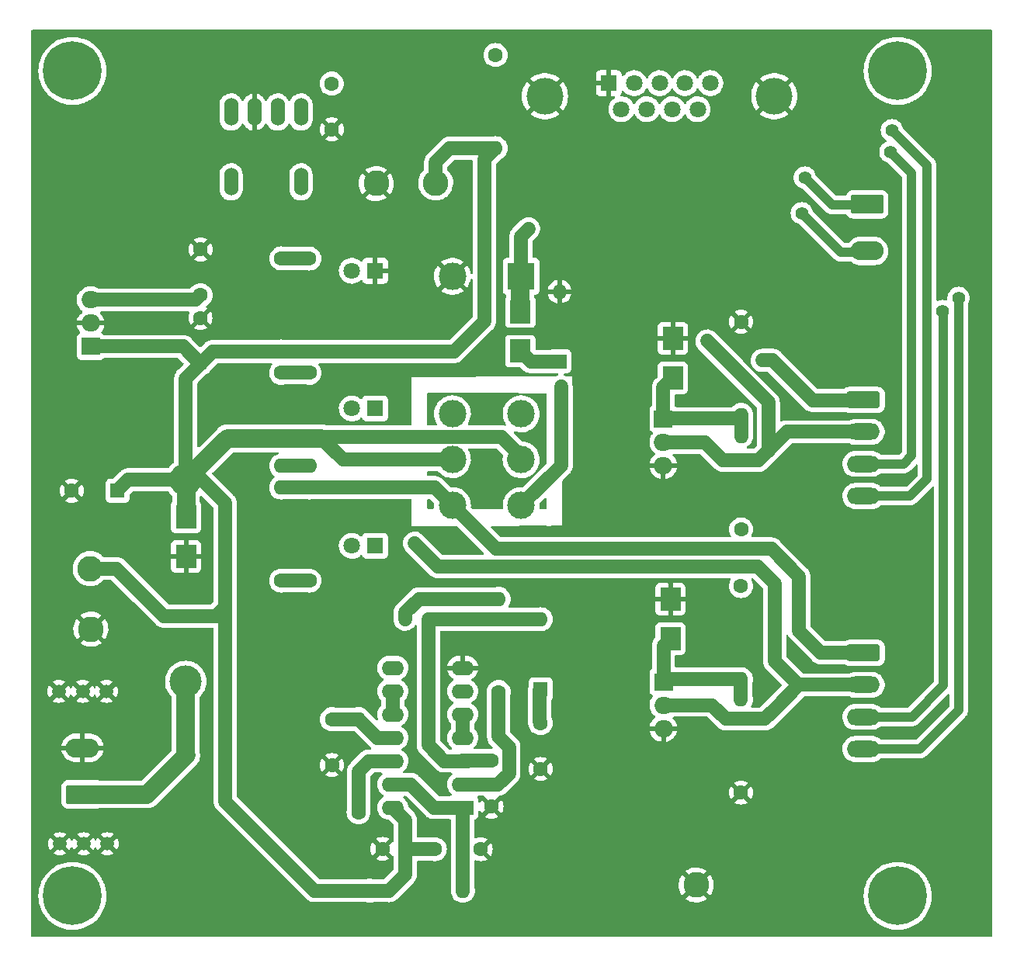
<source format=gbr>
%TF.GenerationSoftware,KiCad,Pcbnew,(6.0.11)*%
%TF.CreationDate,2023-05-22T13:49:56-03:00*%
%TF.ProjectId,qed-cv,7165642d-6376-42e6-9b69-6361645f7063,rev?*%
%TF.SameCoordinates,Original*%
%TF.FileFunction,Copper,L2,Bot*%
%TF.FilePolarity,Positive*%
%FSLAX46Y46*%
G04 Gerber Fmt 4.6, Leading zero omitted, Abs format (unit mm)*
G04 Created by KiCad (PCBNEW (6.0.11)) date 2023-05-22 13:49:56*
%MOMM*%
%LPD*%
G01*
G04 APERTURE LIST*
G04 Aperture macros list*
%AMRoundRect*
0 Rectangle with rounded corners*
0 $1 Rounding radius*
0 $2 $3 $4 $5 $6 $7 $8 $9 X,Y pos of 4 corners*
0 Add a 4 corners polygon primitive as box body*
4,1,4,$2,$3,$4,$5,$6,$7,$8,$9,$2,$3,0*
0 Add four circle primitives for the rounded corners*
1,1,$1+$1,$2,$3*
1,1,$1+$1,$4,$5*
1,1,$1+$1,$6,$7*
1,1,$1+$1,$8,$9*
0 Add four rect primitives between the rounded corners*
20,1,$1+$1,$2,$3,$4,$5,0*
20,1,$1+$1,$4,$5,$6,$7,0*
20,1,$1+$1,$6,$7,$8,$9,0*
20,1,$1+$1,$8,$9,$2,$3,0*%
G04 Aperture macros list end*
%TA.AperFunction,ComponentPad*%
%ADD10R,1.600000X1.600000*%
%TD*%
%TA.AperFunction,ComponentPad*%
%ADD11C,1.600000*%
%TD*%
%TA.AperFunction,ComponentPad*%
%ADD12C,1.500000*%
%TD*%
%TA.AperFunction,ComponentPad*%
%ADD13R,2.000000X1.905000*%
%TD*%
%TA.AperFunction,ComponentPad*%
%ADD14O,2.000000X1.905000*%
%TD*%
%TA.AperFunction,ComponentPad*%
%ADD15O,1.600000X1.600000*%
%TD*%
%TA.AperFunction,ComponentPad*%
%ADD16R,2.400000X1.600000*%
%TD*%
%TA.AperFunction,ComponentPad*%
%ADD17O,2.400000X1.600000*%
%TD*%
%TA.AperFunction,ComponentPad*%
%ADD18C,6.400000*%
%TD*%
%TA.AperFunction,ComponentPad*%
%ADD19C,9.500000*%
%TD*%
%TA.AperFunction,ComponentPad*%
%ADD20C,2.800000*%
%TD*%
%TA.AperFunction,ComponentPad*%
%ADD21RoundRect,0.250000X-1.550000X0.650000X-1.550000X-0.650000X1.550000X-0.650000X1.550000X0.650000X0*%
%TD*%
%TA.AperFunction,ComponentPad*%
%ADD22O,3.600000X1.800000*%
%TD*%
%TA.AperFunction,ComponentPad*%
%ADD23C,3.500000*%
%TD*%
%TA.AperFunction,ComponentPad*%
%ADD24C,3.000000*%
%TD*%
%TA.AperFunction,ComponentPad*%
%ADD25R,3.000000X3.000000*%
%TD*%
%TA.AperFunction,ComponentPad*%
%ADD26RoundRect,0.249999X1.550001X-0.790001X1.550001X0.790001X-1.550001X0.790001X-1.550001X-0.790001X0*%
%TD*%
%TA.AperFunction,ComponentPad*%
%ADD27O,3.600000X2.080000*%
%TD*%
%TA.AperFunction,ComponentPad*%
%ADD28RoundRect,0.249999X-1.550001X0.790001X-1.550001X-0.790001X1.550001X-0.790001X1.550001X0.790001X0*%
%TD*%
%TA.AperFunction,ComponentPad*%
%ADD29C,1.440000*%
%TD*%
%TA.AperFunction,ComponentPad*%
%ADD30R,1.800000X1.800000*%
%TD*%
%TA.AperFunction,ComponentPad*%
%ADD31C,1.800000*%
%TD*%
%TA.AperFunction,SMDPad,CuDef*%
%ADD32R,2.300000X2.500000*%
%TD*%
%TA.AperFunction,ComponentPad*%
%ADD33O,1.524000X3.048000*%
%TD*%
%TA.AperFunction,ComponentPad*%
%ADD34C,4.000000*%
%TD*%
%TA.AperFunction,ViaPad*%
%ADD35C,1.400000*%
%TD*%
%TA.AperFunction,Conductor*%
%ADD36C,2.000000*%
%TD*%
%TA.AperFunction,Conductor*%
%ADD37C,1.500000*%
%TD*%
%TA.AperFunction,Conductor*%
%ADD38C,1.000000*%
%TD*%
G04 APERTURE END LIST*
D10*
%TO.P,C9,1*%
%TO.N,+15V*%
X103175000Y-132515000D03*
D11*
%TO.P,C9,2*%
%TO.N,GND*%
X100675000Y-132515000D03*
%TD*%
D12*
%TO.P,,1*%
%TO.N,GND*%
X127510000Y-115750000D03*
%TD*%
D13*
%TO.P,Q1,1,G*%
%TO.N,Net-(D2-Pad1)*%
X131310000Y-114280000D03*
D14*
%TO.P,Q1,2,D*%
%TO.N,/CONT_B_COIL-*%
X131310000Y-116820000D03*
%TO.P,Q1,3,S*%
%TO.N,GND*%
X131310000Y-119360000D03*
%TD*%
D11*
%TO.P,R5,1*%
%TO.N,Net-(R5-Pad1)*%
X98060000Y-128505000D03*
D15*
%TO.P,R5,2*%
%TO.N,Net-(C7-Pad1)*%
X98060000Y-118345000D03*
%TD*%
D12*
%TO.P,,1*%
%TO.N,GND*%
X65480000Y-131950000D03*
%TD*%
D11*
%TO.P,C6,1*%
%TO.N,Net-(C6-Pad1)*%
X117920000Y-118790000D03*
%TO.P,C6,2*%
%TO.N,GND*%
X117920000Y-123790000D03*
%TD*%
%TO.P,R8,1*%
%TO.N,Net-(LD1-Pad2)*%
X89630000Y-103240000D03*
D15*
%TO.P,R8,2*%
%TO.N,/CONT_B_COIL+*%
X89630000Y-93080000D03*
%TD*%
D12*
%TO.P,,1*%
%TO.N,GND*%
X126970000Y-85180000D03*
%TD*%
D11*
%TO.P,R6,1*%
%TO.N,Net-(R6-Pad1)*%
X139780000Y-97650000D03*
D15*
%TO.P,R6,2*%
%TO.N,Net-(D3-Pad1)*%
X139780000Y-87490000D03*
%TD*%
D16*
%TO.P,U2,1*%
%TO.N,Net-(R1-Pad2)*%
X109410000Y-128005000D03*
D17*
%TO.P,U2,2*%
%TO.N,Net-(R2-Pad1)*%
X109410000Y-125465000D03*
%TO.P,U2,3*%
%TO.N,Net-(RV1-Pad2)*%
X109410000Y-122925000D03*
%TO.P,U2,4*%
%TO.N,Net-(U2-Pad4)*%
X109410000Y-120385000D03*
%TO.P,U2,5*%
X109410000Y-117845000D03*
%TO.P,U2,6*%
%TO.N,Net-(R3-Pad1)*%
X109410000Y-115305000D03*
%TO.P,U2,7,VSS*%
%TO.N,GND*%
X109410000Y-112765000D03*
%TO.P,U2,8*%
%TO.N,Net-(R6-Pad1)*%
X101790000Y-112765000D03*
%TO.P,U2,9*%
%TO.N,Net-(U2-Pad10)*%
X101790000Y-115305000D03*
%TO.P,U2,10*%
X101790000Y-117845000D03*
%TO.P,U2,11*%
%TO.N,Net-(C7-Pad1)*%
X101790000Y-120385000D03*
%TO.P,U2,12*%
%TO.N,Net-(R5-Pad1)*%
X101790000Y-122925000D03*
%TO.P,U2,13*%
%TO.N,Net-(R1-Pad2)*%
X101790000Y-125465000D03*
%TO.P,U2,14,VDD*%
%TO.N,+15V*%
X101790000Y-128005000D03*
%TD*%
D18*
%TO.P,REF\u002A\u002A,1*%
%TO.N,N/C*%
X66860000Y-137640000D03*
%TD*%
%TO.P,REF\u002A\u002A,1*%
%TO.N,N/C*%
X66860000Y-47640000D03*
%TD*%
D10*
%TO.P,SW1,1*%
%TO.N,Net-(C6-Pad1)*%
X117920000Y-115080000D03*
D15*
%TO.P,SW1,2*%
%TO.N,Net-(RV1-Pad2)*%
X117920000Y-107460000D03*
%TD*%
D11*
%TO.P,R13,1*%
%TO.N,Net-(LD3-Pad2)*%
X89650000Y-68090000D03*
D15*
%TO.P,R13,2*%
%TO.N,+15V*%
X89650000Y-78250000D03*
%TD*%
D19*
%TO.P,H1,1,1*%
%TO.N,GND*%
X103570000Y-48330000D03*
%TD*%
D20*
%TO.P,TP2,1,1*%
%TO.N,GND*%
X134890000Y-136440000D03*
%TD*%
D11*
%TO.P,R1,1*%
%TO.N,+15V*%
X99280000Y-137065000D03*
D15*
%TO.P,R1,2*%
%TO.N,Net-(R1-Pad2)*%
X109440000Y-137065000D03*
%TD*%
D18*
%TO.P,REF\u002A\u002A,1*%
%TO.N,N/C*%
X156860000Y-137640000D03*
%TD*%
D20*
%TO.P,TP1,1,1*%
%TO.N,+15V*%
X68800000Y-101920000D03*
%TD*%
%TO.P,TP3,1,1*%
%TO.N,GND*%
X68870000Y-108540000D03*
%TD*%
D13*
%TO.P,U1,1,IN*%
%TO.N,+15V*%
X68845000Y-77700000D03*
D14*
%TO.P,U1,2,GND*%
%TO.N,GND*%
X68845000Y-75160000D03*
%TO.P,U1,3,OUT*%
%TO.N,+5V*%
X68845000Y-72620000D03*
%TD*%
D11*
%TO.P,R9,1*%
%TO.N,Net-(LD1-Pad2)*%
X92700000Y-103240000D03*
D15*
%TO.P,R9,2*%
%TO.N,/CONT_B_COIL+*%
X92700000Y-93080000D03*
%TD*%
D11*
%TO.P,R10,1*%
%TO.N,Net-(LD2-Pad2)*%
X89630000Y-80570000D03*
D15*
%TO.P,R10,2*%
%TO.N,/CONT_A_COIL+*%
X89630000Y-90730000D03*
%TD*%
D12*
%TO.P,,1*%
%TO.N,GND*%
X126970000Y-87780000D03*
%TD*%
D21*
%TO.P,J3,1,Pin_1*%
%TO.N,/CONT_A_COIL+*%
X153140000Y-83510000D03*
D22*
%TO.P,J3,2,Pin_2*%
%TO.N,/CONT_A_COIL-*%
X153140000Y-87010000D03*
%TO.P,J3,3,Pin_3*%
%TO.N,/CONT_A_STATUS+*%
X153140000Y-90510000D03*
%TO.P,J3,4,Pin_4*%
%TO.N,/CONT_A_STATUS-*%
X153140000Y-94010000D03*
%TD*%
D12*
%TO.P,,1*%
%TO.N,GND*%
X126970000Y-90380000D03*
%TD*%
D11*
%TO.P,C5,1*%
%TO.N,Net-(RV1-Pad2)*%
X112560000Y-122895000D03*
%TO.P,C5,2*%
%TO.N,GND*%
X112560000Y-127895000D03*
%TD*%
%TO.P,C8,1*%
%TO.N,+15V*%
X106380000Y-132535000D03*
%TO.P,C8,2*%
%TO.N,GND*%
X111380000Y-132535000D03*
%TD*%
%TO.P,C4,1*%
%TO.N,+5V*%
X95140000Y-49020000D03*
%TO.P,C4,2*%
%TO.N,GND*%
X95140000Y-54020000D03*
%TD*%
D23*
%TO.P,F1,1*%
%TO.N,Net-(F1-Pad1)*%
X79220000Y-114240000D03*
%TO.P,F1,2*%
%TO.N,+15V*%
X79220000Y-92240000D03*
%TD*%
D13*
%TO.P,Q2,1,G*%
%TO.N,Net-(D3-Pad1)*%
X131305000Y-85600000D03*
D14*
%TO.P,Q2,2,D*%
%TO.N,/CONT_A_COIL-*%
X131305000Y-88140000D03*
%TO.P,Q2,3,S*%
%TO.N,GND*%
X131305000Y-90680000D03*
%TD*%
D11*
%TO.P,R4,1*%
%TO.N,GND*%
X139772000Y-126362000D03*
D15*
%TO.P,R4,2*%
%TO.N,Net-(D2-Pad1)*%
X139772000Y-116202000D03*
%TD*%
D24*
%TO.P,K1,11*%
%TO.N,+15V*%
X115797500Y-90042500D03*
%TO.P,K1,12*%
%TO.N,unconnected-(K1-Pad12)*%
X115797500Y-85042500D03*
%TO.P,K1,14*%
%TO.N,/CONT_A_COIL+*%
X115797500Y-95042500D03*
%TO.P,K1,21*%
%TO.N,+15V*%
X108297500Y-90042500D03*
%TO.P,K1,22*%
%TO.N,unconnected-(K1-Pad22)*%
X108297500Y-85042500D03*
%TO.P,K1,24*%
%TO.N,/CONT_B_COIL+*%
X108297500Y-95042500D03*
D25*
%TO.P,K1,A1*%
%TO.N,Net-(D5-Pad2)*%
X115797500Y-70042500D03*
D24*
%TO.P,K1,A2*%
%TO.N,GND*%
X108297500Y-70042500D03*
%TD*%
D21*
%TO.P,J2,1,Pin_1*%
%TO.N,/CONT_B_COIL+*%
X153140000Y-111110000D03*
D22*
%TO.P,J2,2,Pin_2*%
%TO.N,/CONT_B_COIL-*%
X153140000Y-114610000D03*
%TO.P,J2,3,Pin_3*%
%TO.N,/CONT_B_STATUS+*%
X153140000Y-118110000D03*
%TO.P,J2,4,Pin_4*%
%TO.N,/CONT_B_STATUS-*%
X153140000Y-121610000D03*
%TD*%
D12*
%TO.P,,1*%
%TO.N,GND*%
X127510000Y-118350000D03*
%TD*%
D11*
%TO.P,C7,1*%
%TO.N,Net-(C7-Pad1)*%
X95160000Y-118365000D03*
%TO.P,C7,2*%
%TO.N,GND*%
X95160000Y-123365000D03*
%TD*%
D20*
%TO.P,TP1,1,1*%
%TO.N,+15V*%
X106470000Y-59860000D03*
%TD*%
D12*
%TO.P,,1*%
%TO.N,GND*%
X67980000Y-115320000D03*
%TD*%
D18*
%TO.P,REF\u002A\u002A,1*%
%TO.N,N/C*%
X156860000Y-47640000D03*
%TD*%
D11*
%TO.P,C2,1*%
%TO.N,+15V*%
X80820000Y-79580000D03*
%TO.P,C2,2*%
%TO.N,GND*%
X80820000Y-74580000D03*
%TD*%
D26*
%TO.P,J1,1,Pin_1*%
%TO.N,Net-(F1-Pad1)*%
X67972500Y-126560000D03*
D27*
%TO.P,J1,2,Pin_2*%
%TO.N,GND*%
X67972500Y-121480000D03*
%TD*%
D12*
%TO.P,,1*%
%TO.N,GND*%
X68080000Y-131950000D03*
%TD*%
D10*
%TO.P,D4,1,K*%
%TO.N,Net-(D4-Pad1)*%
X119980000Y-79330000D03*
D15*
%TO.P,D4,2,A*%
%TO.N,GND*%
X119980000Y-71710000D03*
%TD*%
D28*
%TO.P,J4,1,Pin_1*%
%TO.N,/THERMOSTAT+*%
X153540000Y-62190000D03*
D27*
%TO.P,J4,2,Pin_2*%
%TO.N,/THERMOSTAT-*%
X153540000Y-67270000D03*
%TD*%
D11*
%TO.P,C3,1*%
%TO.N,+5V*%
X80830000Y-72110000D03*
%TO.P,C3,2*%
%TO.N,GND*%
X80830000Y-67110000D03*
%TD*%
%TO.P,R14,1*%
%TO.N,Net-(LD3-Pad2)*%
X92680000Y-68100000D03*
D15*
%TO.P,R14,2*%
%TO.N,+15V*%
X92680000Y-78260000D03*
%TD*%
D11*
%TO.P,R3,1*%
%TO.N,Net-(R3-Pad1)*%
X139770000Y-103830000D03*
D15*
%TO.P,R3,2*%
%TO.N,Net-(D2-Pad1)*%
X139770000Y-113990000D03*
%TD*%
D10*
%TO.P,C1,1*%
%TO.N,+15V*%
X71770139Y-93430000D03*
D11*
%TO.P,C1,2*%
%TO.N,GND*%
X66770139Y-93430000D03*
%TD*%
D29*
%TO.P,RV1,1,1*%
%TO.N,Net-(R2-Pad2)*%
X103130000Y-107445000D03*
%TO.P,RV1,2,2*%
%TO.N,Net-(RV1-Pad2)*%
X105670000Y-107445000D03*
%TO.P,RV1,3,3*%
X108210000Y-107445000D03*
%TD*%
D20*
%TO.P,TP4,1,1*%
%TO.N,GND*%
X99990000Y-59920000D03*
%TD*%
D12*
%TO.P,,1*%
%TO.N,GND*%
X70580000Y-115320000D03*
%TD*%
D11*
%TO.P,R7,1*%
%TO.N,GND*%
X139788000Y-75000000D03*
D15*
%TO.P,R7,2*%
%TO.N,Net-(D3-Pad1)*%
X139788000Y-85160000D03*
%TD*%
D12*
%TO.P,,1*%
%TO.N,GND*%
X70680000Y-131950000D03*
%TD*%
%TO.P,,1*%
%TO.N,GND*%
X127510000Y-113150000D03*
%TD*%
%TO.P,,1*%
%TO.N,GND*%
X65380000Y-115320000D03*
%TD*%
D11*
%TO.P,R12,1*%
%TO.N,Net-(J5-Pad2)*%
X113000000Y-45900000D03*
D15*
%TO.P,R12,2*%
%TO.N,+15V*%
X113000000Y-56060000D03*
%TD*%
D11*
%TO.P,R11,1*%
%TO.N,Net-(LD2-Pad2)*%
X92700000Y-80570000D03*
D15*
%TO.P,R11,2*%
%TO.N,/CONT_A_COIL+*%
X92700000Y-90730000D03*
%TD*%
D11*
%TO.P,R2,1*%
%TO.N,Net-(R2-Pad1)*%
X113340000Y-115380000D03*
D15*
%TO.P,R2,2*%
%TO.N,Net-(R2-Pad2)*%
X113340000Y-105220000D03*
%TD*%
D30*
%TO.P,LD3,1,K*%
%TO.N,GND*%
X99865000Y-69440000D03*
D31*
%TO.P,LD3,2,A*%
%TO.N,Net-(LD3-Pad2)*%
X97325000Y-69440000D03*
%TD*%
D32*
%TO.P,D2,1,A1*%
%TO.N,Net-(D2-Pad1)*%
X132070000Y-109570000D03*
%TO.P,D2,2,A2*%
%TO.N,GND*%
X132070000Y-105270000D03*
%TD*%
D33*
%TO.P,XR1,1,VO*%
%TO.N,Net-(R1-Pad2)*%
X84160000Y-52120000D03*
%TO.P,XR1,2,GND*%
%TO.N,GND*%
X86700000Y-52120000D03*
%TO.P,XR1,3,VCC*%
%TO.N,+5V*%
X89240000Y-52120000D03*
%TO.P,XR1,4,RL*%
%TO.N,unconnected-(XR1-Pad4)*%
X91780000Y-52120000D03*
%TO.P,XR1,5,NC*%
%TO.N,unconnected-(XR1-Pad5)*%
X91780000Y-59740000D03*
%TO.P,XR1,8,NC*%
%TO.N,unconnected-(XR1-Pad8)*%
X84160000Y-59740000D03*
%TD*%
D32*
%TO.P,D3,1,A1*%
%TO.N,Net-(D3-Pad1)*%
X132330000Y-81120000D03*
%TO.P,D3,2,A2*%
%TO.N,GND*%
X132330000Y-76820000D03*
%TD*%
D30*
%TO.P,LD1,1,K*%
%TO.N,/CONT_B_COIL-*%
X99865000Y-99440000D03*
D31*
%TO.P,LD1,2,A*%
%TO.N,Net-(LD1-Pad2)*%
X97325000Y-99440000D03*
%TD*%
D34*
%TO.P,J5,0,PAD*%
%TO.N,GND*%
X143390000Y-50389669D03*
X118390000Y-50389669D03*
D30*
%TO.P,J5,1,1*%
X125350000Y-48969669D03*
D31*
%TO.P,J5,2,2*%
%TO.N,Net-(J5-Pad2)*%
X128120000Y-48969669D03*
%TO.P,J5,3,3*%
%TO.N,/CONT_A_STATUS-*%
X130890000Y-48969669D03*
%TO.P,J5,4,4*%
%TO.N,/CONT_A_STATUS+*%
X133660000Y-48969669D03*
%TO.P,J5,5,5*%
%TO.N,/THERMOSTAT+*%
X136430000Y-48969669D03*
%TO.P,J5,6,6*%
%TO.N,Net-(D5-Pad2)*%
X126735000Y-51809669D03*
%TO.P,J5,7,7*%
%TO.N,/CONT_B_STATUS+*%
X129505000Y-51809669D03*
%TO.P,J5,8,8*%
%TO.N,/CONT_B_STATUS-*%
X132275000Y-51809669D03*
%TO.P,J5,9,9*%
%TO.N,/THERMOSTAT-*%
X135045000Y-51809669D03*
%TD*%
D32*
%TO.P,D1,1,A1*%
%TO.N,+15V*%
X79240000Y-96300000D03*
%TO.P,D1,2,A2*%
%TO.N,GND*%
X79240000Y-100600000D03*
%TD*%
%TO.P,D5,1,A1*%
%TO.N,Net-(D4-Pad1)*%
X115710000Y-78210000D03*
%TO.P,D5,2,A2*%
%TO.N,Net-(D5-Pad2)*%
X115710000Y-73910000D03*
%TD*%
D30*
%TO.P,LD2,1,K*%
%TO.N,/CONT_A_COIL-*%
X99865000Y-84450000D03*
D31*
%TO.P,LD2,2,A*%
%TO.N,Net-(LD2-Pad2)*%
X97325000Y-84450000D03*
%TD*%
D35*
%TO.N,/THERMOSTAT+*%
X146720000Y-59259669D03*
%TO.N,/CONT_B_STATUS+*%
X161740000Y-73820000D03*
%TO.N,/CONT_A_STATUS+*%
X156065000Y-56465000D03*
%TO.N,/THERMOSTAT-*%
X146390000Y-63154669D03*
%TO.N,/CONT_B_STATUS-*%
X163490000Y-72390000D03*
%TO.N,/CONT_A_STATUS-*%
X156225000Y-54095000D03*
%TO.N,/CONT_A_COIL+*%
X120150000Y-82090000D03*
X142100000Y-79210000D03*
%TO.N,/CONT_B_COIL-*%
X104170000Y-99160000D03*
%TO.N,/CONT_A_COIL-*%
X136060000Y-77100000D03*
%TO.N,Net-(D5-Pad2)*%
X116600000Y-64860000D03*
%TD*%
D36*
%TO.N,Net-(F1-Pad1)*%
X79220000Y-122240000D02*
X79220000Y-114240000D01*
X75000000Y-126560000D02*
X79270000Y-122290000D01*
X79270000Y-122290000D02*
X79220000Y-122240000D01*
X67972500Y-126560000D02*
X75000000Y-126560000D01*
D37*
%TO.N,+15V*%
X83520000Y-94790000D02*
X80970000Y-92240000D01*
X79220000Y-81180000D02*
X80820000Y-79580000D01*
D36*
X94040000Y-87710000D02*
X83750000Y-87710000D01*
D37*
X80970000Y-92240000D02*
X79220000Y-92240000D01*
X79220000Y-92240000D02*
X72960139Y-92240000D01*
X108030000Y-56060000D02*
X113000000Y-56060000D01*
X106470000Y-59860000D02*
X106470000Y-57600000D01*
X72960139Y-92240000D02*
X71770139Y-93430000D01*
X99280000Y-137065000D02*
X93265000Y-137065000D01*
X82150000Y-78250000D02*
X80820000Y-79580000D01*
X92680000Y-78260000D02*
X108470000Y-78260000D01*
X115797500Y-90042500D02*
X115797500Y-89717500D01*
X76830000Y-107100000D02*
X82500000Y-107100000D01*
X111780000Y-57280000D02*
X111780000Y-74950000D01*
X68845000Y-77700000D02*
X78940000Y-77700000D01*
X108297500Y-90042500D02*
X108417500Y-90042500D01*
X103175000Y-129390000D02*
X101790000Y-128005000D01*
X71650000Y-101920000D02*
X76830000Y-107100000D01*
X115797500Y-89717500D02*
X113630000Y-87550000D01*
X82500000Y-107100000D02*
X83520000Y-106080000D01*
D36*
X83750000Y-87710000D02*
X79220000Y-92240000D01*
D37*
X68800000Y-101920000D02*
X71650000Y-101920000D01*
X89660000Y-78260000D02*
X89650000Y-78250000D01*
X78940000Y-77700000D02*
X80820000Y-79580000D01*
X108470000Y-78260000D02*
X111780000Y-74950000D01*
X103175000Y-135285000D02*
X103175000Y-132515000D01*
X103175000Y-132515000D02*
X103175000Y-129390000D01*
D36*
X79240000Y-96300000D02*
X79240000Y-92260000D01*
D37*
X106470000Y-57600000D02*
X108020000Y-56050000D01*
X99280000Y-137065000D02*
X101395000Y-137065000D01*
X92670000Y-78250000D02*
X92680000Y-78260000D01*
X96372500Y-90042500D02*
X94040000Y-87710000D01*
X115482500Y-90042500D02*
X115797500Y-90042500D01*
D36*
X79240000Y-92260000D02*
X79220000Y-92240000D01*
D37*
X106380000Y-132535000D02*
X103195000Y-132535000D01*
X79220000Y-92240000D02*
X79220000Y-81180000D01*
X93265000Y-137065000D02*
X83520000Y-127320000D01*
X108020000Y-56050000D02*
X108030000Y-56060000D01*
X108297500Y-90042500D02*
X96372500Y-90042500D01*
X101395000Y-137065000D02*
X103175000Y-135285000D01*
X83520000Y-106080000D02*
X83520000Y-94790000D01*
X103195000Y-132535000D02*
X103175000Y-132515000D01*
X113630000Y-87550000D02*
X94200000Y-87550000D01*
X83520000Y-127320000D02*
X83520000Y-106080000D01*
X89650000Y-78250000D02*
X82150000Y-78250000D01*
X113000000Y-56060000D02*
X111780000Y-57280000D01*
D36*
X115282500Y-90042500D02*
X115797500Y-90042500D01*
D37*
X89650000Y-78250000D02*
X92670000Y-78250000D01*
X94200000Y-87550000D02*
X94040000Y-87710000D01*
%TO.N,Net-(D3-Pad1)*%
X139788000Y-85160000D02*
X139788000Y-87482000D01*
X139788000Y-85160000D02*
X139378000Y-85570000D01*
X131335000Y-85570000D02*
X131305000Y-85600000D01*
X139788000Y-87482000D02*
X139780000Y-87490000D01*
X139378000Y-85570000D02*
X131335000Y-85570000D01*
X131305000Y-82145000D02*
X132330000Y-81120000D01*
X131305000Y-85600000D02*
X131305000Y-82145000D01*
%TO.N,Net-(D2-Pad1)*%
X139770000Y-113990000D02*
X131600000Y-113990000D01*
X131310000Y-110330000D02*
X132070000Y-109570000D01*
X139772000Y-116202000D02*
X139772000Y-113992000D01*
X139772000Y-113992000D02*
X139770000Y-113990000D01*
X131310000Y-114280000D02*
X131310000Y-110330000D01*
X131600000Y-113990000D02*
X131310000Y-114280000D01*
%TO.N,Net-(R1-Pad2)*%
X109410000Y-128005000D02*
X109410000Y-137035000D01*
X106305000Y-128005000D02*
X109410000Y-128005000D01*
X101790000Y-125465000D02*
X103765000Y-125465000D01*
X103765000Y-125465000D02*
X106305000Y-128005000D01*
X109410000Y-137035000D02*
X109440000Y-137065000D01*
%TO.N,+5V*%
X80320000Y-72620000D02*
X80830000Y-72110000D01*
X68845000Y-72620000D02*
X80320000Y-72620000D01*
D38*
%TO.N,/THERMOSTAT+*%
X149730331Y-62270000D02*
X153460000Y-62270000D01*
X146720000Y-59259669D02*
X149730331Y-62270000D01*
X153460000Y-62270000D02*
X153540000Y-62190000D01*
%TO.N,/CONT_B_STATUS+*%
X161740000Y-73820000D02*
X161850000Y-73930000D01*
X161850000Y-73930000D02*
X161850000Y-114670000D01*
X158410000Y-118110000D02*
X153140000Y-118110000D01*
X161850000Y-114670000D02*
X158410000Y-118110000D01*
%TO.N,/CONT_A_STATUS+*%
X156065000Y-56465000D02*
X158390000Y-58790000D01*
X158390000Y-89610000D02*
X157490000Y-90510000D01*
X158390000Y-58790000D02*
X158390000Y-89610000D01*
X157490000Y-90510000D02*
X153140000Y-90510000D01*
D37*
%TO.N,Net-(D4-Pad1)*%
X119980000Y-79330000D02*
X116830000Y-79330000D01*
X116830000Y-79330000D02*
X115710000Y-78210000D01*
D38*
%TO.N,/THERMOSTAT-*%
X146390000Y-63154669D02*
X150675331Y-67440000D01*
X153370000Y-67440000D02*
X153540000Y-67270000D01*
X150675331Y-67440000D02*
X153370000Y-67440000D01*
%TO.N,/CONT_B_STATUS-*%
X163530000Y-117360000D02*
X159280000Y-121610000D01*
X159280000Y-121610000D02*
X153140000Y-121610000D01*
X163490000Y-72390000D02*
X163530000Y-72430000D01*
X163530000Y-72430000D02*
X163530000Y-117360000D01*
%TO.N,/CONT_A_STATUS-*%
X158190000Y-94010000D02*
X153140000Y-94010000D01*
X160060000Y-57930000D02*
X160060000Y-92140000D01*
X156225000Y-54095000D02*
X160060000Y-57930000D01*
X160060000Y-92140000D02*
X158190000Y-94010000D01*
D37*
%TO.N,Net-(LD1-Pad2)*%
X89630000Y-103240000D02*
X92700000Y-103240000D01*
%TO.N,/CONT_B_COIL+*%
X92700000Y-93080000D02*
X106335000Y-93080000D01*
X146080000Y-108720000D02*
X146080000Y-102780000D01*
X146080000Y-102780000D02*
X143080000Y-99780000D01*
X153140000Y-111110000D02*
X148470000Y-111110000D01*
X143080000Y-99780000D02*
X113035000Y-99780000D01*
X148470000Y-111110000D02*
X146080000Y-108720000D01*
X106335000Y-93080000D02*
X108297500Y-95042500D01*
X92700000Y-93080000D02*
X89630000Y-93080000D01*
X113035000Y-99780000D02*
X108297500Y-95042500D01*
%TO.N,Net-(R2-Pad1)*%
X113265000Y-125465000D02*
X109410000Y-125465000D01*
X113340000Y-115380000D02*
X113340000Y-120280000D01*
X114460000Y-124270000D02*
X113265000Y-125465000D01*
X114460000Y-121400000D02*
X114460000Y-124270000D01*
X113340000Y-120280000D02*
X114460000Y-121400000D01*
%TO.N,Net-(R2-Pad2)*%
X103130000Y-107445000D02*
X103130000Y-106740000D01*
X103130000Y-106740000D02*
X104650000Y-105220000D01*
X104650000Y-105220000D02*
X113340000Y-105220000D01*
%TO.N,Net-(R5-Pad1)*%
X99175000Y-122925000D02*
X101790000Y-122925000D01*
X98060000Y-124040000D02*
X99175000Y-122925000D01*
X98060000Y-128505000D02*
X98060000Y-124040000D01*
%TO.N,Net-(C7-Pad1)*%
X101790000Y-120385000D02*
X100100000Y-120385000D01*
X95160000Y-118365000D02*
X98040000Y-118365000D01*
X98040000Y-118365000D02*
X98060000Y-118345000D01*
X100100000Y-120385000D02*
X98060000Y-118345000D01*
%TO.N,Net-(LD2-Pad2)*%
X89630000Y-80570000D02*
X92700000Y-80570000D01*
%TO.N,/CONT_A_COIL+*%
X147600000Y-83580000D02*
X153070000Y-83580000D01*
X142100000Y-79210000D02*
X143230000Y-79210000D01*
X120150000Y-82090000D02*
X120150000Y-90690000D01*
X120150000Y-90690000D02*
X115797500Y-95042500D01*
X153070000Y-83580000D02*
X153140000Y-83510000D01*
X92700000Y-90730000D02*
X89630000Y-90730000D01*
X143230000Y-79210000D02*
X147600000Y-83580000D01*
%TO.N,Net-(LD3-Pad2)*%
X89650000Y-68090000D02*
X92670000Y-68090000D01*
X92670000Y-68090000D02*
X92680000Y-68100000D01*
%TO.N,Net-(RV1-Pad2)*%
X112560000Y-122895000D02*
X109440000Y-122895000D01*
X109410000Y-122925000D02*
X107415000Y-122925000D01*
X105670000Y-121180000D02*
X105670000Y-107445000D01*
X108210000Y-107445000D02*
X105670000Y-107445000D01*
X117920000Y-107460000D02*
X117905000Y-107445000D01*
X117905000Y-107445000D02*
X108210000Y-107445000D01*
X107415000Y-122925000D02*
X105670000Y-121180000D01*
X109440000Y-122895000D02*
X109410000Y-122925000D01*
%TO.N,/CONT_B_COIL-*%
X106720000Y-101710000D02*
X141600000Y-101710000D01*
X141600000Y-101710000D02*
X143430000Y-103540000D01*
X146090000Y-114610000D02*
X153140000Y-114610000D01*
X104170000Y-99160000D02*
X106720000Y-101710000D01*
X143430000Y-112010000D02*
X146100000Y-114680000D01*
X143430000Y-117270000D02*
X146090000Y-114610000D01*
X131310000Y-116820000D02*
X136630000Y-116820000D01*
X142360000Y-118340000D02*
X143430000Y-117270000D01*
X143430000Y-103540000D02*
X143430000Y-112010000D01*
X136630000Y-116820000D02*
X138150000Y-118340000D01*
X138150000Y-118340000D02*
X142360000Y-118340000D01*
%TO.N,/CONT_A_COIL-*%
X144790000Y-87010000D02*
X142635000Y-89165000D01*
X136060000Y-77100000D02*
X142750000Y-83790000D01*
X153140000Y-87010000D02*
X144790000Y-87010000D01*
X142750000Y-83790000D02*
X142750000Y-89050000D01*
X135830000Y-88140000D02*
X131305000Y-88140000D01*
X141680000Y-90120000D02*
X137810000Y-90120000D01*
X142750000Y-89050000D02*
X142635000Y-89165000D01*
X137810000Y-90120000D02*
X135830000Y-88140000D01*
X142635000Y-89165000D02*
X141680000Y-90120000D01*
%TO.N,Net-(U2-Pad4)*%
X109410000Y-120385000D02*
X109410000Y-117845000D01*
%TO.N,Net-(U2-Pad10)*%
X101790000Y-115305000D02*
X101790000Y-117845000D01*
%TO.N,Net-(C6-Pad1)*%
X117800000Y-118670000D02*
X117800000Y-115200000D01*
X117800000Y-115200000D02*
X117920000Y-115080000D01*
X117920000Y-118790000D02*
X117800000Y-118670000D01*
%TO.N,Net-(D5-Pad2)*%
X116600000Y-64860000D02*
X115770000Y-65690000D01*
D36*
X115710000Y-73910000D02*
X115710000Y-70130000D01*
D37*
X115770000Y-70015000D02*
X115797500Y-70042500D01*
D36*
X115710000Y-70130000D02*
X115797500Y-70042500D01*
D37*
X115770000Y-65690000D02*
X115770000Y-70015000D01*
%TD*%
%TA.AperFunction,Conductor*%
%TO.N,GND*%
G36*
X167143621Y-43168502D02*
G01*
X167190114Y-43222158D01*
X167201500Y-43274500D01*
X167201500Y-142005500D01*
X167181498Y-142073621D01*
X167127842Y-142120114D01*
X167075500Y-142131500D01*
X62494500Y-142131500D01*
X62426379Y-142111498D01*
X62379886Y-142057842D01*
X62368500Y-142005500D01*
X62368500Y-137640000D01*
X63146411Y-137640000D01*
X63166754Y-138028176D01*
X63167267Y-138031416D01*
X63167268Y-138031424D01*
X63190928Y-138180804D01*
X63227562Y-138412099D01*
X63328167Y-138787562D01*
X63467468Y-139150453D01*
X63643938Y-139496794D01*
X63855643Y-139822793D01*
X64100266Y-140124876D01*
X64375124Y-140399734D01*
X64677207Y-140644357D01*
X65003205Y-140856062D01*
X65006139Y-140857557D01*
X65006146Y-140857561D01*
X65346607Y-141031034D01*
X65349547Y-141032532D01*
X65712438Y-141171833D01*
X66087901Y-141272438D01*
X66291793Y-141304732D01*
X66468576Y-141332732D01*
X66468584Y-141332733D01*
X66471824Y-141333246D01*
X66860000Y-141353589D01*
X67248176Y-141333246D01*
X67251416Y-141332733D01*
X67251424Y-141332732D01*
X67428207Y-141304732D01*
X67632099Y-141272438D01*
X68007562Y-141171833D01*
X68370453Y-141032532D01*
X68373393Y-141031034D01*
X68713854Y-140857561D01*
X68713861Y-140857557D01*
X68716795Y-140856062D01*
X69042793Y-140644357D01*
X69344876Y-140399734D01*
X69619734Y-140124876D01*
X69864357Y-139822793D01*
X70076062Y-139496794D01*
X70252532Y-139150453D01*
X70391833Y-138787562D01*
X70492438Y-138412099D01*
X70529072Y-138180804D01*
X70552732Y-138031424D01*
X70552733Y-138031416D01*
X70553246Y-138028176D01*
X70573589Y-137640000D01*
X70553246Y-137251824D01*
X70492438Y-136867901D01*
X70391833Y-136492438D01*
X70372139Y-136441132D01*
X70290577Y-136228657D01*
X70252532Y-136129547D01*
X70240942Y-136106800D01*
X70077561Y-135786147D01*
X70077557Y-135786140D01*
X70076062Y-135783206D01*
X70055785Y-135751981D01*
X69866152Y-135459971D01*
X69866152Y-135459970D01*
X69864357Y-135457207D01*
X69619734Y-135155124D01*
X69344876Y-134880266D01*
X69293946Y-134839023D01*
X69193835Y-134757955D01*
X69042793Y-134635643D01*
X68716795Y-134423938D01*
X68713861Y-134422443D01*
X68713854Y-134422439D01*
X68373393Y-134248966D01*
X68370453Y-134247468D01*
X68007562Y-134108167D01*
X67632099Y-134007562D01*
X67428207Y-133975268D01*
X67251424Y-133947268D01*
X67251416Y-133947267D01*
X67248176Y-133946754D01*
X66860000Y-133926411D01*
X66471824Y-133946754D01*
X66468584Y-133947267D01*
X66468576Y-133947268D01*
X66291793Y-133975268D01*
X66087901Y-134007562D01*
X65712438Y-134108167D01*
X65349547Y-134247468D01*
X65346607Y-134248966D01*
X65006147Y-134422439D01*
X65006140Y-134422443D01*
X65003206Y-134423938D01*
X64677207Y-134635643D01*
X64526165Y-134757955D01*
X64426055Y-134839023D01*
X64375124Y-134880266D01*
X64100266Y-135155124D01*
X63855643Y-135457207D01*
X63853848Y-135459970D01*
X63853848Y-135459971D01*
X63664216Y-135751981D01*
X63643938Y-135783206D01*
X63642443Y-135786140D01*
X63642439Y-135786147D01*
X63479058Y-136106800D01*
X63467468Y-136129547D01*
X63429423Y-136228657D01*
X63347862Y-136441132D01*
X63328167Y-136492438D01*
X63227562Y-136867901D01*
X63166754Y-137251824D01*
X63146411Y-137640000D01*
X62368500Y-137640000D01*
X62368500Y-133000161D01*
X64794393Y-133000161D01*
X64803687Y-133012175D01*
X64844088Y-133040464D01*
X64853584Y-133045947D01*
X65043113Y-133134326D01*
X65053405Y-133138072D01*
X65255401Y-133192196D01*
X65266196Y-133194099D01*
X65474525Y-133212326D01*
X65485475Y-133212326D01*
X65693804Y-133194099D01*
X65704599Y-133192196D01*
X65906595Y-133138072D01*
X65916887Y-133134326D01*
X66106416Y-133045947D01*
X66115912Y-133040464D01*
X66157148Y-133011590D01*
X66165523Y-133001112D01*
X66165023Y-133000161D01*
X67394393Y-133000161D01*
X67403687Y-133012175D01*
X67444088Y-133040464D01*
X67453584Y-133045947D01*
X67643113Y-133134326D01*
X67653405Y-133138072D01*
X67855401Y-133192196D01*
X67866196Y-133194099D01*
X68074525Y-133212326D01*
X68085475Y-133212326D01*
X68293804Y-133194099D01*
X68304599Y-133192196D01*
X68506595Y-133138072D01*
X68516887Y-133134326D01*
X68706416Y-133045947D01*
X68715912Y-133040464D01*
X68757148Y-133011590D01*
X68765523Y-133001112D01*
X68765023Y-133000161D01*
X69994393Y-133000161D01*
X70003687Y-133012175D01*
X70044088Y-133040464D01*
X70053584Y-133045947D01*
X70243113Y-133134326D01*
X70253405Y-133138072D01*
X70455401Y-133192196D01*
X70466196Y-133194099D01*
X70674525Y-133212326D01*
X70685475Y-133212326D01*
X70893804Y-133194099D01*
X70904599Y-133192196D01*
X71106595Y-133138072D01*
X71116887Y-133134326D01*
X71306416Y-133045947D01*
X71315912Y-133040464D01*
X71357148Y-133011590D01*
X71365523Y-133001112D01*
X71358457Y-132987668D01*
X70692811Y-132322021D01*
X70678868Y-132314408D01*
X70677034Y-132314539D01*
X70670420Y-132318790D01*
X70000820Y-132988391D01*
X69994393Y-133000161D01*
X68765023Y-133000161D01*
X68758457Y-132987668D01*
X68092811Y-132322021D01*
X68078868Y-132314408D01*
X68077034Y-132314539D01*
X68070420Y-132318790D01*
X67400820Y-132988391D01*
X67394393Y-133000161D01*
X66165023Y-133000161D01*
X66158457Y-132987668D01*
X65492811Y-132322021D01*
X65478868Y-132314408D01*
X65477034Y-132314539D01*
X65470420Y-132318790D01*
X64800820Y-132988391D01*
X64794393Y-133000161D01*
X62368500Y-133000161D01*
X62368500Y-131955475D01*
X64217674Y-131955475D01*
X64235901Y-132163804D01*
X64237804Y-132174599D01*
X64291928Y-132376595D01*
X64295674Y-132386887D01*
X64384054Y-132576417D01*
X64389534Y-132585907D01*
X64418411Y-132627149D01*
X64428887Y-132635523D01*
X64442334Y-132628455D01*
X65107979Y-131962811D01*
X65114356Y-131951132D01*
X65844408Y-131951132D01*
X65844539Y-131952966D01*
X65848790Y-131959580D01*
X66518391Y-132629180D01*
X66530161Y-132635607D01*
X66542176Y-132626311D01*
X66570466Y-132585907D01*
X66575946Y-132576417D01*
X66665805Y-132383715D01*
X66712723Y-132330430D01*
X66781000Y-132310969D01*
X66848960Y-132331511D01*
X66894195Y-132383715D01*
X66984054Y-132576417D01*
X66989534Y-132585907D01*
X67018411Y-132627149D01*
X67028887Y-132635523D01*
X67042334Y-132628455D01*
X67707979Y-131962811D01*
X67714356Y-131951132D01*
X68444408Y-131951132D01*
X68444539Y-131952966D01*
X68448790Y-131959580D01*
X69118391Y-132629180D01*
X69130161Y-132635607D01*
X69142176Y-132626311D01*
X69170466Y-132585907D01*
X69175946Y-132576417D01*
X69265805Y-132383715D01*
X69312723Y-132330430D01*
X69381000Y-132310969D01*
X69448960Y-132331511D01*
X69494195Y-132383715D01*
X69584054Y-132576417D01*
X69589534Y-132585907D01*
X69618411Y-132627149D01*
X69628887Y-132635523D01*
X69642334Y-132628455D01*
X70307979Y-131962811D01*
X70314356Y-131951132D01*
X71044408Y-131951132D01*
X71044539Y-131952966D01*
X71048790Y-131959580D01*
X71718391Y-132629180D01*
X71730161Y-132635607D01*
X71742176Y-132626311D01*
X71770466Y-132585907D01*
X71775946Y-132576417D01*
X71864326Y-132386887D01*
X71868072Y-132376595D01*
X71922196Y-132174599D01*
X71924099Y-132163804D01*
X71942326Y-131955475D01*
X71942326Y-131944525D01*
X71924099Y-131736196D01*
X71922196Y-131725401D01*
X71868072Y-131523405D01*
X71864326Y-131513113D01*
X71775946Y-131323583D01*
X71770466Y-131314093D01*
X71741589Y-131272851D01*
X71731113Y-131264477D01*
X71717666Y-131271545D01*
X71052021Y-131937189D01*
X71044408Y-131951132D01*
X70314356Y-131951132D01*
X70315592Y-131948868D01*
X70315461Y-131947034D01*
X70311210Y-131940420D01*
X69641609Y-131270820D01*
X69629839Y-131264393D01*
X69617824Y-131273689D01*
X69589534Y-131314093D01*
X69584054Y-131323583D01*
X69494195Y-131516285D01*
X69447277Y-131569570D01*
X69379000Y-131589031D01*
X69311040Y-131568489D01*
X69265805Y-131516285D01*
X69175946Y-131323583D01*
X69170466Y-131314093D01*
X69141589Y-131272851D01*
X69131113Y-131264477D01*
X69117666Y-131271545D01*
X68452021Y-131937189D01*
X68444408Y-131951132D01*
X67714356Y-131951132D01*
X67715592Y-131948868D01*
X67715461Y-131947034D01*
X67711210Y-131940420D01*
X67041609Y-131270820D01*
X67029839Y-131264393D01*
X67017824Y-131273689D01*
X66989534Y-131314093D01*
X66984054Y-131323583D01*
X66894195Y-131516285D01*
X66847277Y-131569570D01*
X66779000Y-131589031D01*
X66711040Y-131568489D01*
X66665805Y-131516285D01*
X66575946Y-131323583D01*
X66570466Y-131314093D01*
X66541589Y-131272851D01*
X66531113Y-131264477D01*
X66517666Y-131271545D01*
X65852021Y-131937189D01*
X65844408Y-131951132D01*
X65114356Y-131951132D01*
X65115592Y-131948868D01*
X65115461Y-131947034D01*
X65111210Y-131940420D01*
X64441609Y-131270820D01*
X64429839Y-131264393D01*
X64417824Y-131273689D01*
X64389534Y-131314093D01*
X64384054Y-131323583D01*
X64295674Y-131513113D01*
X64291928Y-131523405D01*
X64237804Y-131725401D01*
X64235901Y-131736196D01*
X64217674Y-131944525D01*
X64217674Y-131955475D01*
X62368500Y-131955475D01*
X62368500Y-130898887D01*
X64794477Y-130898887D01*
X64801545Y-130912334D01*
X65467189Y-131577979D01*
X65481132Y-131585592D01*
X65482966Y-131585461D01*
X65489580Y-131581210D01*
X66159180Y-130911609D01*
X66165607Y-130899839D01*
X66164871Y-130898887D01*
X67394477Y-130898887D01*
X67401545Y-130912334D01*
X68067189Y-131577979D01*
X68081132Y-131585592D01*
X68082966Y-131585461D01*
X68089580Y-131581210D01*
X68759180Y-130911609D01*
X68765607Y-130899839D01*
X68764871Y-130898887D01*
X69994477Y-130898887D01*
X70001545Y-130912334D01*
X70667189Y-131577979D01*
X70681132Y-131585592D01*
X70682966Y-131585461D01*
X70689580Y-131581210D01*
X71359180Y-130911609D01*
X71365607Y-130899839D01*
X71356313Y-130887825D01*
X71315912Y-130859536D01*
X71306416Y-130854053D01*
X71116887Y-130765674D01*
X71106595Y-130761928D01*
X70904599Y-130707804D01*
X70893804Y-130705901D01*
X70685475Y-130687674D01*
X70674525Y-130687674D01*
X70466196Y-130705901D01*
X70455401Y-130707804D01*
X70253405Y-130761928D01*
X70243113Y-130765674D01*
X70053583Y-130854054D01*
X70044093Y-130859534D01*
X70002851Y-130888411D01*
X69994477Y-130898887D01*
X68764871Y-130898887D01*
X68756313Y-130887825D01*
X68715912Y-130859536D01*
X68706416Y-130854053D01*
X68516887Y-130765674D01*
X68506595Y-130761928D01*
X68304599Y-130707804D01*
X68293804Y-130705901D01*
X68085475Y-130687674D01*
X68074525Y-130687674D01*
X67866196Y-130705901D01*
X67855401Y-130707804D01*
X67653405Y-130761928D01*
X67643113Y-130765674D01*
X67453583Y-130854054D01*
X67444093Y-130859534D01*
X67402851Y-130888411D01*
X67394477Y-130898887D01*
X66164871Y-130898887D01*
X66156313Y-130887825D01*
X66115912Y-130859536D01*
X66106416Y-130854053D01*
X65916887Y-130765674D01*
X65906595Y-130761928D01*
X65704599Y-130707804D01*
X65693804Y-130705901D01*
X65485475Y-130687674D01*
X65474525Y-130687674D01*
X65266196Y-130705901D01*
X65255401Y-130707804D01*
X65053405Y-130761928D01*
X65043113Y-130765674D01*
X64853583Y-130854054D01*
X64844093Y-130859534D01*
X64802851Y-130888411D01*
X64794477Y-130898887D01*
X62368500Y-130898887D01*
X62368500Y-125719599D01*
X65664000Y-125719599D01*
X65664001Y-127400400D01*
X65674974Y-127506167D01*
X65730950Y-127673946D01*
X65824021Y-127824349D01*
X65949197Y-127949306D01*
X65999857Y-127980533D01*
X66088595Y-128035232D01*
X66099761Y-128042115D01*
X66156523Y-128060942D01*
X66261110Y-128095632D01*
X66261112Y-128095632D01*
X66267638Y-128097797D01*
X66274474Y-128098497D01*
X66274477Y-128098498D01*
X66317530Y-128102909D01*
X66372099Y-128108500D01*
X67960158Y-128108500D01*
X69572900Y-128108499D01*
X69678667Y-128097526D01*
X69685206Y-128095344D01*
X69685208Y-128095344D01*
X69746256Y-128074977D01*
X69786133Y-128068500D01*
X74975984Y-128068500D01*
X74979502Y-128068549D01*
X75074150Y-128071193D01*
X75074153Y-128071193D01*
X75079205Y-128071334D01*
X75157098Y-128060941D01*
X75163639Y-128060242D01*
X75192332Y-128057933D01*
X75236923Y-128054346D01*
X75236927Y-128054345D01*
X75241965Y-128053940D01*
X75273878Y-128046101D01*
X75287258Y-128043574D01*
X75319820Y-128039229D01*
X75324661Y-128037768D01*
X75324663Y-128037767D01*
X75395029Y-128016522D01*
X75401392Y-128014781D01*
X75477706Y-127996037D01*
X75507952Y-127983199D01*
X75520763Y-127978561D01*
X75547362Y-127970530D01*
X75552208Y-127969067D01*
X75556756Y-127966849D01*
X75556763Y-127966846D01*
X75622818Y-127934629D01*
X75628820Y-127931893D01*
X75675804Y-127911949D01*
X75701156Y-127901188D01*
X75728956Y-127883681D01*
X75740860Y-127877055D01*
X75770388Y-127862654D01*
X75834600Y-127817357D01*
X75840086Y-127813699D01*
X75902286Y-127774529D01*
X75902287Y-127774528D01*
X75906567Y-127771833D01*
X75910356Y-127768492D01*
X75910362Y-127768488D01*
X75931217Y-127750102D01*
X75941912Y-127741656D01*
X75951539Y-127734865D01*
X75968747Y-127722726D01*
X75982169Y-127710470D01*
X75989187Y-127704062D01*
X75989195Y-127704054D01*
X75990250Y-127703091D01*
X76029966Y-127663375D01*
X76035736Y-127657956D01*
X76084858Y-127614650D01*
X76084861Y-127614647D01*
X76088655Y-127611302D01*
X76115179Y-127579011D01*
X76123449Y-127569892D01*
X80309912Y-123383429D01*
X80314045Y-123379479D01*
X80373101Y-123325554D01*
X80373105Y-123325550D01*
X80376837Y-123322142D01*
X80434525Y-123249358D01*
X80437306Y-123245972D01*
X80494187Y-123179137D01*
X80497470Y-123175280D01*
X80507074Y-123159422D01*
X80516101Y-123146434D01*
X80524476Y-123135868D01*
X80524479Y-123135864D01*
X80527619Y-123131902D01*
X80530087Y-123127486D01*
X80530091Y-123127480D01*
X80572913Y-123050859D01*
X80575125Y-123047057D01*
X80623221Y-122967642D01*
X80630165Y-122950456D01*
X80637000Y-122936190D01*
X80643577Y-122924422D01*
X80643580Y-122924415D01*
X80646046Y-122920003D01*
X80677813Y-122832724D01*
X80679385Y-122828630D01*
X80698081Y-122782357D01*
X80714155Y-122742571D01*
X80715278Y-122737629D01*
X80718261Y-122724501D01*
X80722727Y-122709325D01*
X80724667Y-122703994D01*
X80729071Y-122691895D01*
X80742151Y-122623324D01*
X80746469Y-122600688D01*
X80747368Y-122596382D01*
X80757699Y-122550909D01*
X80767935Y-122505856D01*
X80769099Y-122487360D01*
X80771081Y-122471667D01*
X80773609Y-122458413D01*
X80773609Y-122458410D01*
X80774556Y-122453447D01*
X80777149Y-122360627D01*
X80777349Y-122356236D01*
X80779059Y-122329065D01*
X80783178Y-122263587D01*
X80781369Y-122245137D01*
X80780816Y-122229324D01*
X80781334Y-122210795D01*
X80769057Y-122118783D01*
X80768551Y-122114415D01*
X80759983Y-122027035D01*
X80759983Y-122027034D01*
X80759489Y-122021998D01*
X80758196Y-122017106D01*
X80758195Y-122017098D01*
X80754753Y-122004070D01*
X80751680Y-121988551D01*
X80749899Y-121975202D01*
X80749229Y-121970180D01*
X80746461Y-121961010D01*
X80733878Y-121919335D01*
X80728500Y-121882917D01*
X80728500Y-115978135D01*
X80748502Y-115910014D01*
X80771423Y-115883403D01*
X80817331Y-115843143D01*
X80817338Y-115843136D01*
X80820427Y-115840427D01*
X80873744Y-115779631D01*
X81012915Y-115620938D01*
X81012919Y-115620932D01*
X81015633Y-115617838D01*
X81018600Y-115613399D01*
X81177821Y-115375106D01*
X81180115Y-115371673D01*
X81190732Y-115350145D01*
X81285786Y-115157393D01*
X81311059Y-115106145D01*
X81326934Y-115059380D01*
X81404896Y-114829710D01*
X81404897Y-114829706D01*
X81406224Y-114825797D01*
X81419754Y-114757778D01*
X81463180Y-114539465D01*
X81463181Y-114539459D01*
X81463983Y-114535426D01*
X81469137Y-114456803D01*
X81483076Y-114244119D01*
X81483346Y-114240000D01*
X81478252Y-114162285D01*
X81464253Y-113948686D01*
X81464252Y-113948679D01*
X81463983Y-113944574D01*
X81459875Y-113923919D01*
X81407030Y-113658253D01*
X81407028Y-113658247D01*
X81406224Y-113654203D01*
X81392305Y-113613197D01*
X81312385Y-113377761D01*
X81312384Y-113377760D01*
X81311059Y-113373855D01*
X81230149Y-113209785D01*
X81181942Y-113112031D01*
X81181939Y-113112026D01*
X81180115Y-113108327D01*
X81096910Y-112983802D01*
X81017926Y-112865593D01*
X81017922Y-112865588D01*
X81015633Y-112862162D01*
X81012919Y-112859068D01*
X81012915Y-112859062D01*
X80823136Y-112642662D01*
X80820427Y-112639573D01*
X80709615Y-112542393D01*
X80600938Y-112447085D01*
X80600932Y-112447081D01*
X80597838Y-112444367D01*
X80594412Y-112442078D01*
X80594407Y-112442074D01*
X80397903Y-112310775D01*
X80351673Y-112279885D01*
X80347974Y-112278061D01*
X80347969Y-112278058D01*
X80167111Y-112188869D01*
X80086145Y-112148941D01*
X80018610Y-112126016D01*
X79809710Y-112055104D01*
X79809706Y-112055103D01*
X79805797Y-112053776D01*
X79801753Y-112052972D01*
X79801747Y-112052970D01*
X79519465Y-111996820D01*
X79519459Y-111996819D01*
X79515426Y-111996017D01*
X79511321Y-111995748D01*
X79511314Y-111995747D01*
X79224119Y-111976924D01*
X79220000Y-111976654D01*
X79215881Y-111976924D01*
X78928686Y-111995747D01*
X78928679Y-111995748D01*
X78924574Y-111996017D01*
X78920541Y-111996819D01*
X78920535Y-111996820D01*
X78638253Y-112052970D01*
X78638247Y-112052972D01*
X78634203Y-112053776D01*
X78630294Y-112055103D01*
X78630290Y-112055104D01*
X78421390Y-112126016D01*
X78353855Y-112148941D01*
X78272889Y-112188869D01*
X78092031Y-112278058D01*
X78092026Y-112278061D01*
X78088327Y-112279885D01*
X78042097Y-112310775D01*
X77845593Y-112442074D01*
X77845588Y-112442078D01*
X77842162Y-112444367D01*
X77839068Y-112447081D01*
X77839062Y-112447085D01*
X77730385Y-112542393D01*
X77619573Y-112639573D01*
X77616864Y-112642662D01*
X77427085Y-112859062D01*
X77427081Y-112859068D01*
X77424367Y-112862162D01*
X77422078Y-112865588D01*
X77422074Y-112865593D01*
X77343090Y-112983802D01*
X77259885Y-113108327D01*
X77258061Y-113112026D01*
X77258058Y-113112031D01*
X77209851Y-113209785D01*
X77128941Y-113373855D01*
X77127616Y-113377760D01*
X77127615Y-113377761D01*
X77047696Y-113613197D01*
X77033776Y-113654203D01*
X77032972Y-113658247D01*
X77032970Y-113658253D01*
X76980126Y-113923919D01*
X76976017Y-113944574D01*
X76975748Y-113948679D01*
X76975747Y-113948686D01*
X76961748Y-114162285D01*
X76956654Y-114240000D01*
X76956924Y-114244119D01*
X76970864Y-114456803D01*
X76976017Y-114535426D01*
X76976819Y-114539459D01*
X76976820Y-114539465D01*
X77020246Y-114757778D01*
X77033776Y-114825797D01*
X77035103Y-114829706D01*
X77035104Y-114829710D01*
X77113066Y-115059380D01*
X77128941Y-115106145D01*
X77154214Y-115157393D01*
X77249269Y-115350145D01*
X77259885Y-115371673D01*
X77262179Y-115375106D01*
X77421401Y-115613399D01*
X77424367Y-115617838D01*
X77427081Y-115620932D01*
X77427085Y-115620938D01*
X77566256Y-115779631D01*
X77619573Y-115840427D01*
X77622662Y-115843136D01*
X77622669Y-115843143D01*
X77668577Y-115883403D01*
X77706605Y-115943356D01*
X77711500Y-115978135D01*
X77711500Y-121662969D01*
X77691498Y-121731090D01*
X77674595Y-121752064D01*
X74412064Y-125014595D01*
X74349752Y-125048621D01*
X74322969Y-125051500D01*
X69786040Y-125051500D01*
X69746373Y-125045093D01*
X69698488Y-125029210D01*
X69677362Y-125022203D01*
X69670526Y-125021503D01*
X69670523Y-125021502D01*
X69627470Y-125017091D01*
X69572901Y-125011500D01*
X67984842Y-125011500D01*
X66372100Y-125011501D01*
X66266333Y-125022474D01*
X66246143Y-125029210D01*
X66105498Y-125076133D01*
X66105496Y-125076134D01*
X66098554Y-125078450D01*
X65948151Y-125171521D01*
X65942978Y-125176703D01*
X65897175Y-125222586D01*
X65823194Y-125296697D01*
X65730385Y-125447261D01*
X65674703Y-125615138D01*
X65674003Y-125621974D01*
X65674002Y-125621977D01*
X65671446Y-125646923D01*
X65664000Y-125719599D01*
X62368500Y-125719599D01*
X62368500Y-121751114D01*
X65685507Y-121751114D01*
X65688460Y-121776631D01*
X65690419Y-121786521D01*
X65755489Y-122016476D01*
X65759003Y-122025927D01*
X65860006Y-122242528D01*
X65864984Y-122251290D01*
X65999314Y-122448951D01*
X66005638Y-122456815D01*
X66169836Y-122630451D01*
X66177343Y-122637210D01*
X66367188Y-122782357D01*
X66375667Y-122787821D01*
X66586283Y-122900752D01*
X66595529Y-122904792D01*
X66821487Y-122982596D01*
X66831268Y-122985107D01*
X67067834Y-123025969D01*
X67075706Y-123026824D01*
X67100185Y-123027936D01*
X67103018Y-123028000D01*
X67700385Y-123028000D01*
X67715624Y-123023525D01*
X67716829Y-123022135D01*
X67718500Y-123014452D01*
X67718500Y-123009885D01*
X68226500Y-123009885D01*
X68230975Y-123025124D01*
X68232365Y-123026329D01*
X68240048Y-123028000D01*
X68792572Y-123028000D01*
X68797604Y-123027798D01*
X68975759Y-123013464D01*
X68985712Y-123011852D01*
X69217800Y-122954846D01*
X69227370Y-122951663D01*
X69447360Y-122858282D01*
X69456299Y-122853608D01*
X69658524Y-122726261D01*
X69666599Y-122720220D01*
X69845868Y-122562173D01*
X69852873Y-122554919D01*
X70004562Y-122370250D01*
X70010318Y-122361967D01*
X70130531Y-122155421D01*
X70134893Y-122146316D01*
X70220534Y-121923215D01*
X70223385Y-121913526D01*
X70257185Y-121751736D01*
X70256062Y-121737675D01*
X70245954Y-121734000D01*
X68244615Y-121734000D01*
X68229376Y-121738475D01*
X68228171Y-121739865D01*
X68226500Y-121747548D01*
X68226500Y-123009885D01*
X67718500Y-123009885D01*
X67718500Y-121752115D01*
X67714025Y-121736876D01*
X67712635Y-121735671D01*
X67704952Y-121734000D01*
X65701642Y-121734000D01*
X65687556Y-121738136D01*
X65685507Y-121751114D01*
X62368500Y-121751114D01*
X62368500Y-121208264D01*
X65687815Y-121208264D01*
X65688938Y-121222325D01*
X65699046Y-121226000D01*
X67700385Y-121226000D01*
X67715624Y-121221525D01*
X67716829Y-121220135D01*
X67718500Y-121212452D01*
X67718500Y-121207885D01*
X68226500Y-121207885D01*
X68230975Y-121223124D01*
X68232365Y-121224329D01*
X68240048Y-121226000D01*
X70243358Y-121226000D01*
X70257444Y-121221864D01*
X70259493Y-121208886D01*
X70256540Y-121183369D01*
X70254581Y-121173479D01*
X70189511Y-120943524D01*
X70185997Y-120934073D01*
X70084994Y-120717472D01*
X70080015Y-120708708D01*
X69945686Y-120511049D01*
X69939362Y-120503185D01*
X69775164Y-120329549D01*
X69767657Y-120322790D01*
X69577812Y-120177643D01*
X69569333Y-120172179D01*
X69358717Y-120059248D01*
X69349471Y-120055208D01*
X69123513Y-119977404D01*
X69113732Y-119974893D01*
X68877166Y-119934031D01*
X68869294Y-119933176D01*
X68844815Y-119932064D01*
X68841982Y-119932000D01*
X68244615Y-119932000D01*
X68229376Y-119936475D01*
X68228171Y-119937865D01*
X68226500Y-119945548D01*
X68226500Y-121207885D01*
X67718500Y-121207885D01*
X67718500Y-119950115D01*
X67714025Y-119934876D01*
X67712635Y-119933671D01*
X67704952Y-119932000D01*
X67152428Y-119932000D01*
X67147396Y-119932202D01*
X66969241Y-119946536D01*
X66959288Y-119948148D01*
X66727200Y-120005154D01*
X66717630Y-120008337D01*
X66497640Y-120101718D01*
X66488701Y-120106392D01*
X66286476Y-120233739D01*
X66278401Y-120239780D01*
X66099132Y-120397827D01*
X66092129Y-120405079D01*
X65940438Y-120589750D01*
X65934682Y-120598033D01*
X65814469Y-120804579D01*
X65810107Y-120813684D01*
X65724466Y-121036785D01*
X65721615Y-121046474D01*
X65687815Y-121208264D01*
X62368500Y-121208264D01*
X62368500Y-116370161D01*
X64694393Y-116370161D01*
X64703687Y-116382175D01*
X64744088Y-116410464D01*
X64753584Y-116415947D01*
X64943113Y-116504326D01*
X64953405Y-116508072D01*
X65155401Y-116562196D01*
X65166196Y-116564099D01*
X65374525Y-116582326D01*
X65385475Y-116582326D01*
X65593804Y-116564099D01*
X65604599Y-116562196D01*
X65806595Y-116508072D01*
X65816887Y-116504326D01*
X66006416Y-116415947D01*
X66015912Y-116410464D01*
X66057148Y-116381590D01*
X66065523Y-116371112D01*
X66065023Y-116370161D01*
X67294393Y-116370161D01*
X67303687Y-116382175D01*
X67344088Y-116410464D01*
X67353584Y-116415947D01*
X67543113Y-116504326D01*
X67553405Y-116508072D01*
X67755401Y-116562196D01*
X67766196Y-116564099D01*
X67974525Y-116582326D01*
X67985475Y-116582326D01*
X68193804Y-116564099D01*
X68204599Y-116562196D01*
X68406595Y-116508072D01*
X68416887Y-116504326D01*
X68606416Y-116415947D01*
X68615912Y-116410464D01*
X68657148Y-116381590D01*
X68665523Y-116371112D01*
X68665023Y-116370161D01*
X69894393Y-116370161D01*
X69903687Y-116382175D01*
X69944088Y-116410464D01*
X69953584Y-116415947D01*
X70143113Y-116504326D01*
X70153405Y-116508072D01*
X70355401Y-116562196D01*
X70366196Y-116564099D01*
X70574525Y-116582326D01*
X70585475Y-116582326D01*
X70793804Y-116564099D01*
X70804599Y-116562196D01*
X71006595Y-116508072D01*
X71016887Y-116504326D01*
X71206416Y-116415947D01*
X71215912Y-116410464D01*
X71257148Y-116381590D01*
X71265523Y-116371112D01*
X71258457Y-116357668D01*
X70592811Y-115692021D01*
X70578868Y-115684408D01*
X70577034Y-115684539D01*
X70570420Y-115688790D01*
X69900820Y-116358391D01*
X69894393Y-116370161D01*
X68665023Y-116370161D01*
X68658457Y-116357668D01*
X67992811Y-115692021D01*
X67978868Y-115684408D01*
X67977034Y-115684539D01*
X67970420Y-115688790D01*
X67300820Y-116358391D01*
X67294393Y-116370161D01*
X66065023Y-116370161D01*
X66058457Y-116357668D01*
X65392811Y-115692021D01*
X65378868Y-115684408D01*
X65377034Y-115684539D01*
X65370420Y-115688790D01*
X64700820Y-116358391D01*
X64694393Y-116370161D01*
X62368500Y-116370161D01*
X62368500Y-115325475D01*
X64117674Y-115325475D01*
X64135901Y-115533804D01*
X64137804Y-115544599D01*
X64191928Y-115746595D01*
X64195674Y-115756887D01*
X64284054Y-115946417D01*
X64289534Y-115955907D01*
X64318411Y-115997149D01*
X64328887Y-116005523D01*
X64342334Y-115998455D01*
X65007979Y-115332811D01*
X65014356Y-115321132D01*
X65744408Y-115321132D01*
X65744539Y-115322966D01*
X65748790Y-115329580D01*
X66418391Y-115999180D01*
X66430161Y-116005607D01*
X66442176Y-115996311D01*
X66470466Y-115955907D01*
X66475946Y-115946417D01*
X66565805Y-115753715D01*
X66612723Y-115700430D01*
X66681000Y-115680969D01*
X66748960Y-115701511D01*
X66794195Y-115753715D01*
X66884054Y-115946417D01*
X66889534Y-115955907D01*
X66918411Y-115997149D01*
X66928887Y-116005523D01*
X66942334Y-115998455D01*
X67607979Y-115332811D01*
X67614356Y-115321132D01*
X68344408Y-115321132D01*
X68344539Y-115322966D01*
X68348790Y-115329580D01*
X69018391Y-115999180D01*
X69030161Y-116005607D01*
X69042176Y-115996311D01*
X69070466Y-115955907D01*
X69075946Y-115946417D01*
X69165805Y-115753715D01*
X69212723Y-115700430D01*
X69281000Y-115680969D01*
X69348960Y-115701511D01*
X69394195Y-115753715D01*
X69484054Y-115946417D01*
X69489534Y-115955907D01*
X69518411Y-115997149D01*
X69528887Y-116005523D01*
X69542334Y-115998455D01*
X70207979Y-115332811D01*
X70214356Y-115321132D01*
X70944408Y-115321132D01*
X70944539Y-115322966D01*
X70948790Y-115329580D01*
X71618391Y-115999180D01*
X71630161Y-116005607D01*
X71642176Y-115996311D01*
X71670466Y-115955907D01*
X71675946Y-115946417D01*
X71764326Y-115756887D01*
X71768072Y-115746595D01*
X71822196Y-115544599D01*
X71824099Y-115533804D01*
X71842326Y-115325475D01*
X71842326Y-115314525D01*
X71824099Y-115106196D01*
X71822196Y-115095401D01*
X71768072Y-114893405D01*
X71764326Y-114883113D01*
X71675946Y-114693583D01*
X71670466Y-114684093D01*
X71641589Y-114642851D01*
X71631113Y-114634477D01*
X71617666Y-114641545D01*
X70952021Y-115307189D01*
X70944408Y-115321132D01*
X70214356Y-115321132D01*
X70215592Y-115318868D01*
X70215461Y-115317034D01*
X70211210Y-115310420D01*
X69541609Y-114640820D01*
X69529839Y-114634393D01*
X69517824Y-114643689D01*
X69489534Y-114684093D01*
X69484054Y-114693583D01*
X69394195Y-114886285D01*
X69347277Y-114939570D01*
X69279000Y-114959031D01*
X69211040Y-114938489D01*
X69165805Y-114886285D01*
X69075946Y-114693583D01*
X69070466Y-114684093D01*
X69041589Y-114642851D01*
X69031113Y-114634477D01*
X69017666Y-114641545D01*
X68352021Y-115307189D01*
X68344408Y-115321132D01*
X67614356Y-115321132D01*
X67615592Y-115318868D01*
X67615461Y-115317034D01*
X67611210Y-115310420D01*
X66941609Y-114640820D01*
X66929839Y-114634393D01*
X66917824Y-114643689D01*
X66889534Y-114684093D01*
X66884054Y-114693583D01*
X66794195Y-114886285D01*
X66747277Y-114939570D01*
X66679000Y-114959031D01*
X66611040Y-114938489D01*
X66565805Y-114886285D01*
X66475946Y-114693583D01*
X66470466Y-114684093D01*
X66441589Y-114642851D01*
X66431113Y-114634477D01*
X66417666Y-114641545D01*
X65752021Y-115307189D01*
X65744408Y-115321132D01*
X65014356Y-115321132D01*
X65015592Y-115318868D01*
X65015461Y-115317034D01*
X65011210Y-115310420D01*
X64341609Y-114640820D01*
X64329839Y-114634393D01*
X64317824Y-114643689D01*
X64289534Y-114684093D01*
X64284054Y-114693583D01*
X64195674Y-114883113D01*
X64191928Y-114893405D01*
X64137804Y-115095401D01*
X64135901Y-115106196D01*
X64117674Y-115314525D01*
X64117674Y-115325475D01*
X62368500Y-115325475D01*
X62368500Y-114268887D01*
X64694477Y-114268887D01*
X64701545Y-114282334D01*
X65367189Y-114947979D01*
X65381132Y-114955592D01*
X65382966Y-114955461D01*
X65389580Y-114951210D01*
X66059180Y-114281609D01*
X66065607Y-114269839D01*
X66064871Y-114268887D01*
X67294477Y-114268887D01*
X67301545Y-114282334D01*
X67967189Y-114947979D01*
X67981132Y-114955592D01*
X67982966Y-114955461D01*
X67989580Y-114951210D01*
X68659180Y-114281609D01*
X68665607Y-114269839D01*
X68664871Y-114268887D01*
X69894477Y-114268887D01*
X69901545Y-114282334D01*
X70567189Y-114947979D01*
X70581132Y-114955592D01*
X70582966Y-114955461D01*
X70589580Y-114951210D01*
X71259180Y-114281609D01*
X71265607Y-114269839D01*
X71256313Y-114257825D01*
X71215912Y-114229536D01*
X71206416Y-114224053D01*
X71016887Y-114135674D01*
X71006595Y-114131928D01*
X70804599Y-114077804D01*
X70793804Y-114075901D01*
X70585475Y-114057674D01*
X70574525Y-114057674D01*
X70366196Y-114075901D01*
X70355401Y-114077804D01*
X70153405Y-114131928D01*
X70143113Y-114135674D01*
X69953583Y-114224054D01*
X69944093Y-114229534D01*
X69902851Y-114258411D01*
X69894477Y-114268887D01*
X68664871Y-114268887D01*
X68656313Y-114257825D01*
X68615912Y-114229536D01*
X68606416Y-114224053D01*
X68416887Y-114135674D01*
X68406595Y-114131928D01*
X68204599Y-114077804D01*
X68193804Y-114075901D01*
X67985475Y-114057674D01*
X67974525Y-114057674D01*
X67766196Y-114075901D01*
X67755401Y-114077804D01*
X67553405Y-114131928D01*
X67543113Y-114135674D01*
X67353583Y-114224054D01*
X67344093Y-114229534D01*
X67302851Y-114258411D01*
X67294477Y-114268887D01*
X66064871Y-114268887D01*
X66056313Y-114257825D01*
X66015912Y-114229536D01*
X66006416Y-114224053D01*
X65816887Y-114135674D01*
X65806595Y-114131928D01*
X65604599Y-114077804D01*
X65593804Y-114075901D01*
X65385475Y-114057674D01*
X65374525Y-114057674D01*
X65166196Y-114075901D01*
X65155401Y-114077804D01*
X64953405Y-114131928D01*
X64943113Y-114135674D01*
X64753583Y-114224054D01*
X64744093Y-114229534D01*
X64702851Y-114258411D01*
X64694477Y-114268887D01*
X62368500Y-114268887D01*
X62368500Y-110057806D01*
X67717361Y-110057806D01*
X67724751Y-110068108D01*
X67766630Y-110102203D01*
X67773909Y-110107318D01*
X67997756Y-110242085D01*
X68005670Y-110246118D01*
X68246286Y-110348006D01*
X68254691Y-110350883D01*
X68507257Y-110417850D01*
X68515989Y-110419516D01*
X68775474Y-110450227D01*
X68784340Y-110450645D01*
X69045561Y-110444490D01*
X69054414Y-110443653D01*
X69312162Y-110400752D01*
X69320796Y-110398679D01*
X69569930Y-110319888D01*
X69578192Y-110316617D01*
X69813731Y-110203513D01*
X69821455Y-110199107D01*
X70015268Y-110069606D01*
X70023556Y-110059688D01*
X70016299Y-110045509D01*
X68882812Y-108912022D01*
X68868868Y-108904408D01*
X68867035Y-108904539D01*
X68860420Y-108908790D01*
X67724527Y-110044683D01*
X67717361Y-110057806D01*
X62368500Y-110057806D01*
X62368500Y-108484367D01*
X66958245Y-108484367D01*
X66968503Y-108745459D01*
X66969478Y-108754288D01*
X67016422Y-109011332D01*
X67018631Y-109019934D01*
X67101324Y-109267796D01*
X67104728Y-109276014D01*
X67221519Y-109509750D01*
X67226043Y-109517398D01*
X67341352Y-109684235D01*
X67351673Y-109692589D01*
X67365323Y-109685467D01*
X68497978Y-108552812D01*
X68504356Y-108541132D01*
X69234408Y-108541132D01*
X69234539Y-108542965D01*
X69238790Y-108549580D01*
X70375517Y-109686307D01*
X70388917Y-109693624D01*
X70398821Y-109686637D01*
X70414686Y-109667763D01*
X70419905Y-109660580D01*
X70558171Y-109438876D01*
X70562333Y-109431017D01*
X70667988Y-109192030D01*
X70670994Y-109183680D01*
X70741921Y-108932192D01*
X70743722Y-108923499D01*
X70778672Y-108663292D01*
X70779200Y-108656899D01*
X70782773Y-108543222D01*
X70782646Y-108536779D01*
X70764106Y-108274923D01*
X70762853Y-108266119D01*
X70707858Y-108010677D01*
X70705379Y-108002144D01*
X70614941Y-107757002D01*
X70611286Y-107748907D01*
X70487206Y-107518947D01*
X70482447Y-107511449D01*
X70397759Y-107396790D01*
X70386631Y-107388348D01*
X70374038Y-107395172D01*
X69242022Y-108527188D01*
X69234408Y-108541132D01*
X68504356Y-108541132D01*
X68505592Y-108538868D01*
X68505461Y-108537035D01*
X68501210Y-108530420D01*
X67365819Y-107395029D01*
X67352978Y-107388017D01*
X67342289Y-107395813D01*
X67290663Y-107461299D01*
X67285658Y-107468663D01*
X67154420Y-107694605D01*
X67150516Y-107702575D01*
X67052420Y-107944763D01*
X67049676Y-107953207D01*
X66986683Y-108206800D01*
X66985156Y-108215551D01*
X66958524Y-108475483D01*
X66958245Y-108484367D01*
X62368500Y-108484367D01*
X62368500Y-107022688D01*
X67718045Y-107022688D01*
X67725025Y-107035815D01*
X68857188Y-108167978D01*
X68871132Y-108175592D01*
X68872965Y-108175461D01*
X68879580Y-108171210D01*
X70014804Y-107035986D01*
X70021658Y-107023434D01*
X70013450Y-107012363D01*
X69923762Y-106943916D01*
X69916313Y-106939023D01*
X69688353Y-106811359D01*
X69680303Y-106807571D01*
X69436617Y-106713295D01*
X69428127Y-106710683D01*
X69173578Y-106651683D01*
X69164800Y-106650293D01*
X68904478Y-106627746D01*
X68895607Y-106627606D01*
X68634696Y-106641965D01*
X68625886Y-106643079D01*
X68369607Y-106694055D01*
X68361050Y-106696396D01*
X68114496Y-106782980D01*
X68106362Y-106786500D01*
X67874477Y-106906955D01*
X67866905Y-106911594D01*
X67726447Y-107011967D01*
X67718045Y-107022688D01*
X62368500Y-107022688D01*
X62368500Y-101859899D01*
X66887569Y-101859899D01*
X66887744Y-101864351D01*
X66897009Y-102100151D01*
X66898180Y-102129963D01*
X66906990Y-102178203D01*
X66942574Y-102373040D01*
X66946737Y-102395837D01*
X66948146Y-102400060D01*
X67027600Y-102638212D01*
X67032272Y-102652217D01*
X67079929Y-102747594D01*
X67125339Y-102838472D01*
X67153078Y-102893987D01*
X67155607Y-102897646D01*
X67295111Y-103099492D01*
X67306744Y-103116324D01*
X67369442Y-103184150D01*
X67477723Y-103301287D01*
X67490205Y-103314790D01*
X67699799Y-103485427D01*
X67703617Y-103487726D01*
X67703619Y-103487727D01*
X67774027Y-103530116D01*
X67931346Y-103624830D01*
X67935441Y-103626564D01*
X67935443Y-103626565D01*
X68176124Y-103728480D01*
X68176131Y-103728482D01*
X68180225Y-103730216D01*
X68276358Y-103755705D01*
X68437172Y-103798345D01*
X68437177Y-103798346D01*
X68441469Y-103799484D01*
X68445878Y-103800006D01*
X68445884Y-103800007D01*
X68595210Y-103817680D01*
X68709868Y-103831251D01*
X68980064Y-103824883D01*
X68984459Y-103824151D01*
X68984464Y-103824151D01*
X69242267Y-103781241D01*
X69242271Y-103781240D01*
X69246669Y-103780508D01*
X69414959Y-103727285D01*
X69500114Y-103700354D01*
X69500116Y-103700353D01*
X69504360Y-103699011D01*
X69508371Y-103697085D01*
X69508376Y-103697083D01*
X69743979Y-103583948D01*
X69743980Y-103583947D01*
X69747998Y-103582018D01*
X69896768Y-103482613D01*
X69969013Y-103434341D01*
X69969017Y-103434338D01*
X69972721Y-103431863D01*
X69976038Y-103428892D01*
X69976042Y-103428889D01*
X70170727Y-103254514D01*
X70170728Y-103254513D01*
X70174045Y-103251542D01*
X70197681Y-103223423D01*
X70256825Y-103184150D01*
X70294131Y-103178500D01*
X71076523Y-103178500D01*
X71144644Y-103198502D01*
X71165618Y-103215405D01*
X73524855Y-105574643D01*
X75875475Y-107925263D01*
X75886342Y-107937653D01*
X75899877Y-107955292D01*
X75951367Y-108002144D01*
X75960174Y-108010158D01*
X75964469Y-108014257D01*
X75980410Y-108030198D01*
X76000436Y-108046942D01*
X76004391Y-108050392D01*
X76066036Y-108106485D01*
X76070790Y-108109467D01*
X76081230Y-108116016D01*
X76095090Y-108126085D01*
X76108853Y-108137593D01*
X76113734Y-108140377D01*
X76181218Y-108178869D01*
X76185747Y-108181579D01*
X76243074Y-108217540D01*
X76256344Y-108225864D01*
X76261548Y-108227956D01*
X76272983Y-108232553D01*
X76288413Y-108240012D01*
X76299119Y-108246119D01*
X76299128Y-108246123D01*
X76303993Y-108248898D01*
X76382546Y-108276715D01*
X76387458Y-108278571D01*
X76464783Y-108309656D01*
X76470273Y-108310793D01*
X76482349Y-108313294D01*
X76498844Y-108317899D01*
X76515759Y-108323889D01*
X76598010Y-108337359D01*
X76603180Y-108338317D01*
X76684767Y-108355213D01*
X76689379Y-108355479D01*
X76689380Y-108355479D01*
X76712548Y-108356815D01*
X76725653Y-108358262D01*
X76731910Y-108359286D01*
X76731914Y-108359286D01*
X76737457Y-108360194D01*
X76743070Y-108360106D01*
X76743072Y-108360106D01*
X76844264Y-108358516D01*
X76846243Y-108358500D01*
X82135500Y-108358500D01*
X82203621Y-108378502D01*
X82250114Y-108432158D01*
X82261500Y-108484500D01*
X82261500Y-127228604D01*
X82260422Y-127245051D01*
X82257521Y-127267086D01*
X82257786Y-127272698D01*
X82261360Y-127348488D01*
X82261500Y-127354424D01*
X82261500Y-127376999D01*
X82261750Y-127379796D01*
X82263819Y-127402988D01*
X82264178Y-127408248D01*
X82268104Y-127491488D01*
X82269354Y-127496947D01*
X82269355Y-127496952D01*
X82272108Y-127508970D01*
X82274789Y-127525899D01*
X82276383Y-127543762D01*
X82277865Y-127549178D01*
X82277865Y-127549180D01*
X82298370Y-127624133D01*
X82299656Y-127629251D01*
X82316334Y-127702068D01*
X82318258Y-127710470D01*
X82320460Y-127715632D01*
X82325294Y-127726967D01*
X82330927Y-127743142D01*
X82334182Y-127755039D01*
X82335663Y-127760451D01*
X82340980Y-127771598D01*
X82371539Y-127835667D01*
X82373710Y-127840476D01*
X82398231Y-127897965D01*
X82406397Y-127917109D01*
X82416251Y-127932110D01*
X82424654Y-127947025D01*
X82432378Y-127963218D01*
X82435648Y-127967769D01*
X82435650Y-127967772D01*
X82480999Y-128030881D01*
X82483989Y-128035232D01*
X82527196Y-128101010D01*
X82527202Y-128101018D01*
X82529735Y-128104874D01*
X82548257Y-128125662D01*
X82556490Y-128135939D01*
X82563471Y-128145654D01*
X82567498Y-128149556D01*
X82640255Y-128220063D01*
X82641665Y-128221452D01*
X92310475Y-137890263D01*
X92321342Y-137902653D01*
X92334877Y-137920292D01*
X92394794Y-137974812D01*
X92395174Y-137975158D01*
X92399469Y-137979257D01*
X92415410Y-137995198D01*
X92435438Y-138011944D01*
X92439387Y-138015389D01*
X92496888Y-138067712D01*
X92496897Y-138067719D01*
X92501036Y-138071485D01*
X92505782Y-138074462D01*
X92516228Y-138081015D01*
X92530093Y-138091089D01*
X92543853Y-138102594D01*
X92548722Y-138105371D01*
X92616229Y-138143876D01*
X92620758Y-138146586D01*
X92686596Y-138187886D01*
X92686599Y-138187888D01*
X92691344Y-138190864D01*
X92696539Y-138192953D01*
X92696544Y-138192955D01*
X92707992Y-138197557D01*
X92723414Y-138205013D01*
X92733299Y-138210650D01*
X92738993Y-138213898D01*
X92817546Y-138241715D01*
X92822458Y-138243571D01*
X92899783Y-138274656D01*
X92905273Y-138275793D01*
X92917349Y-138278294D01*
X92933844Y-138282899D01*
X92950759Y-138288889D01*
X93033010Y-138302359D01*
X93038180Y-138303317D01*
X93066181Y-138309116D01*
X93103750Y-138316896D01*
X93119767Y-138320213D01*
X93124379Y-138320479D01*
X93124380Y-138320479D01*
X93147548Y-138321815D01*
X93160653Y-138323262D01*
X93166910Y-138324286D01*
X93166914Y-138324286D01*
X93172457Y-138325194D01*
X93178070Y-138325106D01*
X93178072Y-138325106D01*
X93279264Y-138323516D01*
X93281243Y-138323500D01*
X98904543Y-138323500D01*
X98937152Y-138327793D01*
X99051913Y-138358543D01*
X99280000Y-138378498D01*
X99508087Y-138358543D01*
X99622848Y-138327793D01*
X99655457Y-138323500D01*
X101303604Y-138323500D01*
X101320051Y-138324578D01*
X101336516Y-138326746D01*
X101336520Y-138326746D01*
X101342086Y-138327479D01*
X101423489Y-138323640D01*
X101429424Y-138323500D01*
X101451999Y-138323500D01*
X101477989Y-138321181D01*
X101483248Y-138320822D01*
X101566488Y-138316896D01*
X101571947Y-138315646D01*
X101571952Y-138315645D01*
X101583970Y-138312892D01*
X101600899Y-138310211D01*
X101618762Y-138308617D01*
X101624178Y-138307135D01*
X101624180Y-138307135D01*
X101699133Y-138286630D01*
X101704251Y-138285344D01*
X101780000Y-138267995D01*
X101780002Y-138267994D01*
X101785470Y-138266742D01*
X101795970Y-138262263D01*
X101801967Y-138259706D01*
X101818142Y-138254073D01*
X101830039Y-138250818D01*
X101830043Y-138250817D01*
X101835451Y-138249337D01*
X101905826Y-138215770D01*
X101910667Y-138213461D01*
X101915476Y-138211290D01*
X101986949Y-138180804D01*
X101986950Y-138180804D01*
X101992109Y-138178603D01*
X102007110Y-138168749D01*
X102022025Y-138160346D01*
X102038218Y-138152622D01*
X102042769Y-138149352D01*
X102042772Y-138149350D01*
X102075996Y-138125476D01*
X102105892Y-138103994D01*
X102110232Y-138101011D01*
X102176010Y-138057804D01*
X102176018Y-138057798D01*
X102179874Y-138055265D01*
X102200662Y-138036743D01*
X102210939Y-138028510D01*
X102220654Y-138021529D01*
X102295062Y-137944746D01*
X102296451Y-137943336D01*
X104000263Y-136239525D01*
X104012654Y-136228657D01*
X104025848Y-136218533D01*
X104030292Y-136215123D01*
X104085158Y-136154826D01*
X104089257Y-136150531D01*
X104105198Y-136134590D01*
X104111873Y-136126607D01*
X104121932Y-136114577D01*
X104125400Y-136110602D01*
X104177712Y-136053112D01*
X104177719Y-136053103D01*
X104181485Y-136048964D01*
X104191014Y-136033773D01*
X104201089Y-136019907D01*
X104208996Y-136010451D01*
X104209003Y-136010441D01*
X104212594Y-136006146D01*
X104253887Y-135933752D01*
X104256592Y-135929232D01*
X104297886Y-135863404D01*
X104297888Y-135863401D01*
X104300864Y-135858656D01*
X104303055Y-135853207D01*
X104307552Y-135842021D01*
X104315012Y-135826589D01*
X104321120Y-135815881D01*
X104321124Y-135815872D01*
X104323899Y-135811007D01*
X104325768Y-135805730D01*
X104325770Y-135805725D01*
X104351715Y-135732458D01*
X104353580Y-135727522D01*
X104382566Y-135655416D01*
X104384656Y-135650217D01*
X104388294Y-135632650D01*
X104392899Y-135616156D01*
X104398889Y-135599241D01*
X104412359Y-135516990D01*
X104413319Y-135511811D01*
X104429276Y-135434758D01*
X104429276Y-135434757D01*
X104430213Y-135430233D01*
X104431815Y-135402452D01*
X104433262Y-135389347D01*
X104434286Y-135383090D01*
X104434286Y-135383086D01*
X104435194Y-135377543D01*
X104435055Y-135368663D01*
X104433516Y-135270736D01*
X104433500Y-135268757D01*
X104433500Y-133919500D01*
X104453502Y-133851379D01*
X104507158Y-133804886D01*
X104559500Y-133793500D01*
X106004543Y-133793500D01*
X106037152Y-133797793D01*
X106151913Y-133828543D01*
X106380000Y-133848498D01*
X106608087Y-133828543D01*
X106613400Y-133827119D01*
X106613402Y-133827119D01*
X106823933Y-133770707D01*
X106823935Y-133770706D01*
X106829243Y-133769284D01*
X106870092Y-133750236D01*
X107031762Y-133674849D01*
X107031767Y-133674846D01*
X107036749Y-133672523D01*
X107192431Y-133563513D01*
X107219789Y-133544357D01*
X107219792Y-133544355D01*
X107224300Y-133541198D01*
X107386198Y-133379300D01*
X107395139Y-133366532D01*
X107492106Y-133228048D01*
X107517523Y-133191749D01*
X107519846Y-133186767D01*
X107519849Y-133186762D01*
X107611961Y-132989225D01*
X107611961Y-132989224D01*
X107614284Y-132984243D01*
X107640335Y-132887022D01*
X107672119Y-132768402D01*
X107672119Y-132768400D01*
X107673543Y-132763087D01*
X107693498Y-132535000D01*
X107673543Y-132306913D01*
X107631622Y-132150461D01*
X107615707Y-132091067D01*
X107615706Y-132091065D01*
X107614284Y-132085757D01*
X107519966Y-131883489D01*
X107519849Y-131883238D01*
X107519846Y-131883233D01*
X107517523Y-131878251D01*
X107386198Y-131690700D01*
X107224300Y-131528802D01*
X107219792Y-131525645D01*
X107219789Y-131525643D01*
X107098496Y-131440713D01*
X107036749Y-131397477D01*
X107031767Y-131395154D01*
X107031762Y-131395151D01*
X106834225Y-131303039D01*
X106834224Y-131303039D01*
X106829243Y-131300716D01*
X106823935Y-131299294D01*
X106823933Y-131299293D01*
X106613402Y-131242881D01*
X106613400Y-131242881D01*
X106608087Y-131241457D01*
X106380000Y-131221502D01*
X106151913Y-131241457D01*
X106037152Y-131272207D01*
X106004543Y-131276500D01*
X104559500Y-131276500D01*
X104491379Y-131256498D01*
X104444886Y-131202842D01*
X104433500Y-131150500D01*
X104433500Y-129481396D01*
X104434578Y-129464949D01*
X104436747Y-129448472D01*
X104437479Y-129442914D01*
X104433640Y-129361504D01*
X104433500Y-129355569D01*
X104433500Y-129333001D01*
X104433252Y-129330218D01*
X104433251Y-129330204D01*
X104431182Y-129307023D01*
X104430823Y-129301760D01*
X104428876Y-129260479D01*
X104426897Y-129218512D01*
X104422892Y-129201023D01*
X104420212Y-129184104D01*
X104419115Y-129171821D01*
X104418617Y-129166238D01*
X104416025Y-129156762D01*
X104396631Y-129085870D01*
X104395345Y-129080752D01*
X104377994Y-129004997D01*
X104376742Y-128999530D01*
X104369707Y-128983037D01*
X104364072Y-128966855D01*
X104360820Y-128954967D01*
X104360817Y-128954958D01*
X104359337Y-128949549D01*
X104356922Y-128944486D01*
X104356918Y-128944475D01*
X104323466Y-128874343D01*
X104321293Y-128869532D01*
X104318960Y-128864061D01*
X104288604Y-128792892D01*
X104278756Y-128777900D01*
X104270344Y-128762971D01*
X104262622Y-128746782D01*
X104256601Y-128738402D01*
X104214003Y-128679122D01*
X104211013Y-128674771D01*
X104167805Y-128608992D01*
X104167801Y-128608987D01*
X104165265Y-128605126D01*
X104146751Y-128584346D01*
X104138506Y-128574055D01*
X104134807Y-128568907D01*
X104134803Y-128568903D01*
X104131529Y-128564346D01*
X104054777Y-128489968D01*
X104053367Y-128488579D01*
X103529571Y-127964783D01*
X103495545Y-127902471D01*
X103493145Y-127886669D01*
X103488683Y-127835667D01*
X103483543Y-127776913D01*
X103429241Y-127574257D01*
X103425707Y-127561067D01*
X103425706Y-127561065D01*
X103424284Y-127555757D01*
X103416082Y-127538168D01*
X103329849Y-127353238D01*
X103329846Y-127353233D01*
X103327523Y-127348251D01*
X103196198Y-127160700D01*
X103034300Y-126998802D01*
X103029792Y-126995645D01*
X103029789Y-126995643D01*
X102968478Y-126952713D01*
X102924150Y-126897256D01*
X102916841Y-126826637D01*
X102948872Y-126763276D01*
X103010073Y-126727291D01*
X103040749Y-126723500D01*
X103191523Y-126723500D01*
X103259644Y-126743502D01*
X103280618Y-126760405D01*
X104333911Y-127813699D01*
X105350475Y-128830263D01*
X105361342Y-128842653D01*
X105374877Y-128860292D01*
X105426714Y-128907460D01*
X105435174Y-128915158D01*
X105439469Y-128919257D01*
X105455410Y-128935198D01*
X105475436Y-128951942D01*
X105479391Y-128955392D01*
X105541036Y-129011485D01*
X105545790Y-129014467D01*
X105556230Y-129021016D01*
X105570090Y-129031085D01*
X105583853Y-129042593D01*
X105588734Y-129045377D01*
X105656218Y-129083869D01*
X105660748Y-129086579D01*
X105731344Y-129130864D01*
X105736548Y-129132956D01*
X105747983Y-129137553D01*
X105763413Y-129145012D01*
X105774119Y-129151119D01*
X105774128Y-129151123D01*
X105778993Y-129153898D01*
X105784278Y-129155769D01*
X105784279Y-129155770D01*
X105798560Y-129160827D01*
X105857538Y-129181712D01*
X105862450Y-129183568D01*
X105939783Y-129214656D01*
X105957361Y-129218296D01*
X105973854Y-129222902D01*
X105990759Y-129228888D01*
X105996293Y-129229794D01*
X105996296Y-129229795D01*
X106072977Y-129242352D01*
X106078149Y-129243311D01*
X106159767Y-129260213D01*
X106175398Y-129261114D01*
X106187563Y-129261816D01*
X106200669Y-129263263D01*
X106206914Y-129264286D01*
X106206921Y-129264287D01*
X106212457Y-129265193D01*
X106218071Y-129265105D01*
X106218073Y-129265105D01*
X106319230Y-129263516D01*
X106321209Y-129263500D01*
X107961487Y-129263500D01*
X108005716Y-129271518D01*
X108069730Y-129295516D01*
X108126494Y-129338156D01*
X108151194Y-129404717D01*
X108151500Y-129413497D01*
X108151500Y-136801503D01*
X108148264Y-136826082D01*
X108148836Y-136826183D01*
X108147882Y-136831596D01*
X108146457Y-136836913D01*
X108126502Y-137065000D01*
X108146457Y-137293087D01*
X108205716Y-137514243D01*
X108208039Y-137519224D01*
X108208039Y-137519225D01*
X108300151Y-137716762D01*
X108300154Y-137716767D01*
X108302477Y-137721749D01*
X108433802Y-137909300D01*
X108595700Y-138071198D01*
X108600208Y-138074355D01*
X108600211Y-138074357D01*
X108640538Y-138102594D01*
X108783251Y-138202523D01*
X108788233Y-138204846D01*
X108788238Y-138204849D01*
X108985775Y-138296961D01*
X108990757Y-138299284D01*
X108996065Y-138300706D01*
X108996067Y-138300707D01*
X109206598Y-138357119D01*
X109206600Y-138357119D01*
X109211913Y-138358543D01*
X109440000Y-138378498D01*
X109668087Y-138358543D01*
X109673400Y-138357119D01*
X109673402Y-138357119D01*
X109883933Y-138300707D01*
X109883935Y-138300706D01*
X109889243Y-138299284D01*
X109894225Y-138296961D01*
X110091762Y-138204849D01*
X110091767Y-138204846D01*
X110096749Y-138202523D01*
X110239462Y-138102594D01*
X110279789Y-138074357D01*
X110279792Y-138074355D01*
X110284300Y-138071198D01*
X110397692Y-137957806D01*
X133737361Y-137957806D01*
X133744751Y-137968108D01*
X133786630Y-138002203D01*
X133793909Y-138007318D01*
X134017756Y-138142085D01*
X134025670Y-138146118D01*
X134266286Y-138248006D01*
X134274691Y-138250883D01*
X134527257Y-138317850D01*
X134535989Y-138319516D01*
X134795474Y-138350227D01*
X134804340Y-138350645D01*
X135065561Y-138344490D01*
X135074414Y-138343653D01*
X135332162Y-138300752D01*
X135340796Y-138298679D01*
X135589930Y-138219888D01*
X135598192Y-138216617D01*
X135833731Y-138103513D01*
X135841455Y-138099107D01*
X136035268Y-137969606D01*
X136043556Y-137959688D01*
X136036299Y-137945509D01*
X135730790Y-137640000D01*
X153146411Y-137640000D01*
X153166754Y-138028176D01*
X153167267Y-138031416D01*
X153167268Y-138031424D01*
X153190928Y-138180804D01*
X153227562Y-138412099D01*
X153328167Y-138787562D01*
X153467468Y-139150453D01*
X153643938Y-139496794D01*
X153855643Y-139822793D01*
X154100266Y-140124876D01*
X154375124Y-140399734D01*
X154677207Y-140644357D01*
X155003205Y-140856062D01*
X155006139Y-140857557D01*
X155006146Y-140857561D01*
X155346607Y-141031034D01*
X155349547Y-141032532D01*
X155712438Y-141171833D01*
X156087901Y-141272438D01*
X156291793Y-141304732D01*
X156468576Y-141332732D01*
X156468584Y-141332733D01*
X156471824Y-141333246D01*
X156860000Y-141353589D01*
X157248176Y-141333246D01*
X157251416Y-141332733D01*
X157251424Y-141332732D01*
X157428207Y-141304732D01*
X157632099Y-141272438D01*
X158007562Y-141171833D01*
X158370453Y-141032532D01*
X158373393Y-141031034D01*
X158713854Y-140857561D01*
X158713861Y-140857557D01*
X158716795Y-140856062D01*
X159042793Y-140644357D01*
X159344876Y-140399734D01*
X159619734Y-140124876D01*
X159864357Y-139822793D01*
X160076062Y-139496794D01*
X160252532Y-139150453D01*
X160391833Y-138787562D01*
X160492438Y-138412099D01*
X160529072Y-138180804D01*
X160552732Y-138031424D01*
X160552733Y-138031416D01*
X160553246Y-138028176D01*
X160573589Y-137640000D01*
X160553246Y-137251824D01*
X160492438Y-136867901D01*
X160391833Y-136492438D01*
X160372139Y-136441132D01*
X160290577Y-136228657D01*
X160252532Y-136129547D01*
X160240942Y-136106800D01*
X160077561Y-135786147D01*
X160077557Y-135786140D01*
X160076062Y-135783206D01*
X160055785Y-135751981D01*
X159866152Y-135459971D01*
X159866152Y-135459970D01*
X159864357Y-135457207D01*
X159619734Y-135155124D01*
X159344876Y-134880266D01*
X159293946Y-134839023D01*
X159193835Y-134757955D01*
X159042793Y-134635643D01*
X158716795Y-134423938D01*
X158713861Y-134422443D01*
X158713854Y-134422439D01*
X158373393Y-134248966D01*
X158370453Y-134247468D01*
X158007562Y-134108167D01*
X157632099Y-134007562D01*
X157428207Y-133975268D01*
X157251424Y-133947268D01*
X157251416Y-133947267D01*
X157248176Y-133946754D01*
X156860000Y-133926411D01*
X156471824Y-133946754D01*
X156468584Y-133947267D01*
X156468576Y-133947268D01*
X156291793Y-133975268D01*
X156087901Y-134007562D01*
X155712438Y-134108167D01*
X155349547Y-134247468D01*
X155346607Y-134248966D01*
X155006147Y-134422439D01*
X155006140Y-134422443D01*
X155003206Y-134423938D01*
X154677207Y-134635643D01*
X154526165Y-134757955D01*
X154426055Y-134839023D01*
X154375124Y-134880266D01*
X154100266Y-135155124D01*
X153855643Y-135457207D01*
X153853848Y-135459970D01*
X153853848Y-135459971D01*
X153664216Y-135751981D01*
X153643938Y-135783206D01*
X153642443Y-135786140D01*
X153642439Y-135786147D01*
X153479058Y-136106800D01*
X153467468Y-136129547D01*
X153429423Y-136228657D01*
X153347862Y-136441132D01*
X153328167Y-136492438D01*
X153227562Y-136867901D01*
X153166754Y-137251824D01*
X153146411Y-137640000D01*
X135730790Y-137640000D01*
X134902812Y-136812022D01*
X134888868Y-136804408D01*
X134887035Y-136804539D01*
X134880420Y-136808790D01*
X133744527Y-137944683D01*
X133737361Y-137957806D01*
X110397692Y-137957806D01*
X110446198Y-137909300D01*
X110577523Y-137721749D01*
X110579846Y-137716767D01*
X110579849Y-137716762D01*
X110671961Y-137519225D01*
X110671961Y-137519224D01*
X110674284Y-137514243D01*
X110733543Y-137293087D01*
X110753498Y-137065000D01*
X110733543Y-136836913D01*
X110726874Y-136812022D01*
X110674284Y-136615757D01*
X110674942Y-136615581D01*
X110668500Y-136579050D01*
X110668500Y-136384367D01*
X132978245Y-136384367D01*
X132988503Y-136645459D01*
X132989478Y-136654288D01*
X133036422Y-136911332D01*
X133038631Y-136919934D01*
X133121324Y-137167796D01*
X133124728Y-137176014D01*
X133241519Y-137409750D01*
X133246043Y-137417398D01*
X133361352Y-137584235D01*
X133371673Y-137592589D01*
X133385323Y-137585467D01*
X134517978Y-136452812D01*
X134524356Y-136441132D01*
X135254408Y-136441132D01*
X135254539Y-136442965D01*
X135258790Y-136449580D01*
X136395517Y-137586307D01*
X136408917Y-137593624D01*
X136418821Y-137586637D01*
X136434686Y-137567763D01*
X136439905Y-137560580D01*
X136578171Y-137338876D01*
X136582333Y-137331017D01*
X136687988Y-137092030D01*
X136690994Y-137083680D01*
X136761921Y-136832192D01*
X136763722Y-136823499D01*
X136798672Y-136563292D01*
X136799200Y-136556899D01*
X136802773Y-136443222D01*
X136802646Y-136436779D01*
X136784106Y-136174923D01*
X136782853Y-136166119D01*
X136727858Y-135910677D01*
X136725379Y-135902144D01*
X136634941Y-135657002D01*
X136631286Y-135648907D01*
X136507206Y-135418947D01*
X136502447Y-135411449D01*
X136417759Y-135296790D01*
X136406631Y-135288348D01*
X136394038Y-135295172D01*
X135262022Y-136427188D01*
X135254408Y-136441132D01*
X134524356Y-136441132D01*
X134525592Y-136438868D01*
X134525461Y-136437035D01*
X134521210Y-136430420D01*
X133385819Y-135295029D01*
X133372978Y-135288017D01*
X133362289Y-135295813D01*
X133310663Y-135361299D01*
X133305658Y-135368663D01*
X133174420Y-135594605D01*
X133170516Y-135602575D01*
X133072420Y-135844763D01*
X133069676Y-135853207D01*
X133006683Y-136106800D01*
X133005156Y-136115551D01*
X132978524Y-136375483D01*
X132978245Y-136384367D01*
X110668500Y-136384367D01*
X110668500Y-134922688D01*
X133738045Y-134922688D01*
X133745025Y-134935815D01*
X134877188Y-136067978D01*
X134891132Y-136075592D01*
X134892965Y-136075461D01*
X134899580Y-136071210D01*
X136034804Y-134935986D01*
X136041658Y-134923434D01*
X136033450Y-134912363D01*
X135943762Y-134843916D01*
X135936313Y-134839023D01*
X135708353Y-134711359D01*
X135700303Y-134707571D01*
X135456617Y-134613295D01*
X135448127Y-134610683D01*
X135193578Y-134551683D01*
X135184800Y-134550293D01*
X134924478Y-134527746D01*
X134915607Y-134527606D01*
X134654696Y-134541965D01*
X134645886Y-134543079D01*
X134389607Y-134594055D01*
X134381050Y-134596396D01*
X134134496Y-134682980D01*
X134126362Y-134686500D01*
X133894477Y-134806955D01*
X133886905Y-134811594D01*
X133746447Y-134911967D01*
X133738045Y-134922688D01*
X110668500Y-134922688D01*
X110668500Y-133844221D01*
X110688502Y-133776100D01*
X110742158Y-133729607D01*
X110812432Y-133719503D01*
X110847750Y-133730026D01*
X110925947Y-133766490D01*
X110936239Y-133770236D01*
X111146688Y-133826625D01*
X111157481Y-133828528D01*
X111374525Y-133847517D01*
X111385475Y-133847517D01*
X111602519Y-133828528D01*
X111613312Y-133826625D01*
X111823761Y-133770236D01*
X111834053Y-133766490D01*
X112031511Y-133674414D01*
X112041006Y-133668931D01*
X112093048Y-133632491D01*
X112101424Y-133622012D01*
X112094356Y-133608566D01*
X111109885Y-132624095D01*
X111075859Y-132561783D01*
X111077694Y-132536132D01*
X111744408Y-132536132D01*
X111744539Y-132537965D01*
X111748790Y-132544580D01*
X112454287Y-133250077D01*
X112466062Y-133256507D01*
X112478077Y-133247211D01*
X112513931Y-133196006D01*
X112519414Y-133186511D01*
X112611490Y-132989053D01*
X112615236Y-132978761D01*
X112671625Y-132768312D01*
X112673528Y-132757519D01*
X112692517Y-132540475D01*
X112692517Y-132529525D01*
X112673528Y-132312481D01*
X112671625Y-132301688D01*
X112615236Y-132091239D01*
X112611490Y-132080947D01*
X112519414Y-131883489D01*
X112513931Y-131873994D01*
X112477491Y-131821952D01*
X112467012Y-131813576D01*
X112453566Y-131820644D01*
X111752022Y-132522188D01*
X111744408Y-132536132D01*
X111077694Y-132536132D01*
X111080924Y-132490968D01*
X111109885Y-132445905D01*
X112095077Y-131460713D01*
X112101507Y-131448938D01*
X112092211Y-131436923D01*
X112041006Y-131401069D01*
X112031511Y-131395586D01*
X111834053Y-131303510D01*
X111823761Y-131299764D01*
X111613312Y-131243375D01*
X111602519Y-131241472D01*
X111385475Y-131222483D01*
X111374525Y-131222483D01*
X111157481Y-131241472D01*
X111146688Y-131243375D01*
X110936239Y-131299764D01*
X110925947Y-131303510D01*
X110847750Y-131339974D01*
X110777558Y-131350635D01*
X110712746Y-131321655D01*
X110673889Y-131262235D01*
X110668500Y-131225779D01*
X110668500Y-129413498D01*
X110688502Y-129345377D01*
X110742158Y-129298884D01*
X110750270Y-129295516D01*
X110848297Y-129258767D01*
X110856705Y-129255615D01*
X110973261Y-129168261D01*
X111060615Y-129051705D01*
X111087098Y-128981062D01*
X111838493Y-128981062D01*
X111847789Y-128993077D01*
X111898994Y-129028931D01*
X111908489Y-129034414D01*
X112105947Y-129126490D01*
X112116239Y-129130236D01*
X112326688Y-129186625D01*
X112337481Y-129188528D01*
X112554525Y-129207517D01*
X112565475Y-129207517D01*
X112782519Y-129188528D01*
X112793312Y-129186625D01*
X113003761Y-129130236D01*
X113014053Y-129126490D01*
X113211511Y-129034414D01*
X113221006Y-129028931D01*
X113273048Y-128992491D01*
X113281424Y-128982012D01*
X113274356Y-128968566D01*
X112572812Y-128267022D01*
X112558868Y-128259408D01*
X112557035Y-128259539D01*
X112550420Y-128263790D01*
X111844923Y-128969287D01*
X111838493Y-128981062D01*
X111087098Y-128981062D01*
X111111745Y-128915316D01*
X111118500Y-128853134D01*
X111118500Y-128467034D01*
X111138502Y-128398913D01*
X111192158Y-128352420D01*
X111262432Y-128342316D01*
X111327012Y-128371810D01*
X111358695Y-128413784D01*
X111420586Y-128546511D01*
X111426069Y-128556006D01*
X111462509Y-128608048D01*
X111472988Y-128616424D01*
X111486434Y-128609356D01*
X112187978Y-127907812D01*
X112194356Y-127896132D01*
X112924408Y-127896132D01*
X112924539Y-127897965D01*
X112928790Y-127904580D01*
X113634287Y-128610077D01*
X113646062Y-128616507D01*
X113658077Y-128607211D01*
X113693931Y-128556006D01*
X113699414Y-128546511D01*
X113791490Y-128349053D01*
X113795236Y-128338761D01*
X113851625Y-128128312D01*
X113853528Y-128117519D01*
X113872517Y-127900475D01*
X113872517Y-127889525D01*
X113853528Y-127672481D01*
X113851625Y-127661688D01*
X113795236Y-127451239D01*
X113794080Y-127448062D01*
X139050493Y-127448062D01*
X139059789Y-127460077D01*
X139110994Y-127495931D01*
X139120489Y-127501414D01*
X139317947Y-127593490D01*
X139328239Y-127597236D01*
X139538688Y-127653625D01*
X139549481Y-127655528D01*
X139766525Y-127674517D01*
X139777475Y-127674517D01*
X139994519Y-127655528D01*
X140005312Y-127653625D01*
X140215761Y-127597236D01*
X140226053Y-127593490D01*
X140423511Y-127501414D01*
X140433006Y-127495931D01*
X140485048Y-127459491D01*
X140493424Y-127449012D01*
X140486356Y-127435566D01*
X139784812Y-126734022D01*
X139770868Y-126726408D01*
X139769035Y-126726539D01*
X139762420Y-126730790D01*
X139056923Y-127436287D01*
X139050493Y-127448062D01*
X113794080Y-127448062D01*
X113791490Y-127440947D01*
X113699414Y-127243489D01*
X113693931Y-127233994D01*
X113657491Y-127181952D01*
X113647012Y-127173576D01*
X113633566Y-127180644D01*
X112932022Y-127882188D01*
X112924408Y-127896132D01*
X112194356Y-127896132D01*
X112195592Y-127893868D01*
X112195461Y-127892035D01*
X112191210Y-127885420D01*
X111485713Y-127179923D01*
X111473938Y-127173493D01*
X111461923Y-127182789D01*
X111426069Y-127233994D01*
X111420586Y-127243489D01*
X111358695Y-127376216D01*
X111311778Y-127429501D01*
X111243500Y-127448962D01*
X111175541Y-127428420D01*
X111129475Y-127374397D01*
X111118500Y-127322966D01*
X111118500Y-127156866D01*
X111111745Y-127094684D01*
X111060615Y-126958295D01*
X111035711Y-126925065D01*
X111010862Y-126858560D01*
X111025914Y-126789177D01*
X111076088Y-126738947D01*
X111136536Y-126723500D01*
X111718051Y-126723500D01*
X111786172Y-126743502D01*
X111829583Y-126790876D01*
X111845646Y-126821436D01*
X112547188Y-127522978D01*
X112561132Y-127530592D01*
X112562965Y-127530461D01*
X112569580Y-127526210D01*
X113275078Y-126820712D01*
X113295068Y-126784104D01*
X113345271Y-126733902D01*
X113399719Y-126718630D01*
X113436488Y-126716896D01*
X113441947Y-126715646D01*
X113441952Y-126715645D01*
X113453970Y-126712892D01*
X113470899Y-126710211D01*
X113488762Y-126708617D01*
X113494178Y-126707135D01*
X113494180Y-126707135D01*
X113569133Y-126686630D01*
X113574251Y-126685344D01*
X113650000Y-126667995D01*
X113650002Y-126667994D01*
X113655470Y-126666742D01*
X113665970Y-126662263D01*
X113671967Y-126659706D01*
X113688142Y-126654073D01*
X113700039Y-126650818D01*
X113700043Y-126650817D01*
X113705451Y-126649337D01*
X113780667Y-126613461D01*
X113785476Y-126611290D01*
X113856949Y-126580804D01*
X113856950Y-126580804D01*
X113862109Y-126578603D01*
X113877110Y-126568749D01*
X113892025Y-126560346D01*
X113908218Y-126552622D01*
X113912769Y-126549352D01*
X113912772Y-126549350D01*
X113975881Y-126504001D01*
X113980232Y-126501011D01*
X114046010Y-126457804D01*
X114046018Y-126457798D01*
X114049874Y-126455265D01*
X114070662Y-126436743D01*
X114080939Y-126428510D01*
X114090654Y-126421529D01*
X114143037Y-126367475D01*
X138459483Y-126367475D01*
X138478472Y-126584519D01*
X138480375Y-126595312D01*
X138536764Y-126805761D01*
X138540510Y-126816053D01*
X138632586Y-127013511D01*
X138638069Y-127023006D01*
X138674509Y-127075048D01*
X138684988Y-127083424D01*
X138698434Y-127076356D01*
X139399978Y-126374812D01*
X139406356Y-126363132D01*
X140136408Y-126363132D01*
X140136539Y-126364965D01*
X140140790Y-126371580D01*
X140846287Y-127077077D01*
X140858062Y-127083507D01*
X140870077Y-127074211D01*
X140905931Y-127023006D01*
X140911414Y-127013511D01*
X141003490Y-126816053D01*
X141007236Y-126805761D01*
X141063625Y-126595312D01*
X141065528Y-126584519D01*
X141084517Y-126367475D01*
X141084517Y-126356525D01*
X141065528Y-126139481D01*
X141063625Y-126128688D01*
X141007236Y-125918239D01*
X141003490Y-125907947D01*
X140911414Y-125710489D01*
X140905931Y-125700994D01*
X140869491Y-125648952D01*
X140859012Y-125640576D01*
X140845566Y-125647644D01*
X140144022Y-126349188D01*
X140136408Y-126363132D01*
X139406356Y-126363132D01*
X139407592Y-126360868D01*
X139407461Y-126359035D01*
X139403210Y-126352420D01*
X138697713Y-125646923D01*
X138685938Y-125640493D01*
X138673923Y-125649789D01*
X138638069Y-125700994D01*
X138632586Y-125710489D01*
X138540510Y-125907947D01*
X138536764Y-125918239D01*
X138480375Y-126128688D01*
X138478472Y-126139481D01*
X138459483Y-126356525D01*
X138459483Y-126367475D01*
X114143037Y-126367475D01*
X114165062Y-126344747D01*
X114166450Y-126343338D01*
X115234800Y-125274988D01*
X139050576Y-125274988D01*
X139057644Y-125288434D01*
X139759188Y-125989978D01*
X139773132Y-125997592D01*
X139774965Y-125997461D01*
X139781580Y-125993210D01*
X140487077Y-125287713D01*
X140493507Y-125275938D01*
X140484211Y-125263923D01*
X140433006Y-125228069D01*
X140423511Y-125222586D01*
X140226053Y-125130510D01*
X140215761Y-125126764D01*
X140005312Y-125070375D01*
X139994519Y-125068472D01*
X139777475Y-125049483D01*
X139766525Y-125049483D01*
X139549481Y-125068472D01*
X139538688Y-125070375D01*
X139328239Y-125126764D01*
X139317947Y-125130510D01*
X139120489Y-125222586D01*
X139110994Y-125228069D01*
X139058952Y-125264509D01*
X139050576Y-125274988D01*
X115234800Y-125274988D01*
X115285263Y-125224525D01*
X115297654Y-125213657D01*
X115310841Y-125203538D01*
X115315292Y-125200123D01*
X115319065Y-125195977D01*
X115319070Y-125195972D01*
X115370149Y-125139836D01*
X115374247Y-125135541D01*
X115390198Y-125119590D01*
X115406942Y-125099564D01*
X115410401Y-125095599D01*
X115422502Y-125082301D01*
X115466485Y-125033964D01*
X115476016Y-125018770D01*
X115486085Y-125004910D01*
X115497593Y-124991147D01*
X115538869Y-124918782D01*
X115541579Y-124914253D01*
X115565536Y-124876062D01*
X117198493Y-124876062D01*
X117207789Y-124888077D01*
X117258994Y-124923931D01*
X117268489Y-124929414D01*
X117465947Y-125021490D01*
X117476239Y-125025236D01*
X117686688Y-125081625D01*
X117697481Y-125083528D01*
X117914525Y-125102517D01*
X117925475Y-125102517D01*
X118142519Y-125083528D01*
X118153312Y-125081625D01*
X118363761Y-125025236D01*
X118374053Y-125021490D01*
X118571511Y-124929414D01*
X118581006Y-124923931D01*
X118633048Y-124887491D01*
X118641424Y-124877012D01*
X118634356Y-124863566D01*
X117932812Y-124162022D01*
X117918868Y-124154408D01*
X117917035Y-124154539D01*
X117910420Y-124158790D01*
X117204923Y-124864287D01*
X117198493Y-124876062D01*
X115565536Y-124876062D01*
X115582885Y-124848405D01*
X115585864Y-124843656D01*
X115592553Y-124827017D01*
X115600012Y-124811587D01*
X115606119Y-124800881D01*
X115606123Y-124800872D01*
X115608898Y-124796007D01*
X115636715Y-124717454D01*
X115638576Y-124712529D01*
X115667564Y-124640420D01*
X115669656Y-124635217D01*
X115673294Y-124617650D01*
X115677899Y-124601156D01*
X115683889Y-124584241D01*
X115697359Y-124501990D01*
X115698319Y-124496811D01*
X115706867Y-124455537D01*
X115715213Y-124415233D01*
X115716815Y-124387452D01*
X115718262Y-124374347D01*
X115719286Y-124368090D01*
X115719286Y-124368086D01*
X115720194Y-124362543D01*
X115719794Y-124337042D01*
X115718516Y-124255736D01*
X115718500Y-124253757D01*
X115718500Y-123795475D01*
X116607483Y-123795475D01*
X116626472Y-124012519D01*
X116628375Y-124023312D01*
X116684764Y-124233761D01*
X116688510Y-124244053D01*
X116780586Y-124441511D01*
X116786069Y-124451006D01*
X116822509Y-124503048D01*
X116832988Y-124511424D01*
X116846434Y-124504356D01*
X117547978Y-123802812D01*
X117554356Y-123791132D01*
X118284408Y-123791132D01*
X118284539Y-123792965D01*
X118288790Y-123799580D01*
X118994287Y-124505077D01*
X119006062Y-124511507D01*
X119018077Y-124502211D01*
X119053931Y-124451006D01*
X119059414Y-124441511D01*
X119151490Y-124244053D01*
X119155236Y-124233761D01*
X119211625Y-124023312D01*
X119213528Y-124012519D01*
X119232517Y-123795475D01*
X119232517Y-123784525D01*
X119213528Y-123567481D01*
X119211625Y-123556688D01*
X119155236Y-123346239D01*
X119151490Y-123335947D01*
X119059414Y-123138489D01*
X119053931Y-123128994D01*
X119017491Y-123076952D01*
X119007012Y-123068576D01*
X118993566Y-123075644D01*
X118292022Y-123777188D01*
X118284408Y-123791132D01*
X117554356Y-123791132D01*
X117555592Y-123788868D01*
X117555461Y-123787035D01*
X117551210Y-123780420D01*
X116845713Y-123074923D01*
X116833938Y-123068493D01*
X116821923Y-123077789D01*
X116786069Y-123128994D01*
X116780586Y-123138489D01*
X116688510Y-123335947D01*
X116684764Y-123346239D01*
X116628375Y-123556688D01*
X116626472Y-123567481D01*
X116607483Y-123784525D01*
X116607483Y-123795475D01*
X115718500Y-123795475D01*
X115718500Y-122702988D01*
X117198576Y-122702988D01*
X117205644Y-122716434D01*
X117907188Y-123417978D01*
X117921132Y-123425592D01*
X117922965Y-123425461D01*
X117929580Y-123421210D01*
X118635077Y-122715713D01*
X118641507Y-122703938D01*
X118632211Y-122691923D01*
X118581006Y-122656069D01*
X118571511Y-122650586D01*
X118374053Y-122558510D01*
X118363761Y-122554764D01*
X118153312Y-122498375D01*
X118142519Y-122496472D01*
X117925475Y-122477483D01*
X117914525Y-122477483D01*
X117697481Y-122496472D01*
X117686688Y-122498375D01*
X117476239Y-122554764D01*
X117465947Y-122558510D01*
X117268489Y-122650586D01*
X117258994Y-122656069D01*
X117206952Y-122692509D01*
X117198576Y-122702988D01*
X115718500Y-122702988D01*
X115718500Y-121543411D01*
X150827977Y-121543411D01*
X150828177Y-121548740D01*
X150828177Y-121548741D01*
X150830826Y-121619284D01*
X150836945Y-121782274D01*
X150846887Y-121829657D01*
X150884634Y-122009556D01*
X150886030Y-122016211D01*
X150973829Y-122238533D01*
X151097832Y-122442883D01*
X151101329Y-122446913D01*
X151250330Y-122618621D01*
X151254493Y-122623419D01*
X151258619Y-122626802D01*
X151258623Y-122626806D01*
X151365753Y-122714646D01*
X151439333Y-122774978D01*
X151443969Y-122777617D01*
X151443972Y-122777619D01*
X151585677Y-122858282D01*
X151647066Y-122893227D01*
X151871753Y-122974784D01*
X151877002Y-122975733D01*
X151877005Y-122975734D01*
X152102885Y-123016580D01*
X152102893Y-123016581D01*
X152106969Y-123017318D01*
X152125359Y-123018185D01*
X152130544Y-123018430D01*
X152130551Y-123018430D01*
X152132032Y-123018500D01*
X154100012Y-123018500D01*
X154278175Y-123003383D01*
X154283339Y-123002043D01*
X154283343Y-123002042D01*
X154504375Y-122944673D01*
X154504380Y-122944671D01*
X154509540Y-122943332D01*
X154538081Y-122930475D01*
X154722619Y-122847347D01*
X154722622Y-122847346D01*
X154727480Y-122845157D01*
X154925762Y-122711666D01*
X154933805Y-122703994D01*
X154986914Y-122653330D01*
X155050011Y-122620783D01*
X155073886Y-122618500D01*
X159218157Y-122618500D01*
X159231764Y-122619237D01*
X159263262Y-122622659D01*
X159263267Y-122622659D01*
X159269388Y-122623324D01*
X159298433Y-122620783D01*
X159319388Y-122618950D01*
X159324214Y-122618621D01*
X159326686Y-122618500D01*
X159329769Y-122618500D01*
X159341738Y-122617326D01*
X159372506Y-122614310D01*
X159373819Y-122614188D01*
X159418084Y-122610315D01*
X159466413Y-122606087D01*
X159471532Y-122604600D01*
X159476833Y-122604080D01*
X159565834Y-122577209D01*
X159566967Y-122576874D01*
X159650414Y-122552630D01*
X159650418Y-122552628D01*
X159656336Y-122550909D01*
X159661068Y-122548456D01*
X159666169Y-122546916D01*
X159743394Y-122505856D01*
X159748260Y-122503269D01*
X159749426Y-122502657D01*
X159826453Y-122462729D01*
X159831926Y-122459892D01*
X159836089Y-122456569D01*
X159840796Y-122454066D01*
X159912918Y-122395245D01*
X159913774Y-122394554D01*
X159952973Y-122363262D01*
X159955477Y-122360758D01*
X159956195Y-122360116D01*
X159960528Y-122356415D01*
X159994062Y-122329065D01*
X160023288Y-122293737D01*
X160031277Y-122284958D01*
X164199379Y-118116855D01*
X164209522Y-118107753D01*
X164234218Y-118087897D01*
X164239025Y-118084032D01*
X164271292Y-118045578D01*
X164274472Y-118041931D01*
X164276115Y-118040119D01*
X164278309Y-118037925D01*
X164305642Y-118004651D01*
X164306348Y-118003800D01*
X164322259Y-117984839D01*
X164366154Y-117932526D01*
X164368722Y-117927856D01*
X164372103Y-117923739D01*
X164416015Y-117841842D01*
X164416624Y-117840720D01*
X164458466Y-117764611D01*
X164458468Y-117764606D01*
X164461433Y-117759213D01*
X164463044Y-117754135D01*
X164465563Y-117749437D01*
X164492753Y-117660502D01*
X164493136Y-117659272D01*
X164519371Y-117576570D01*
X164521235Y-117570694D01*
X164521828Y-117565403D01*
X164523388Y-117560302D01*
X164532795Y-117467689D01*
X164532915Y-117466569D01*
X164538500Y-117416773D01*
X164538500Y-117413244D01*
X164538555Y-117412261D01*
X164539004Y-117406556D01*
X164542752Y-117369664D01*
X164542752Y-117369661D01*
X164543374Y-117363537D01*
X164539059Y-117317888D01*
X164538500Y-117306031D01*
X164538500Y-73028972D01*
X164550305Y-72975722D01*
X164627633Y-72809892D01*
X164627634Y-72809891D01*
X164629956Y-72804910D01*
X164640329Y-72766200D01*
X164683262Y-72605970D01*
X164683262Y-72605968D01*
X164684686Y-72600655D01*
X164703116Y-72390000D01*
X164684686Y-72179345D01*
X164650542Y-72051918D01*
X164631379Y-71980400D01*
X164631378Y-71980398D01*
X164629956Y-71975090D01*
X164627520Y-71969865D01*
X164542912Y-71788423D01*
X164542910Y-71788420D01*
X164540589Y-71783442D01*
X164419301Y-71610224D01*
X164269776Y-71460699D01*
X164096558Y-71339411D01*
X164091580Y-71337090D01*
X164091577Y-71337088D01*
X163909892Y-71252367D01*
X163909891Y-71252366D01*
X163904910Y-71250044D01*
X163899602Y-71248622D01*
X163899600Y-71248621D01*
X163705970Y-71196738D01*
X163705968Y-71196738D01*
X163700655Y-71195314D01*
X163490000Y-71176884D01*
X163279345Y-71195314D01*
X163274032Y-71196738D01*
X163274030Y-71196738D01*
X163080400Y-71248621D01*
X163080398Y-71248622D01*
X163075090Y-71250044D01*
X163070109Y-71252366D01*
X163070108Y-71252367D01*
X162888423Y-71337088D01*
X162888420Y-71337090D01*
X162883442Y-71339411D01*
X162710224Y-71460699D01*
X162560699Y-71610224D01*
X162439411Y-71783442D01*
X162437090Y-71788420D01*
X162437088Y-71788423D01*
X162352480Y-71969865D01*
X162350044Y-71975090D01*
X162348622Y-71980398D01*
X162348621Y-71980400D01*
X162329458Y-72051918D01*
X162295314Y-72179345D01*
X162276884Y-72390000D01*
X162277363Y-72395475D01*
X162277363Y-72395476D01*
X162290113Y-72541212D01*
X162276124Y-72610816D01*
X162226724Y-72661809D01*
X162157598Y-72677999D01*
X162131981Y-72673900D01*
X161955970Y-72626738D01*
X161955968Y-72626738D01*
X161950655Y-72625314D01*
X161740000Y-72606884D01*
X161529345Y-72625314D01*
X161524032Y-72626738D01*
X161524030Y-72626738D01*
X161330400Y-72678621D01*
X161330398Y-72678622D01*
X161325090Y-72680044D01*
X161320109Y-72682366D01*
X161320108Y-72682367D01*
X161247750Y-72716108D01*
X161177558Y-72726769D01*
X161112745Y-72697789D01*
X161073889Y-72638369D01*
X161068500Y-72601913D01*
X161068500Y-57991843D01*
X161069237Y-57978236D01*
X161072659Y-57946738D01*
X161072659Y-57946733D01*
X161073324Y-57940612D01*
X161068950Y-57890612D01*
X161068621Y-57885786D01*
X161068500Y-57883314D01*
X161068500Y-57880231D01*
X161065877Y-57853477D01*
X161064310Y-57837494D01*
X161064188Y-57836181D01*
X161058507Y-57771250D01*
X161056087Y-57743587D01*
X161054600Y-57738468D01*
X161054080Y-57733167D01*
X161027209Y-57644166D01*
X161026874Y-57643033D01*
X161002630Y-57559586D01*
X161002628Y-57559582D01*
X161000909Y-57553664D01*
X160998456Y-57548932D01*
X160996916Y-57543831D01*
X160980562Y-57513072D01*
X160953269Y-57461740D01*
X160952657Y-57460574D01*
X160912729Y-57383547D01*
X160909892Y-57378074D01*
X160906569Y-57373911D01*
X160904066Y-57369204D01*
X160845245Y-57297082D01*
X160844554Y-57296226D01*
X160813262Y-57257027D01*
X160810758Y-57254523D01*
X160810116Y-57253805D01*
X160806415Y-57249472D01*
X160779065Y-57215938D01*
X160772103Y-57210178D01*
X160743738Y-57186713D01*
X160734958Y-57178723D01*
X157435913Y-53879678D01*
X157403301Y-53823194D01*
X157366380Y-53685404D01*
X157366379Y-53685400D01*
X157364956Y-53680090D01*
X157275589Y-53488442D01*
X157154301Y-53315224D01*
X157004776Y-53165699D01*
X156831558Y-53044411D01*
X156826580Y-53042090D01*
X156826577Y-53042088D01*
X156644892Y-52957367D01*
X156644891Y-52957366D01*
X156639910Y-52955044D01*
X156634602Y-52953622D01*
X156634600Y-52953621D01*
X156440970Y-52901738D01*
X156440968Y-52901738D01*
X156435655Y-52900314D01*
X156225000Y-52881884D01*
X156014345Y-52900314D01*
X156009032Y-52901738D01*
X156009030Y-52901738D01*
X155815400Y-52953621D01*
X155815398Y-52953622D01*
X155810090Y-52955044D01*
X155805109Y-52957366D01*
X155805108Y-52957367D01*
X155623423Y-53042088D01*
X155623420Y-53042090D01*
X155618442Y-53044411D01*
X155445224Y-53165699D01*
X155295699Y-53315224D01*
X155174411Y-53488442D01*
X155172090Y-53493420D01*
X155172088Y-53493423D01*
X155087367Y-53675108D01*
X155085044Y-53680090D01*
X155083622Y-53685398D01*
X155083621Y-53685400D01*
X155033259Y-53873355D01*
X155030314Y-53884345D01*
X155011884Y-54095000D01*
X155030314Y-54305655D01*
X155085044Y-54509910D01*
X155174411Y-54701558D01*
X155295699Y-54874776D01*
X155445224Y-55024301D01*
X155606163Y-55136991D01*
X155650490Y-55192447D01*
X155657799Y-55263066D01*
X155625769Y-55326427D01*
X155587142Y-55354397D01*
X155520259Y-55385585D01*
X155463423Y-55412088D01*
X155463420Y-55412090D01*
X155458442Y-55414411D01*
X155285224Y-55535699D01*
X155135699Y-55685224D01*
X155014411Y-55858442D01*
X154925044Y-56050090D01*
X154923622Y-56055398D01*
X154923621Y-56055400D01*
X154871738Y-56249030D01*
X154870314Y-56254345D01*
X154851884Y-56465000D01*
X154870314Y-56675655D01*
X154871738Y-56680968D01*
X154871738Y-56680970D01*
X154923608Y-56874549D01*
X154925044Y-56879910D01*
X154927366Y-56884891D01*
X154927367Y-56884892D01*
X155011912Y-57066198D01*
X155014411Y-57071558D01*
X155135699Y-57244776D01*
X155285224Y-57394301D01*
X155458442Y-57515589D01*
X155463420Y-57517910D01*
X155463423Y-57517912D01*
X155645108Y-57602633D01*
X155650090Y-57604956D01*
X155655398Y-57606378D01*
X155655400Y-57606379D01*
X155722343Y-57624316D01*
X155793194Y-57643300D01*
X155849677Y-57675912D01*
X157344595Y-59170830D01*
X157378621Y-59233142D01*
X157381500Y-59259925D01*
X157381500Y-89140074D01*
X157361498Y-89208195D01*
X157344596Y-89229169D01*
X157109171Y-89464595D01*
X157046858Y-89498620D01*
X157020075Y-89501500D01*
X155076558Y-89501500D01*
X155008437Y-89481498D01*
X154996667Y-89472934D01*
X154989683Y-89467207D01*
X154930283Y-89418502D01*
X154844795Y-89348406D01*
X154844789Y-89348402D01*
X154840667Y-89345022D01*
X154836031Y-89342383D01*
X154836028Y-89342381D01*
X154637577Y-89229416D01*
X154632934Y-89226773D01*
X154408247Y-89145216D01*
X154402998Y-89144267D01*
X154402995Y-89144266D01*
X154177115Y-89103420D01*
X154177107Y-89103419D01*
X154173031Y-89102682D01*
X154154641Y-89101815D01*
X154149456Y-89101570D01*
X154149449Y-89101570D01*
X154147968Y-89101500D01*
X152179988Y-89101500D01*
X152001825Y-89116617D01*
X151996661Y-89117957D01*
X151996657Y-89117958D01*
X151775625Y-89175327D01*
X151775620Y-89175329D01*
X151770460Y-89176668D01*
X151765594Y-89178860D01*
X151557381Y-89272653D01*
X151557378Y-89272654D01*
X151552520Y-89274843D01*
X151354238Y-89408334D01*
X151350381Y-89412013D01*
X151350379Y-89412015D01*
X151292523Y-89467207D01*
X151181282Y-89573326D01*
X151178099Y-89577603D01*
X151178099Y-89577604D01*
X151168764Y-89590151D01*
X151038598Y-89765100D01*
X151036182Y-89769851D01*
X151036180Y-89769855D01*
X150968153Y-89903656D01*
X150930267Y-89978172D01*
X150895462Y-90090263D01*
X150860968Y-90201349D01*
X150860967Y-90201355D01*
X150859384Y-90206452D01*
X150846883Y-90300768D01*
X150830285Y-90426000D01*
X150827977Y-90443411D01*
X150836945Y-90682274D01*
X150838040Y-90687492D01*
X150879341Y-90884330D01*
X150886030Y-90916211D01*
X150973829Y-91138533D01*
X151097832Y-91342883D01*
X151101329Y-91346913D01*
X151250330Y-91518621D01*
X151254493Y-91523419D01*
X151258619Y-91526802D01*
X151258623Y-91526806D01*
X151372432Y-91620123D01*
X151439333Y-91674978D01*
X151443969Y-91677617D01*
X151443972Y-91677619D01*
X151546881Y-91736198D01*
X151647066Y-91793227D01*
X151871753Y-91874784D01*
X151877002Y-91875733D01*
X151877005Y-91875734D01*
X152102885Y-91916580D01*
X152102893Y-91916581D01*
X152106969Y-91917318D01*
X152125359Y-91918185D01*
X152130544Y-91918430D01*
X152130551Y-91918430D01*
X152132032Y-91918500D01*
X154100012Y-91918500D01*
X154278175Y-91903383D01*
X154283339Y-91902043D01*
X154283343Y-91902042D01*
X154504375Y-91844673D01*
X154504380Y-91844671D01*
X154509540Y-91843332D01*
X154555108Y-91822805D01*
X154722619Y-91747347D01*
X154722622Y-91747346D01*
X154727480Y-91745157D01*
X154925762Y-91611666D01*
X154969661Y-91569789D01*
X154986914Y-91553330D01*
X155050011Y-91520783D01*
X155073886Y-91518500D01*
X157428157Y-91518500D01*
X157441764Y-91519237D01*
X157473262Y-91522659D01*
X157473267Y-91522659D01*
X157479388Y-91523324D01*
X157508433Y-91520783D01*
X157529388Y-91518950D01*
X157534214Y-91518621D01*
X157536686Y-91518500D01*
X157539769Y-91518500D01*
X157551738Y-91517326D01*
X157582506Y-91514310D01*
X157583819Y-91514188D01*
X157628084Y-91510315D01*
X157676413Y-91506087D01*
X157681532Y-91504600D01*
X157686833Y-91504080D01*
X157775834Y-91477209D01*
X157776967Y-91476874D01*
X157860414Y-91452630D01*
X157860418Y-91452628D01*
X157866336Y-91450909D01*
X157871068Y-91448456D01*
X157876169Y-91446916D01*
X157881612Y-91444022D01*
X157958260Y-91403269D01*
X157959426Y-91402657D01*
X158036453Y-91362729D01*
X158041926Y-91359892D01*
X158046089Y-91356569D01*
X158050796Y-91354066D01*
X158122918Y-91295245D01*
X158123774Y-91294554D01*
X158162973Y-91263262D01*
X158165477Y-91260758D01*
X158166195Y-91260116D01*
X158170528Y-91256415D01*
X158204062Y-91229065D01*
X158233291Y-91193733D01*
X158241272Y-91184963D01*
X158836405Y-90589830D01*
X158898717Y-90555805D01*
X158969532Y-90560869D01*
X159026368Y-90603416D01*
X159051179Y-90669936D01*
X159051500Y-90678925D01*
X159051500Y-91670075D01*
X159031498Y-91738196D01*
X159014595Y-91759170D01*
X157809171Y-92964595D01*
X157746859Y-92998620D01*
X157720076Y-93001500D01*
X155076558Y-93001500D01*
X155008437Y-92981498D01*
X154996667Y-92972934D01*
X154994148Y-92970868D01*
X154917882Y-92908334D01*
X154844795Y-92848406D01*
X154844789Y-92848402D01*
X154840667Y-92845022D01*
X154836031Y-92842383D01*
X154836028Y-92842381D01*
X154637577Y-92729416D01*
X154632934Y-92726773D01*
X154408247Y-92645216D01*
X154402998Y-92644267D01*
X154402995Y-92644266D01*
X154177115Y-92603420D01*
X154177107Y-92603419D01*
X154173031Y-92602682D01*
X154154641Y-92601815D01*
X154149456Y-92601570D01*
X154149449Y-92601570D01*
X154147968Y-92601500D01*
X152179988Y-92601500D01*
X152001825Y-92616617D01*
X151996661Y-92617957D01*
X151996657Y-92617958D01*
X151775625Y-92675327D01*
X151775620Y-92675329D01*
X151770460Y-92676668D01*
X151765594Y-92678860D01*
X151557381Y-92772653D01*
X151557378Y-92772654D01*
X151552520Y-92774843D01*
X151354238Y-92908334D01*
X151181282Y-93073326D01*
X151038598Y-93265100D01*
X151036182Y-93269851D01*
X151036180Y-93269855D01*
X150957542Y-93424525D01*
X150930267Y-93478172D01*
X150904674Y-93560594D01*
X150860968Y-93701349D01*
X150860967Y-93701355D01*
X150859384Y-93706452D01*
X150854771Y-93741257D01*
X150835148Y-93889310D01*
X150827977Y-93943411D01*
X150828177Y-93948740D01*
X150828177Y-93948741D01*
X150829329Y-93979412D01*
X150836945Y-94182274D01*
X150838040Y-94187492D01*
X150876779Y-94372119D01*
X150886030Y-94416211D01*
X150973829Y-94638533D01*
X151097832Y-94842883D01*
X151101329Y-94846913D01*
X151250330Y-95018621D01*
X151254493Y-95023419D01*
X151258619Y-95026802D01*
X151258623Y-95026806D01*
X151332193Y-95087129D01*
X151439333Y-95174978D01*
X151443969Y-95177617D01*
X151443972Y-95177619D01*
X151485356Y-95201176D01*
X151647066Y-95293227D01*
X151871753Y-95374784D01*
X151877002Y-95375733D01*
X151877005Y-95375734D01*
X152102885Y-95416580D01*
X152102893Y-95416581D01*
X152106969Y-95417318D01*
X152125359Y-95418185D01*
X152130544Y-95418430D01*
X152130551Y-95418430D01*
X152132032Y-95418500D01*
X154100012Y-95418500D01*
X154278175Y-95403383D01*
X154283339Y-95402043D01*
X154283343Y-95402042D01*
X154504375Y-95344673D01*
X154504380Y-95344671D01*
X154509540Y-95343332D01*
X154616724Y-95295049D01*
X154722619Y-95247347D01*
X154722622Y-95247346D01*
X154727480Y-95245157D01*
X154925762Y-95111666D01*
X154951484Y-95087129D01*
X154986914Y-95053330D01*
X155050011Y-95020783D01*
X155073886Y-95018500D01*
X158128157Y-95018500D01*
X158141764Y-95019237D01*
X158173262Y-95022659D01*
X158173267Y-95022659D01*
X158179388Y-95023324D01*
X158208433Y-95020783D01*
X158229388Y-95018950D01*
X158234214Y-95018621D01*
X158236686Y-95018500D01*
X158239769Y-95018500D01*
X158251738Y-95017326D01*
X158282506Y-95014310D01*
X158283819Y-95014188D01*
X158328084Y-95010315D01*
X158376413Y-95006087D01*
X158381532Y-95004600D01*
X158386833Y-95004080D01*
X158475834Y-94977209D01*
X158476967Y-94976874D01*
X158560414Y-94952630D01*
X158560418Y-94952628D01*
X158566336Y-94950909D01*
X158571068Y-94948456D01*
X158576169Y-94946916D01*
X158603687Y-94932285D01*
X158658260Y-94903269D01*
X158659426Y-94902657D01*
X158736453Y-94862729D01*
X158741926Y-94859892D01*
X158746089Y-94856569D01*
X158750796Y-94854066D01*
X158822918Y-94795245D01*
X158823774Y-94794554D01*
X158862973Y-94763262D01*
X158865477Y-94760758D01*
X158866195Y-94760116D01*
X158870528Y-94756415D01*
X158904062Y-94729065D01*
X158924473Y-94704393D01*
X158933287Y-94693738D01*
X158941277Y-94684958D01*
X159783099Y-93843136D01*
X160626405Y-92999829D01*
X160688717Y-92965804D01*
X160759532Y-92970868D01*
X160816368Y-93013415D01*
X160841179Y-93079935D01*
X160841500Y-93088924D01*
X160841500Y-114200076D01*
X160821498Y-114268197D01*
X160804595Y-114289171D01*
X158029171Y-117064595D01*
X157966859Y-117098621D01*
X157940076Y-117101500D01*
X155076558Y-117101500D01*
X155008437Y-117081498D01*
X154996667Y-117072934D01*
X154996603Y-117072881D01*
X154917282Y-117007842D01*
X154844795Y-116948406D01*
X154844789Y-116948402D01*
X154840667Y-116945022D01*
X154836031Y-116942383D01*
X154836028Y-116942381D01*
X154637577Y-116829416D01*
X154632934Y-116826773D01*
X154408247Y-116745216D01*
X154402998Y-116744267D01*
X154402995Y-116744266D01*
X154177115Y-116703420D01*
X154177107Y-116703419D01*
X154173031Y-116702682D01*
X154154641Y-116701815D01*
X154149456Y-116701570D01*
X154149449Y-116701570D01*
X154147968Y-116701500D01*
X152179988Y-116701500D01*
X152001825Y-116716617D01*
X151996661Y-116717957D01*
X151996657Y-116717958D01*
X151775625Y-116775327D01*
X151775620Y-116775329D01*
X151770460Y-116776668D01*
X151765594Y-116778860D01*
X151557381Y-116872653D01*
X151557378Y-116872654D01*
X151552520Y-116874843D01*
X151548096Y-116877822D01*
X151548095Y-116877822D01*
X151518518Y-116897734D01*
X151354238Y-117008334D01*
X151350381Y-117012013D01*
X151350379Y-117012015D01*
X151309033Y-117051457D01*
X151181282Y-117173326D01*
X151178099Y-117177603D01*
X151178099Y-117177604D01*
X151155873Y-117207477D01*
X151038598Y-117365100D01*
X151036182Y-117369851D01*
X151036180Y-117369855D01*
X150937128Y-117564677D01*
X150930267Y-117578172D01*
X150897485Y-117683747D01*
X150860968Y-117801349D01*
X150860967Y-117801355D01*
X150859384Y-117806452D01*
X150843839Y-117923739D01*
X150833093Y-118004814D01*
X150827977Y-118043411D01*
X150836945Y-118282274D01*
X150849216Y-118340757D01*
X150882996Y-118501749D01*
X150886030Y-118516211D01*
X150973829Y-118738533D01*
X151097832Y-118942883D01*
X151101329Y-118946913D01*
X151250330Y-119118621D01*
X151254493Y-119123419D01*
X151258619Y-119126802D01*
X151258623Y-119126806D01*
X151346749Y-119199064D01*
X151439333Y-119274978D01*
X151443969Y-119277617D01*
X151443972Y-119277619D01*
X151601521Y-119367301D01*
X151647066Y-119393227D01*
X151871753Y-119474784D01*
X151877002Y-119475733D01*
X151877005Y-119475734D01*
X152102885Y-119516580D01*
X152102893Y-119516581D01*
X152106969Y-119517318D01*
X152125359Y-119518185D01*
X152130544Y-119518430D01*
X152130551Y-119518430D01*
X152132032Y-119518500D01*
X154100012Y-119518500D01*
X154278175Y-119503383D01*
X154283339Y-119502043D01*
X154283343Y-119502042D01*
X154504375Y-119444673D01*
X154504380Y-119444671D01*
X154509540Y-119443332D01*
X154557801Y-119421592D01*
X154722619Y-119347347D01*
X154722622Y-119347346D01*
X154727480Y-119345157D01*
X154925762Y-119211666D01*
X154938973Y-119199064D01*
X154986914Y-119153330D01*
X155050011Y-119120783D01*
X155073886Y-119118500D01*
X158348157Y-119118500D01*
X158361764Y-119119237D01*
X158393262Y-119122659D01*
X158393267Y-119122659D01*
X158399388Y-119123324D01*
X158428433Y-119120783D01*
X158449388Y-119118950D01*
X158454214Y-119118621D01*
X158456686Y-119118500D01*
X158459769Y-119118500D01*
X158471738Y-119117326D01*
X158502506Y-119114310D01*
X158503819Y-119114188D01*
X158548084Y-119110315D01*
X158596413Y-119106087D01*
X158601532Y-119104600D01*
X158606833Y-119104080D01*
X158695834Y-119077209D01*
X158696967Y-119076874D01*
X158780414Y-119052630D01*
X158780418Y-119052628D01*
X158786336Y-119050909D01*
X158791068Y-119048456D01*
X158796169Y-119046916D01*
X158840394Y-119023402D01*
X158878260Y-119003269D01*
X158879426Y-119002657D01*
X158956453Y-118962729D01*
X158961926Y-118959892D01*
X158966089Y-118956569D01*
X158970796Y-118954066D01*
X159042918Y-118895245D01*
X159043774Y-118894554D01*
X159082973Y-118863262D01*
X159085477Y-118860758D01*
X159086195Y-118860116D01*
X159090528Y-118856415D01*
X159124062Y-118829065D01*
X159132203Y-118819225D01*
X159153287Y-118793738D01*
X159161277Y-118784958D01*
X160721084Y-117225151D01*
X162306405Y-115639829D01*
X162368717Y-115605803D01*
X162439532Y-115610868D01*
X162496368Y-115653415D01*
X162521179Y-115719935D01*
X162521500Y-115728924D01*
X162521500Y-116890076D01*
X162501498Y-116958197D01*
X162484595Y-116979171D01*
X158899171Y-120564595D01*
X158836859Y-120598621D01*
X158810076Y-120601500D01*
X155076558Y-120601500D01*
X155008437Y-120581498D01*
X154996667Y-120572934D01*
X154844795Y-120448406D01*
X154844789Y-120448402D01*
X154840667Y-120445022D01*
X154836031Y-120442383D01*
X154836028Y-120442381D01*
X154650125Y-120336559D01*
X154632934Y-120326773D01*
X154408247Y-120245216D01*
X154402998Y-120244267D01*
X154402995Y-120244266D01*
X154177115Y-120203420D01*
X154177107Y-120203419D01*
X154173031Y-120202682D01*
X154154641Y-120201815D01*
X154149456Y-120201570D01*
X154149449Y-120201570D01*
X154147968Y-120201500D01*
X152179988Y-120201500D01*
X152001825Y-120216617D01*
X151996661Y-120217957D01*
X151996657Y-120217958D01*
X151775625Y-120275327D01*
X151775620Y-120275329D01*
X151770460Y-120276668D01*
X151765594Y-120278860D01*
X151557381Y-120372653D01*
X151557378Y-120372654D01*
X151552520Y-120374843D01*
X151548096Y-120377822D01*
X151548095Y-120377822D01*
X151537433Y-120385000D01*
X151354238Y-120508334D01*
X151350381Y-120512013D01*
X151350379Y-120512015D01*
X151337905Y-120523915D01*
X151181282Y-120673326D01*
X151178099Y-120677603D01*
X151178099Y-120677604D01*
X151136744Y-120733187D01*
X151038598Y-120865100D01*
X151036182Y-120869851D01*
X151036180Y-120869855D01*
X150937028Y-121064874D01*
X150930267Y-121078172D01*
X150915079Y-121127086D01*
X150860968Y-121301349D01*
X150860967Y-121301355D01*
X150859384Y-121306452D01*
X150848854Y-121385900D01*
X150829238Y-121533899D01*
X150827977Y-121543411D01*
X115718500Y-121543411D01*
X115718500Y-121491395D01*
X115719578Y-121474948D01*
X115721746Y-121458483D01*
X115721746Y-121458479D01*
X115722479Y-121452913D01*
X115718640Y-121371511D01*
X115718500Y-121365576D01*
X115718500Y-121343001D01*
X115716180Y-121316996D01*
X115715822Y-121311749D01*
X115712629Y-121244061D01*
X115711896Y-121228512D01*
X115710374Y-121221864D01*
X115707892Y-121211030D01*
X115705211Y-121194100D01*
X115704116Y-121181832D01*
X115703617Y-121176238D01*
X115681630Y-121095867D01*
X115680344Y-121090749D01*
X115662995Y-121015000D01*
X115662994Y-121014998D01*
X115661742Y-121009530D01*
X115654706Y-120993033D01*
X115649073Y-120976858D01*
X115645818Y-120964961D01*
X115645817Y-120964957D01*
X115644337Y-120959549D01*
X115615589Y-120899278D01*
X115608461Y-120884333D01*
X115606290Y-120879524D01*
X115575804Y-120808051D01*
X115575804Y-120808050D01*
X115573603Y-120802891D01*
X115563749Y-120787890D01*
X115555343Y-120772970D01*
X115550035Y-120761841D01*
X115547622Y-120756782D01*
X115544354Y-120752234D01*
X115544351Y-120752229D01*
X115498998Y-120689114D01*
X115496009Y-120684765D01*
X115450265Y-120615125D01*
X115431747Y-120594341D01*
X115423498Y-120584045D01*
X115419804Y-120578904D01*
X115416529Y-120574346D01*
X115339777Y-120499968D01*
X115338367Y-120498579D01*
X114635405Y-119795617D01*
X114601379Y-119733305D01*
X114598500Y-119706522D01*
X114598500Y-118617086D01*
X116537521Y-118617086D01*
X116537786Y-118622698D01*
X116541360Y-118698488D01*
X116541500Y-118704424D01*
X116541500Y-118726999D01*
X116543819Y-118752988D01*
X116544178Y-118758248D01*
X116548104Y-118841488D01*
X116549354Y-118846947D01*
X116549355Y-118846952D01*
X116552108Y-118858970D01*
X116554789Y-118875899D01*
X116556383Y-118893762D01*
X116557865Y-118899178D01*
X116557865Y-118899180D01*
X116578370Y-118974133D01*
X116579656Y-118979251D01*
X116596037Y-119050771D01*
X116598258Y-119060470D01*
X116600460Y-119065632D01*
X116605294Y-119076967D01*
X116610927Y-119093142D01*
X116614182Y-119105039D01*
X116615663Y-119110451D01*
X116623318Y-119126500D01*
X116651539Y-119185667D01*
X116653710Y-119190476D01*
X116665594Y-119218337D01*
X116686397Y-119267109D01*
X116696251Y-119282110D01*
X116704654Y-119297025D01*
X116712378Y-119313218D01*
X116715653Y-119317775D01*
X116727804Y-119334685D01*
X116739676Y-119354960D01*
X116782477Y-119446749D01*
X116823159Y-119504849D01*
X116909246Y-119627793D01*
X116913802Y-119634300D01*
X117075700Y-119796198D01*
X117080208Y-119799355D01*
X117080211Y-119799357D01*
X117158389Y-119854098D01*
X117263251Y-119927523D01*
X117268233Y-119929846D01*
X117268238Y-119929849D01*
X117429732Y-120005154D01*
X117470757Y-120024284D01*
X117476065Y-120025706D01*
X117476067Y-120025707D01*
X117686598Y-120082119D01*
X117686600Y-120082119D01*
X117691913Y-120083543D01*
X117920000Y-120103498D01*
X118148087Y-120083543D01*
X118153400Y-120082119D01*
X118153402Y-120082119D01*
X118363933Y-120025707D01*
X118363935Y-120025706D01*
X118369243Y-120024284D01*
X118410268Y-120005154D01*
X118571762Y-119929849D01*
X118571767Y-119929846D01*
X118576749Y-119927523D01*
X118681611Y-119854098D01*
X118759789Y-119799357D01*
X118759792Y-119799355D01*
X118764300Y-119796198D01*
X118926198Y-119634300D01*
X118927673Y-119632194D01*
X129826573Y-119632194D01*
X129836110Y-119694515D01*
X129838499Y-119704543D01*
X129909898Y-119922988D01*
X129913895Y-119932497D01*
X130020011Y-120136344D01*
X130025505Y-120145069D01*
X130163493Y-120328852D01*
X130170336Y-120336559D01*
X130336491Y-120495339D01*
X130344501Y-120501826D01*
X130534347Y-120631330D01*
X130543321Y-120636429D01*
X130751769Y-120733187D01*
X130761456Y-120736750D01*
X130982908Y-120798165D01*
X130993030Y-120800096D01*
X131037987Y-120804901D01*
X131052608Y-120802253D01*
X131055853Y-120790412D01*
X131564000Y-120790412D01*
X131568325Y-120805141D01*
X131580111Y-120807202D01*
X131591704Y-120806249D01*
X131601866Y-120804567D01*
X131824771Y-120748578D01*
X131834519Y-120745259D01*
X132045289Y-120653615D01*
X132054364Y-120648749D01*
X132247327Y-120523915D01*
X132255498Y-120517622D01*
X132425480Y-120362950D01*
X132432506Y-120355417D01*
X132574945Y-120175056D01*
X132580650Y-120166469D01*
X132691714Y-119965278D01*
X132695944Y-119955866D01*
X132772659Y-119739232D01*
X132775293Y-119729261D01*
X132792647Y-119631837D01*
X132791187Y-119618540D01*
X132776630Y-119614000D01*
X131582115Y-119614000D01*
X131566876Y-119618475D01*
X131565671Y-119619865D01*
X131564000Y-119627548D01*
X131564000Y-120790412D01*
X131055853Y-120790412D01*
X131056000Y-120789876D01*
X131056000Y-119632115D01*
X131051525Y-119616876D01*
X131050135Y-119615671D01*
X131042452Y-119614000D01*
X129841904Y-119614000D01*
X129828560Y-119617918D01*
X129826573Y-119632194D01*
X118927673Y-119632194D01*
X118930755Y-119627793D01*
X119007440Y-119518275D01*
X119057523Y-119446749D01*
X119059847Y-119441765D01*
X119059849Y-119441762D01*
X119151961Y-119244225D01*
X119151961Y-119244224D01*
X119154284Y-119239243D01*
X119156977Y-119229195D01*
X119212119Y-119023402D01*
X119212119Y-119023400D01*
X119213543Y-119018087D01*
X119233498Y-118790000D01*
X119213543Y-118561913D01*
X119171197Y-118403877D01*
X119155707Y-118346067D01*
X119155706Y-118346065D01*
X119154284Y-118340757D01*
X119151963Y-118335780D01*
X119151961Y-118335774D01*
X119070305Y-118160662D01*
X119058500Y-118107412D01*
X119058500Y-116318275D01*
X119078502Y-116250154D01*
X119083674Y-116242710D01*
X119153681Y-116149300D01*
X119170615Y-116126705D01*
X119221745Y-115990316D01*
X119228500Y-115928134D01*
X119228500Y-114231866D01*
X119221745Y-114169684D01*
X119170615Y-114033295D01*
X119083261Y-113916739D01*
X118966705Y-113829385D01*
X118830316Y-113778255D01*
X118768134Y-113771500D01*
X117071866Y-113771500D01*
X117009684Y-113778255D01*
X116873295Y-113829385D01*
X116756739Y-113916739D01*
X116669385Y-114033295D01*
X116618255Y-114169684D01*
X116611500Y-114231866D01*
X116611500Y-114757778D01*
X116602408Y-114804772D01*
X116590344Y-114834783D01*
X116589207Y-114840273D01*
X116586706Y-114852349D01*
X116582101Y-114868844D01*
X116576111Y-114885759D01*
X116564697Y-114955461D01*
X116562643Y-114968001D01*
X116561683Y-114973180D01*
X116544787Y-115054767D01*
X116544521Y-115059379D01*
X116544521Y-115059380D01*
X116543185Y-115082548D01*
X116541738Y-115095653D01*
X116540714Y-115101910D01*
X116539806Y-115107457D01*
X116539894Y-115113070D01*
X116539894Y-115113072D01*
X116541484Y-115214264D01*
X116541500Y-115216243D01*
X116541500Y-118578604D01*
X116540422Y-118595051D01*
X116537521Y-118617086D01*
X114598500Y-118617086D01*
X114598500Y-115755457D01*
X114602793Y-115722845D01*
X114604990Y-115714646D01*
X114633543Y-115608087D01*
X114653498Y-115380000D01*
X114633543Y-115151913D01*
X114630841Y-115141828D01*
X114575707Y-114936067D01*
X114575706Y-114936065D01*
X114574284Y-114930757D01*
X114568639Y-114918651D01*
X114479849Y-114728238D01*
X114479846Y-114728233D01*
X114477523Y-114723251D01*
X114346198Y-114535700D01*
X114184300Y-114373802D01*
X114179792Y-114370645D01*
X114179789Y-114370643D01*
X114063435Y-114289171D01*
X113996749Y-114242477D01*
X113991767Y-114240154D01*
X113991762Y-114240151D01*
X113794225Y-114148039D01*
X113794224Y-114148039D01*
X113789243Y-114145716D01*
X113783935Y-114144294D01*
X113783933Y-114144293D01*
X113573402Y-114087881D01*
X113573400Y-114087881D01*
X113568087Y-114086457D01*
X113340000Y-114066502D01*
X113111913Y-114086457D01*
X113106600Y-114087881D01*
X113106598Y-114087881D01*
X112896067Y-114144293D01*
X112896065Y-114144294D01*
X112890757Y-114145716D01*
X112885776Y-114148039D01*
X112885775Y-114148039D01*
X112688238Y-114240151D01*
X112688233Y-114240154D01*
X112683251Y-114242477D01*
X112616565Y-114289171D01*
X112500211Y-114370643D01*
X112500208Y-114370645D01*
X112495700Y-114373802D01*
X112333802Y-114535700D01*
X112202477Y-114723251D01*
X112200154Y-114728233D01*
X112200151Y-114728238D01*
X112111361Y-114918651D01*
X112105716Y-114930757D01*
X112104294Y-114936065D01*
X112104293Y-114936067D01*
X112049159Y-115141828D01*
X112046457Y-115151913D01*
X112026502Y-115380000D01*
X112046457Y-115608087D01*
X112075010Y-115714646D01*
X112077207Y-115722845D01*
X112081500Y-115755457D01*
X112081500Y-120188604D01*
X112080422Y-120205051D01*
X112078723Y-120217958D01*
X112077521Y-120227086D01*
X112078376Y-120245216D01*
X112081360Y-120308488D01*
X112081500Y-120314424D01*
X112081500Y-120336999D01*
X112083816Y-120362950D01*
X112083819Y-120362988D01*
X112084178Y-120368248D01*
X112088104Y-120451488D01*
X112089354Y-120456947D01*
X112089355Y-120456952D01*
X112092108Y-120468970D01*
X112094789Y-120485899D01*
X112096383Y-120503762D01*
X112097865Y-120509178D01*
X112097865Y-120509180D01*
X112118370Y-120584133D01*
X112119656Y-120589251D01*
X112134398Y-120653615D01*
X112138258Y-120670470D01*
X112140460Y-120675632D01*
X112145294Y-120686967D01*
X112150927Y-120703142D01*
X112155663Y-120720451D01*
X112158079Y-120725516D01*
X112191539Y-120795667D01*
X112193710Y-120800476D01*
X112196579Y-120807202D01*
X112226397Y-120877109D01*
X112236251Y-120892110D01*
X112244654Y-120907025D01*
X112252378Y-120923218D01*
X112255648Y-120927769D01*
X112255650Y-120927772D01*
X112300999Y-120990881D01*
X112303989Y-120995232D01*
X112347196Y-121061010D01*
X112347202Y-121061018D01*
X112349735Y-121064874D01*
X112368257Y-121085662D01*
X112376490Y-121095939D01*
X112383471Y-121105654D01*
X112450717Y-121170820D01*
X112460253Y-121180061D01*
X112461663Y-121181450D01*
X112647099Y-121366886D01*
X112681125Y-121429198D01*
X112676060Y-121500013D01*
X112633513Y-121556849D01*
X112566993Y-121581660D01*
X112563309Y-121581792D01*
X112560000Y-121581502D01*
X112331913Y-121601457D01*
X112217152Y-121632207D01*
X112184543Y-121636500D01*
X110703594Y-121636500D01*
X110635473Y-121616498D01*
X110588980Y-121562842D01*
X110578876Y-121492568D01*
X110608370Y-121427988D01*
X110631322Y-121407288D01*
X110649786Y-121394359D01*
X110649788Y-121394357D01*
X110654300Y-121391198D01*
X110816198Y-121229300D01*
X110820523Y-121223124D01*
X110905963Y-121101103D01*
X110947523Y-121041749D01*
X110949846Y-121036767D01*
X110949849Y-121036762D01*
X111041961Y-120839225D01*
X111041961Y-120839224D01*
X111044284Y-120834243D01*
X111054621Y-120795667D01*
X111102119Y-120618402D01*
X111102119Y-120618400D01*
X111103543Y-120613087D01*
X111123498Y-120385000D01*
X111103543Y-120156913D01*
X111102119Y-120151598D01*
X111045707Y-119941067D01*
X111045706Y-119941065D01*
X111044284Y-119935757D01*
X111041529Y-119929849D01*
X110949849Y-119733238D01*
X110949846Y-119733233D01*
X110947523Y-119728251D01*
X110858943Y-119601746D01*
X110819357Y-119545211D01*
X110819355Y-119545208D01*
X110816198Y-119540700D01*
X110705405Y-119429907D01*
X110671379Y-119367595D01*
X110668500Y-119340812D01*
X110668500Y-118889188D01*
X110688502Y-118821067D01*
X110705405Y-118800093D01*
X110816198Y-118689300D01*
X110947523Y-118501749D01*
X110949846Y-118496767D01*
X110949849Y-118496762D01*
X111041961Y-118299225D01*
X111041961Y-118299224D01*
X111044284Y-118294243D01*
X111047833Y-118281000D01*
X111102119Y-118078402D01*
X111102119Y-118078400D01*
X111103543Y-118073087D01*
X111123498Y-117845000D01*
X111103543Y-117616913D01*
X111092733Y-117576570D01*
X111045707Y-117401067D01*
X111045706Y-117401065D01*
X111044284Y-117395757D01*
X111016253Y-117335643D01*
X110949849Y-117193238D01*
X110949846Y-117193233D01*
X110947523Y-117188251D01*
X110852736Y-117052881D01*
X110819357Y-117005211D01*
X110819355Y-117005208D01*
X110816198Y-117000700D01*
X110654300Y-116838802D01*
X110649792Y-116835645D01*
X110649789Y-116835643D01*
X110523246Y-116747037D01*
X110466749Y-116707477D01*
X110461767Y-116705154D01*
X110461762Y-116705151D01*
X110427543Y-116689195D01*
X110374258Y-116642278D01*
X110354797Y-116574001D01*
X110375339Y-116506041D01*
X110427543Y-116460805D01*
X110461762Y-116444849D01*
X110461767Y-116444846D01*
X110466749Y-116442523D01*
X110644193Y-116318275D01*
X110649789Y-116314357D01*
X110649792Y-116314355D01*
X110654300Y-116311198D01*
X110816198Y-116149300D01*
X110832020Y-116126705D01*
X110907943Y-116018275D01*
X110947523Y-115961749D01*
X110949846Y-115956767D01*
X110949849Y-115956762D01*
X111041961Y-115759225D01*
X111041961Y-115759224D01*
X111044284Y-115754243D01*
X111047833Y-115741000D01*
X111102119Y-115538402D01*
X111102119Y-115538400D01*
X111103543Y-115533087D01*
X111123498Y-115305000D01*
X111103543Y-115076913D01*
X111097609Y-115054767D01*
X111045707Y-114861067D01*
X111045706Y-114861065D01*
X111044284Y-114855757D01*
X111028425Y-114821747D01*
X110949849Y-114653238D01*
X110949846Y-114653233D01*
X110947523Y-114648251D01*
X110816198Y-114460700D01*
X110654300Y-114298802D01*
X110649792Y-114295645D01*
X110649789Y-114295643D01*
X110531201Y-114212607D01*
X110466749Y-114167477D01*
X110461767Y-114165154D01*
X110461762Y-114165151D01*
X110426951Y-114148919D01*
X110373666Y-114102002D01*
X110354205Y-114033725D01*
X110374747Y-113965765D01*
X110426951Y-113920529D01*
X110461511Y-113904414D01*
X110471007Y-113898931D01*
X110649467Y-113773972D01*
X110657875Y-113766916D01*
X110811916Y-113612875D01*
X110818972Y-113604467D01*
X110943931Y-113426007D01*
X110949414Y-113416511D01*
X111041490Y-113219053D01*
X111045236Y-113208761D01*
X111091394Y-113036497D01*
X111091058Y-113022401D01*
X111083116Y-113019000D01*
X107742033Y-113019000D01*
X107728502Y-113022973D01*
X107727273Y-113031522D01*
X107774764Y-113208761D01*
X107778510Y-113219053D01*
X107870586Y-113416511D01*
X107876069Y-113426007D01*
X108001028Y-113604467D01*
X108008084Y-113612875D01*
X108162125Y-113766916D01*
X108170533Y-113773972D01*
X108348993Y-113898931D01*
X108358489Y-113904414D01*
X108393049Y-113920529D01*
X108446334Y-113967446D01*
X108465795Y-114035723D01*
X108445253Y-114103683D01*
X108393049Y-114148919D01*
X108358238Y-114165151D01*
X108358233Y-114165154D01*
X108353251Y-114167477D01*
X108288799Y-114212607D01*
X108170211Y-114295643D01*
X108170208Y-114295645D01*
X108165700Y-114298802D01*
X108003802Y-114460700D01*
X107872477Y-114648251D01*
X107870154Y-114653233D01*
X107870151Y-114653238D01*
X107791575Y-114821747D01*
X107775716Y-114855757D01*
X107774294Y-114861065D01*
X107774293Y-114861067D01*
X107722391Y-115054767D01*
X107716457Y-115076913D01*
X107696502Y-115305000D01*
X107716457Y-115533087D01*
X107717881Y-115538400D01*
X107717881Y-115538402D01*
X107772168Y-115741000D01*
X107775716Y-115754243D01*
X107778039Y-115759224D01*
X107778039Y-115759225D01*
X107870151Y-115956762D01*
X107870154Y-115956767D01*
X107872477Y-115961749D01*
X107912057Y-116018275D01*
X107987981Y-116126705D01*
X108003802Y-116149300D01*
X108165700Y-116311198D01*
X108170208Y-116314355D01*
X108170211Y-116314357D01*
X108175807Y-116318275D01*
X108353251Y-116442523D01*
X108358233Y-116444846D01*
X108358238Y-116444849D01*
X108392457Y-116460805D01*
X108445742Y-116507722D01*
X108465203Y-116575999D01*
X108444661Y-116643959D01*
X108392457Y-116689195D01*
X108358238Y-116705151D01*
X108358233Y-116705154D01*
X108353251Y-116707477D01*
X108296754Y-116747037D01*
X108170211Y-116835643D01*
X108170208Y-116835645D01*
X108165700Y-116838802D01*
X108003802Y-117000700D01*
X108000645Y-117005208D01*
X108000643Y-117005211D01*
X107967264Y-117052881D01*
X107872477Y-117188251D01*
X107870154Y-117193233D01*
X107870151Y-117193238D01*
X107803747Y-117335643D01*
X107775716Y-117395757D01*
X107774294Y-117401065D01*
X107774293Y-117401067D01*
X107727267Y-117576570D01*
X107716457Y-117616913D01*
X107696502Y-117845000D01*
X107716457Y-118073087D01*
X107717881Y-118078400D01*
X107717881Y-118078402D01*
X107772168Y-118281000D01*
X107775716Y-118294243D01*
X107778039Y-118299224D01*
X107778039Y-118299225D01*
X107870151Y-118496762D01*
X107870154Y-118496767D01*
X107872477Y-118501749D01*
X108003802Y-118689300D01*
X108114595Y-118800093D01*
X108148621Y-118862405D01*
X108151500Y-118889188D01*
X108151500Y-119340812D01*
X108131498Y-119408933D01*
X108114595Y-119429907D01*
X108003802Y-119540700D01*
X108000645Y-119545208D01*
X108000643Y-119545211D01*
X107961057Y-119601746D01*
X107872477Y-119728251D01*
X107870154Y-119733233D01*
X107870151Y-119733238D01*
X107778471Y-119929849D01*
X107775716Y-119935757D01*
X107774294Y-119941065D01*
X107774293Y-119941067D01*
X107717881Y-120151598D01*
X107716457Y-120156913D01*
X107696502Y-120385000D01*
X107716457Y-120613087D01*
X107717881Y-120618400D01*
X107717881Y-120618402D01*
X107765380Y-120795667D01*
X107775716Y-120834243D01*
X107778039Y-120839224D01*
X107778039Y-120839225D01*
X107870151Y-121036762D01*
X107870154Y-121036767D01*
X107872477Y-121041749D01*
X107914037Y-121101103D01*
X107999478Y-121223124D01*
X108003802Y-121229300D01*
X108165700Y-121391198D01*
X108170208Y-121394355D01*
X108170211Y-121394357D01*
X108188679Y-121407288D01*
X108219970Y-121429198D01*
X108231522Y-121437287D01*
X108275850Y-121492744D01*
X108283159Y-121563363D01*
X108251128Y-121626724D01*
X108189927Y-121662709D01*
X108159251Y-121666500D01*
X107988478Y-121666500D01*
X107920357Y-121646498D01*
X107899383Y-121629595D01*
X106965405Y-120695617D01*
X106931379Y-120633305D01*
X106928500Y-120606522D01*
X106928500Y-112493503D01*
X107728606Y-112493503D01*
X107728942Y-112507599D01*
X107736884Y-112511000D01*
X109137885Y-112511000D01*
X109153124Y-112506525D01*
X109154329Y-112505135D01*
X109156000Y-112497452D01*
X109156000Y-112492885D01*
X109664000Y-112492885D01*
X109668475Y-112508124D01*
X109669865Y-112509329D01*
X109677548Y-112511000D01*
X111077967Y-112511000D01*
X111091498Y-112507027D01*
X111092727Y-112498478D01*
X111045236Y-112321239D01*
X111041490Y-112310947D01*
X110949414Y-112113489D01*
X110943931Y-112103993D01*
X110818972Y-111925533D01*
X110811916Y-111917125D01*
X110657875Y-111763084D01*
X110649467Y-111756028D01*
X110471007Y-111631069D01*
X110461511Y-111625586D01*
X110264053Y-111533510D01*
X110253761Y-111529764D01*
X110043312Y-111473375D01*
X110032519Y-111471472D01*
X109869830Y-111457238D01*
X109864365Y-111457000D01*
X109682115Y-111457000D01*
X109666876Y-111461475D01*
X109665671Y-111462865D01*
X109664000Y-111470548D01*
X109664000Y-112492885D01*
X109156000Y-112492885D01*
X109156000Y-111475115D01*
X109151525Y-111459876D01*
X109150135Y-111458671D01*
X109142452Y-111457000D01*
X108955635Y-111457000D01*
X108950170Y-111457238D01*
X108787481Y-111471472D01*
X108776688Y-111473375D01*
X108566239Y-111529764D01*
X108555947Y-111533510D01*
X108358489Y-111625586D01*
X108348993Y-111631069D01*
X108170533Y-111756028D01*
X108162125Y-111763084D01*
X108008084Y-111917125D01*
X108001028Y-111925533D01*
X107876069Y-112103993D01*
X107870586Y-112113489D01*
X107778510Y-112310947D01*
X107774764Y-112321239D01*
X107728606Y-112493503D01*
X106928500Y-112493503D01*
X106928500Y-108829500D01*
X106948502Y-108761379D01*
X107002158Y-108714886D01*
X107054500Y-108703500D01*
X117488562Y-108703500D01*
X117521173Y-108707793D01*
X117686598Y-108752119D01*
X117686600Y-108752119D01*
X117691913Y-108753543D01*
X117920000Y-108773498D01*
X118148087Y-108753543D01*
X118153400Y-108752119D01*
X118153402Y-108752119D01*
X118363933Y-108695707D01*
X118363935Y-108695706D01*
X118369243Y-108694284D01*
X118396339Y-108681649D01*
X118571762Y-108599849D01*
X118571767Y-108599846D01*
X118576749Y-108597523D01*
X118681611Y-108524098D01*
X118759789Y-108469357D01*
X118759792Y-108469355D01*
X118764300Y-108466198D01*
X118926198Y-108304300D01*
X118974291Y-108235617D01*
X119012128Y-108181579D01*
X119057523Y-108116749D01*
X119059846Y-108111767D01*
X119059849Y-108111762D01*
X119151961Y-107914225D01*
X119151961Y-107914224D01*
X119154284Y-107909243D01*
X119178665Y-107818255D01*
X119212119Y-107693402D01*
X119212119Y-107693400D01*
X119213543Y-107688087D01*
X119233498Y-107460000D01*
X119213543Y-107231913D01*
X119212119Y-107226598D01*
X119155707Y-107016067D01*
X119155706Y-107016065D01*
X119154284Y-107010757D01*
X119097175Y-106888285D01*
X119059849Y-106808238D01*
X119059846Y-106808233D01*
X119057523Y-106803251D01*
X118951394Y-106651683D01*
X118929357Y-106620211D01*
X118929355Y-106620208D01*
X118926198Y-106615700D01*
X118875167Y-106564669D01*
X130412001Y-106564669D01*
X130412371Y-106571490D01*
X130417895Y-106622352D01*
X130421521Y-106637604D01*
X130466676Y-106758054D01*
X130475214Y-106773649D01*
X130551715Y-106875724D01*
X130564276Y-106888285D01*
X130666351Y-106964786D01*
X130681946Y-106973324D01*
X130802394Y-107018478D01*
X130817649Y-107022105D01*
X130868514Y-107027631D01*
X130875328Y-107028000D01*
X131797885Y-107028000D01*
X131813124Y-107023525D01*
X131814329Y-107022135D01*
X131816000Y-107014452D01*
X131816000Y-107009884D01*
X132324000Y-107009884D01*
X132328475Y-107025123D01*
X132329865Y-107026328D01*
X132337548Y-107027999D01*
X133264669Y-107027999D01*
X133271490Y-107027629D01*
X133322352Y-107022105D01*
X133337604Y-107018479D01*
X133458054Y-106973324D01*
X133473649Y-106964786D01*
X133575724Y-106888285D01*
X133588285Y-106875724D01*
X133664786Y-106773649D01*
X133673324Y-106758054D01*
X133718478Y-106637606D01*
X133722105Y-106622351D01*
X133727631Y-106571486D01*
X133728000Y-106564672D01*
X133728000Y-105542115D01*
X133723525Y-105526876D01*
X133722135Y-105525671D01*
X133714452Y-105524000D01*
X132342115Y-105524000D01*
X132326876Y-105528475D01*
X132325671Y-105529865D01*
X132324000Y-105537548D01*
X132324000Y-107009884D01*
X131816000Y-107009884D01*
X131816000Y-105542115D01*
X131811525Y-105526876D01*
X131810135Y-105525671D01*
X131802452Y-105524000D01*
X130430116Y-105524000D01*
X130414877Y-105528475D01*
X130413672Y-105529865D01*
X130412001Y-105537548D01*
X130412001Y-106564669D01*
X118875167Y-106564669D01*
X118764300Y-106453802D01*
X118759792Y-106450645D01*
X118759789Y-106450643D01*
X118676536Y-106392349D01*
X118576749Y-106322477D01*
X118571767Y-106320154D01*
X118571762Y-106320151D01*
X118374225Y-106228039D01*
X118374224Y-106228039D01*
X118369243Y-106225716D01*
X118363935Y-106224294D01*
X118363933Y-106224293D01*
X118153402Y-106167881D01*
X118153400Y-106167881D01*
X118148087Y-106166457D01*
X117920000Y-106146502D01*
X117691913Y-106166457D01*
X117633132Y-106182207D01*
X117600523Y-106186500D01*
X114502677Y-106186500D01*
X114434556Y-106166498D01*
X114388063Y-106112842D01*
X114377959Y-106042568D01*
X114399464Y-105988229D01*
X114474366Y-105881258D01*
X114474367Y-105881256D01*
X114477523Y-105876749D01*
X114479846Y-105871767D01*
X114479849Y-105871762D01*
X114571961Y-105674225D01*
X114571961Y-105674224D01*
X114574284Y-105669243D01*
X114611631Y-105529865D01*
X114632119Y-105453402D01*
X114632119Y-105453400D01*
X114633543Y-105448087D01*
X114653498Y-105220000D01*
X114634065Y-104997885D01*
X130412000Y-104997885D01*
X130416475Y-105013124D01*
X130417865Y-105014329D01*
X130425548Y-105016000D01*
X131797885Y-105016000D01*
X131813124Y-105011525D01*
X131814329Y-105010135D01*
X131816000Y-105002452D01*
X131816000Y-104997885D01*
X132324000Y-104997885D01*
X132328475Y-105013124D01*
X132329865Y-105014329D01*
X132337548Y-105016000D01*
X133709884Y-105016000D01*
X133725123Y-105011525D01*
X133726328Y-105010135D01*
X133727999Y-105002452D01*
X133727999Y-103975331D01*
X133727629Y-103968510D01*
X133722105Y-103917648D01*
X133718479Y-103902396D01*
X133673324Y-103781946D01*
X133664786Y-103766351D01*
X133588285Y-103664276D01*
X133575724Y-103651715D01*
X133473649Y-103575214D01*
X133458054Y-103566676D01*
X133337606Y-103521522D01*
X133322351Y-103517895D01*
X133271486Y-103512369D01*
X133264672Y-103512000D01*
X132342115Y-103512000D01*
X132326876Y-103516475D01*
X132325671Y-103517865D01*
X132324000Y-103525548D01*
X132324000Y-104997885D01*
X131816000Y-104997885D01*
X131816000Y-103530116D01*
X131811525Y-103514877D01*
X131810135Y-103513672D01*
X131802452Y-103512001D01*
X130875331Y-103512001D01*
X130868510Y-103512371D01*
X130817648Y-103517895D01*
X130802396Y-103521521D01*
X130681946Y-103566676D01*
X130666351Y-103575214D01*
X130564276Y-103651715D01*
X130551715Y-103664276D01*
X130475214Y-103766351D01*
X130466676Y-103781946D01*
X130421522Y-103902394D01*
X130417895Y-103917649D01*
X130412369Y-103968514D01*
X130412000Y-103975328D01*
X130412000Y-104997885D01*
X114634065Y-104997885D01*
X114633543Y-104991913D01*
X114626162Y-104964366D01*
X114575707Y-104776067D01*
X114575706Y-104776065D01*
X114574284Y-104770757D01*
X114527202Y-104669789D01*
X114479849Y-104568238D01*
X114479846Y-104568233D01*
X114477523Y-104563251D01*
X114346198Y-104375700D01*
X114184300Y-104213802D01*
X114179792Y-104210645D01*
X114179789Y-104210643D01*
X114035307Y-104109476D01*
X113996749Y-104082477D01*
X113991767Y-104080154D01*
X113991762Y-104080151D01*
X113794225Y-103988039D01*
X113794224Y-103988039D01*
X113789243Y-103985716D01*
X113783935Y-103984294D01*
X113783933Y-103984293D01*
X113573402Y-103927881D01*
X113573400Y-103927881D01*
X113568087Y-103926457D01*
X113340000Y-103906502D01*
X113111913Y-103926457D01*
X112997152Y-103957207D01*
X112964543Y-103961500D01*
X104741396Y-103961500D01*
X104724949Y-103960422D01*
X104724270Y-103960333D01*
X104702914Y-103957521D01*
X104697314Y-103957785D01*
X104697313Y-103957785D01*
X104621504Y-103961360D01*
X104615569Y-103961500D01*
X104593001Y-103961500D01*
X104590218Y-103961748D01*
X104590204Y-103961749D01*
X104567023Y-103963818D01*
X104561760Y-103964177D01*
X104532342Y-103965564D01*
X104478512Y-103968103D01*
X104461023Y-103972108D01*
X104444104Y-103974788D01*
X104439618Y-103975189D01*
X104426238Y-103976383D01*
X104420830Y-103977862D01*
X104420827Y-103977863D01*
X104345870Y-103998369D01*
X104340752Y-103999655D01*
X104283946Y-104012666D01*
X104259530Y-104018258D01*
X104243037Y-104025293D01*
X104226855Y-104030928D01*
X104214967Y-104034180D01*
X104214958Y-104034183D01*
X104209549Y-104035663D01*
X104204486Y-104038078D01*
X104204475Y-104038082D01*
X104134343Y-104071534D01*
X104129542Y-104073702D01*
X104052892Y-104106396D01*
X104048204Y-104109475D01*
X104048203Y-104109476D01*
X104037900Y-104116244D01*
X104022971Y-104124656D01*
X104006782Y-104132378D01*
X104002226Y-104135652D01*
X104002224Y-104135653D01*
X103939122Y-104180997D01*
X103934771Y-104183987D01*
X103868992Y-104227195D01*
X103868987Y-104227199D01*
X103865126Y-104229735D01*
X103861675Y-104232810D01*
X103844346Y-104248249D01*
X103834055Y-104256494D01*
X103828907Y-104260193D01*
X103828903Y-104260197D01*
X103824346Y-104263471D01*
X103820439Y-104267503D01*
X103749968Y-104340223D01*
X103748579Y-104341633D01*
X102304737Y-105785475D01*
X102292347Y-105796342D01*
X102274708Y-105809877D01*
X102220188Y-105869794D01*
X102219842Y-105870174D01*
X102215743Y-105874469D01*
X102199802Y-105890410D01*
X102198007Y-105892557D01*
X102198005Y-105892559D01*
X102183068Y-105910423D01*
X102179600Y-105914398D01*
X102127288Y-105971888D01*
X102127281Y-105971897D01*
X102123515Y-105976036D01*
X102120538Y-105980782D01*
X102120537Y-105980783D01*
X102113987Y-105991225D01*
X102103911Y-106005093D01*
X102096004Y-106014549D01*
X102095997Y-106014559D01*
X102092406Y-106018854D01*
X102078880Y-106042568D01*
X102051118Y-106091240D01*
X102048408Y-106095768D01*
X102016583Y-106146502D01*
X102004136Y-106166344D01*
X102002043Y-106171549D01*
X102002042Y-106171552D01*
X101997448Y-106182979D01*
X101989988Y-106198411D01*
X101983880Y-106209119D01*
X101983876Y-106209128D01*
X101981101Y-106213993D01*
X101979232Y-106219270D01*
X101979230Y-106219275D01*
X101953285Y-106292542D01*
X101951420Y-106297478D01*
X101920344Y-106374783D01*
X101919208Y-106380270D01*
X101919207Y-106380272D01*
X101916706Y-106392349D01*
X101912101Y-106408844D01*
X101906111Y-106425759D01*
X101900881Y-106457699D01*
X101892643Y-106508001D01*
X101891683Y-106513180D01*
X101874787Y-106594767D01*
X101874521Y-106599379D01*
X101874521Y-106599380D01*
X101873185Y-106622548D01*
X101871738Y-106635653D01*
X101870714Y-106641910D01*
X101869806Y-106647457D01*
X101869894Y-106653070D01*
X101869894Y-106653072D01*
X101871484Y-106754264D01*
X101871500Y-106756243D01*
X101871500Y-107501999D01*
X101871749Y-107504786D01*
X101871749Y-107504792D01*
X101873247Y-107521572D01*
X101886383Y-107668762D01*
X101887864Y-107674176D01*
X101887865Y-107674181D01*
X101893453Y-107694605D01*
X101945663Y-107885451D01*
X101948075Y-107890509D01*
X101948077Y-107890513D01*
X101973953Y-107944763D01*
X102042378Y-108088218D01*
X102173471Y-108270654D01*
X102334799Y-108426992D01*
X102521262Y-108552290D01*
X102726967Y-108642588D01*
X102732418Y-108643897D01*
X102732422Y-108643898D01*
X102932619Y-108691961D01*
X102945411Y-108695032D01*
X103029475Y-108699879D01*
X103164083Y-108707640D01*
X103164086Y-108707640D01*
X103169690Y-108707963D01*
X103392715Y-108680975D01*
X103607435Y-108614918D01*
X103612415Y-108612348D01*
X103612419Y-108612346D01*
X103802081Y-108514454D01*
X103802082Y-108514454D01*
X103807064Y-108511882D01*
X103985292Y-108375123D01*
X104136485Y-108208964D01*
X104153664Y-108181579D01*
X104178762Y-108141568D01*
X104231906Y-108094491D01*
X104302065Y-108083618D01*
X104366965Y-108112402D01*
X104406000Y-108171704D01*
X104411500Y-108208524D01*
X104411500Y-121088604D01*
X104410422Y-121105051D01*
X104407521Y-121127086D01*
X104411085Y-121202660D01*
X104411360Y-121208488D01*
X104411500Y-121214424D01*
X104411500Y-121236999D01*
X104411750Y-121239796D01*
X104413819Y-121262988D01*
X104414178Y-121268248D01*
X104418104Y-121351488D01*
X104419354Y-121356947D01*
X104419355Y-121356952D01*
X104422108Y-121368970D01*
X104424789Y-121385899D01*
X104426383Y-121403762D01*
X104427865Y-121409178D01*
X104427865Y-121409180D01*
X104448370Y-121484133D01*
X104449656Y-121489251D01*
X104462061Y-121543411D01*
X104468258Y-121570470D01*
X104470460Y-121575632D01*
X104475294Y-121586967D01*
X104480927Y-121603142D01*
X104484182Y-121615039D01*
X104485663Y-121620451D01*
X104491270Y-121632207D01*
X104521539Y-121695667D01*
X104523710Y-121700476D01*
X104539918Y-121738475D01*
X104556397Y-121777109D01*
X104566251Y-121792110D01*
X104574654Y-121807025D01*
X104582378Y-121823218D01*
X104585648Y-121827769D01*
X104585650Y-121827772D01*
X104630999Y-121890881D01*
X104633989Y-121895232D01*
X104677196Y-121961010D01*
X104677202Y-121961018D01*
X104679735Y-121964874D01*
X104698257Y-121985662D01*
X104706490Y-121995939D01*
X104713471Y-122005654D01*
X104754334Y-122045253D01*
X104790255Y-122080063D01*
X104791665Y-122081452D01*
X106460472Y-123750259D01*
X106471340Y-123762651D01*
X106481462Y-123775843D01*
X106481469Y-123775851D01*
X106484877Y-123780292D01*
X106527475Y-123819053D01*
X106545185Y-123835168D01*
X106549480Y-123839267D01*
X106565411Y-123855198D01*
X106585427Y-123871934D01*
X106589376Y-123875379D01*
X106646879Y-123927703D01*
X106646883Y-123927706D01*
X106651036Y-123931485D01*
X106655791Y-123934468D01*
X106655794Y-123934470D01*
X106666224Y-123941012D01*
X106680097Y-123951091D01*
X106689545Y-123958992D01*
X106689552Y-123958997D01*
X106693854Y-123962594D01*
X106755907Y-123997988D01*
X106766240Y-124003882D01*
X106770768Y-124006592D01*
X106836596Y-124047886D01*
X106836599Y-124047888D01*
X106841344Y-124050864D01*
X106846549Y-124052957D01*
X106846552Y-124052958D01*
X106857979Y-124057552D01*
X106873411Y-124065012D01*
X106884119Y-124071120D01*
X106884128Y-124071124D01*
X106888993Y-124073899D01*
X106894270Y-124075768D01*
X106894275Y-124075770D01*
X106967542Y-124101715D01*
X106972478Y-124103580D01*
X107049783Y-124134656D01*
X107055270Y-124135792D01*
X107055272Y-124135793D01*
X107067349Y-124138294D01*
X107083844Y-124142899D01*
X107100759Y-124148889D01*
X107106296Y-124149796D01*
X107106297Y-124149796D01*
X107182991Y-124162355D01*
X107188181Y-124163317D01*
X107265246Y-124179277D01*
X107265250Y-124179278D01*
X107269767Y-124180213D01*
X107274376Y-124180479D01*
X107274378Y-124180479D01*
X107297548Y-124181815D01*
X107310653Y-124183262D01*
X107316910Y-124184286D01*
X107316917Y-124184286D01*
X107322458Y-124185194D01*
X107328070Y-124185106D01*
X107328072Y-124185106D01*
X107429264Y-124183516D01*
X107431243Y-124183500D01*
X108159251Y-124183500D01*
X108227372Y-124203502D01*
X108273865Y-124257158D01*
X108283969Y-124327432D01*
X108254475Y-124392012D01*
X108231523Y-124412712D01*
X108214501Y-124424631D01*
X108170211Y-124455643D01*
X108170208Y-124455645D01*
X108165700Y-124458802D01*
X108003802Y-124620700D01*
X107872477Y-124808251D01*
X107870154Y-124813233D01*
X107870151Y-124813238D01*
X107822009Y-124916480D01*
X107775716Y-125015757D01*
X107774294Y-125021065D01*
X107774293Y-125021067D01*
X107720296Y-125222586D01*
X107716457Y-125236913D01*
X107696502Y-125465000D01*
X107716457Y-125693087D01*
X107775716Y-125914243D01*
X107778039Y-125919224D01*
X107778039Y-125919225D01*
X107870151Y-126116762D01*
X107870154Y-126116767D01*
X107872477Y-126121749D01*
X108003802Y-126309300D01*
X108165700Y-126471198D01*
X108170211Y-126474357D01*
X108174424Y-126477892D01*
X108173473Y-126479026D01*
X108213471Y-126529071D01*
X108220776Y-126599690D01*
X108188742Y-126663049D01*
X108127538Y-126699030D01*
X108110483Y-126702082D01*
X108099684Y-126703255D01*
X108092291Y-126706027D01*
X108092289Y-126706027D01*
X108005716Y-126738482D01*
X107961487Y-126746500D01*
X106878478Y-126746500D01*
X106810357Y-126726498D01*
X106789383Y-126709595D01*
X104719525Y-124639737D01*
X104708657Y-124627346D01*
X104698533Y-124614152D01*
X104695123Y-124609708D01*
X104634826Y-124554842D01*
X104630531Y-124550743D01*
X104614590Y-124534802D01*
X104602128Y-124524382D01*
X104594577Y-124518068D01*
X104590602Y-124514600D01*
X104533112Y-124462288D01*
X104533103Y-124462281D01*
X104528964Y-124458515D01*
X104513773Y-124448986D01*
X104499907Y-124438911D01*
X104490451Y-124431004D01*
X104490441Y-124430997D01*
X104486146Y-124427406D01*
X104413752Y-124386113D01*
X104409232Y-124383408D01*
X104343404Y-124342114D01*
X104343401Y-124342112D01*
X104338656Y-124339136D01*
X104333451Y-124337043D01*
X104333448Y-124337042D01*
X104322021Y-124332448D01*
X104306589Y-124324988D01*
X104295881Y-124318880D01*
X104295872Y-124318876D01*
X104291007Y-124316101D01*
X104285730Y-124314232D01*
X104285725Y-124314230D01*
X104212458Y-124288285D01*
X104207522Y-124286420D01*
X104135416Y-124257434D01*
X104130217Y-124255344D01*
X104124730Y-124254208D01*
X104124728Y-124254207D01*
X104112651Y-124251706D01*
X104096156Y-124247101D01*
X104079241Y-124241111D01*
X103996990Y-124227641D01*
X103991820Y-124226683D01*
X103910233Y-124209787D01*
X103905621Y-124209521D01*
X103905620Y-124209521D01*
X103882452Y-124208185D01*
X103869347Y-124206738D01*
X103863090Y-124205714D01*
X103863086Y-124205714D01*
X103857543Y-124204806D01*
X103851930Y-124204894D01*
X103851928Y-124204894D01*
X103750736Y-124206484D01*
X103748757Y-124206500D01*
X103040749Y-124206500D01*
X102972628Y-124186498D01*
X102926135Y-124132842D01*
X102916031Y-124062568D01*
X102945525Y-123997988D01*
X102968478Y-123977287D01*
X103029789Y-123934357D01*
X103029792Y-123934355D01*
X103034300Y-123931198D01*
X103196198Y-123769300D01*
X103218800Y-123737022D01*
X103318221Y-123595033D01*
X103327523Y-123581749D01*
X103329846Y-123576767D01*
X103329849Y-123576762D01*
X103421961Y-123379225D01*
X103421961Y-123379224D01*
X103424284Y-123374243D01*
X103426458Y-123366132D01*
X103482119Y-123158402D01*
X103482119Y-123158400D01*
X103483543Y-123153087D01*
X103503498Y-122925000D01*
X103483543Y-122696913D01*
X103467546Y-122637210D01*
X103425707Y-122481067D01*
X103425706Y-122481065D01*
X103424284Y-122475757D01*
X103416639Y-122459362D01*
X103329849Y-122273238D01*
X103329846Y-122273233D01*
X103327523Y-122268251D01*
X103222864Y-122118783D01*
X103199357Y-122085211D01*
X103199355Y-122085208D01*
X103196198Y-122080700D01*
X103034300Y-121918802D01*
X103029792Y-121915645D01*
X103029789Y-121915643D01*
X102918015Y-121837378D01*
X102846749Y-121787477D01*
X102841767Y-121785154D01*
X102841762Y-121785151D01*
X102807543Y-121769195D01*
X102754258Y-121722278D01*
X102734797Y-121654001D01*
X102755339Y-121586041D01*
X102807543Y-121540805D01*
X102841762Y-121524849D01*
X102841767Y-121524846D01*
X102846749Y-121522523D01*
X103008619Y-121409180D01*
X103029789Y-121394357D01*
X103029792Y-121394355D01*
X103034300Y-121391198D01*
X103196198Y-121229300D01*
X103200523Y-121223124D01*
X103285963Y-121101103D01*
X103327523Y-121041749D01*
X103329846Y-121036767D01*
X103329849Y-121036762D01*
X103421961Y-120839225D01*
X103421961Y-120839224D01*
X103424284Y-120834243D01*
X103434621Y-120795667D01*
X103482119Y-120618402D01*
X103482119Y-120618400D01*
X103483543Y-120613087D01*
X103503498Y-120385000D01*
X103483543Y-120156913D01*
X103482119Y-120151598D01*
X103425707Y-119941067D01*
X103425706Y-119941065D01*
X103424284Y-119935757D01*
X103421529Y-119929849D01*
X103329849Y-119733238D01*
X103329846Y-119733233D01*
X103327523Y-119728251D01*
X103238943Y-119601746D01*
X103199357Y-119545211D01*
X103199355Y-119545208D01*
X103196198Y-119540700D01*
X103034300Y-119378802D01*
X103029792Y-119375645D01*
X103029789Y-119375643D01*
X102911051Y-119292502D01*
X102846749Y-119247477D01*
X102841767Y-119245154D01*
X102841762Y-119245151D01*
X102807543Y-119229195D01*
X102754258Y-119182278D01*
X102734797Y-119114001D01*
X102755339Y-119046041D01*
X102807543Y-119000805D01*
X102841762Y-118984849D01*
X102841767Y-118984846D01*
X102846749Y-118982523D01*
X102971886Y-118894901D01*
X103029789Y-118854357D01*
X103029792Y-118854355D01*
X103034300Y-118851198D01*
X103196198Y-118689300D01*
X103327523Y-118501749D01*
X103329846Y-118496767D01*
X103329849Y-118496762D01*
X103421961Y-118299225D01*
X103421961Y-118299224D01*
X103424284Y-118294243D01*
X103427833Y-118281000D01*
X103482119Y-118078402D01*
X103482119Y-118078400D01*
X103483543Y-118073087D01*
X103503498Y-117845000D01*
X103483543Y-117616913D01*
X103472733Y-117576570D01*
X103425707Y-117401067D01*
X103425706Y-117401065D01*
X103424284Y-117395757D01*
X103396253Y-117335643D01*
X103329849Y-117193238D01*
X103329846Y-117193233D01*
X103327523Y-117188251D01*
X103232736Y-117052881D01*
X103199357Y-117005211D01*
X103199355Y-117005208D01*
X103196198Y-117000700D01*
X103085405Y-116889907D01*
X103051379Y-116827595D01*
X103048500Y-116800812D01*
X103048500Y-116349188D01*
X103068502Y-116281067D01*
X103085405Y-116260093D01*
X103196198Y-116149300D01*
X103212020Y-116126705D01*
X103287943Y-116018275D01*
X103327523Y-115961749D01*
X103329846Y-115956767D01*
X103329849Y-115956762D01*
X103421961Y-115759225D01*
X103421961Y-115759224D01*
X103424284Y-115754243D01*
X103427833Y-115741000D01*
X103482119Y-115538402D01*
X103482119Y-115538400D01*
X103483543Y-115533087D01*
X103503498Y-115305000D01*
X103483543Y-115076913D01*
X103477609Y-115054767D01*
X103425707Y-114861067D01*
X103425706Y-114861065D01*
X103424284Y-114855757D01*
X103408425Y-114821747D01*
X103329849Y-114653238D01*
X103329846Y-114653233D01*
X103327523Y-114648251D01*
X103196198Y-114460700D01*
X103034300Y-114298802D01*
X103029792Y-114295645D01*
X103029789Y-114295643D01*
X102911201Y-114212607D01*
X102846749Y-114167477D01*
X102841767Y-114165154D01*
X102841762Y-114165151D01*
X102807543Y-114149195D01*
X102754258Y-114102278D01*
X102734797Y-114034001D01*
X102755339Y-113966041D01*
X102807543Y-113920805D01*
X102841762Y-113904849D01*
X102841767Y-113904846D01*
X102846749Y-113902523D01*
X102955702Y-113826233D01*
X103029789Y-113774357D01*
X103029792Y-113774355D01*
X103034300Y-113771198D01*
X103196198Y-113609300D01*
X103244193Y-113540757D01*
X103254098Y-113526611D01*
X103327523Y-113421749D01*
X103329846Y-113416767D01*
X103329849Y-113416762D01*
X103421961Y-113219225D01*
X103421961Y-113219224D01*
X103424284Y-113214243D01*
X103441442Y-113150211D01*
X103482119Y-112998402D01*
X103482119Y-112998400D01*
X103483543Y-112993087D01*
X103503498Y-112765000D01*
X103483543Y-112536913D01*
X103473244Y-112498478D01*
X103425707Y-112321067D01*
X103425706Y-112321065D01*
X103424284Y-112315757D01*
X103410738Y-112286707D01*
X103329849Y-112113238D01*
X103329846Y-112113233D01*
X103327523Y-112108251D01*
X103227422Y-111965292D01*
X103199357Y-111925211D01*
X103199355Y-111925208D01*
X103196198Y-111920700D01*
X103034300Y-111758802D01*
X103029792Y-111755645D01*
X103029789Y-111755643D01*
X102951611Y-111700902D01*
X102846749Y-111627477D01*
X102841767Y-111625154D01*
X102841762Y-111625151D01*
X102644225Y-111533039D01*
X102644224Y-111533039D01*
X102639243Y-111530716D01*
X102633935Y-111529294D01*
X102633933Y-111529293D01*
X102423402Y-111472881D01*
X102423400Y-111472881D01*
X102418087Y-111471457D01*
X102318520Y-111462746D01*
X102249851Y-111456738D01*
X102249844Y-111456738D01*
X102247127Y-111456500D01*
X101332873Y-111456500D01*
X101330156Y-111456738D01*
X101330149Y-111456738D01*
X101261480Y-111462746D01*
X101161913Y-111471457D01*
X101156600Y-111472881D01*
X101156598Y-111472881D01*
X100946067Y-111529293D01*
X100946065Y-111529294D01*
X100940757Y-111530716D01*
X100935776Y-111533039D01*
X100935775Y-111533039D01*
X100738238Y-111625151D01*
X100738233Y-111625154D01*
X100733251Y-111627477D01*
X100628389Y-111700902D01*
X100550211Y-111755643D01*
X100550208Y-111755645D01*
X100545700Y-111758802D01*
X100383802Y-111920700D01*
X100380645Y-111925208D01*
X100380643Y-111925211D01*
X100352578Y-111965292D01*
X100252477Y-112108251D01*
X100250154Y-112113233D01*
X100250151Y-112113238D01*
X100169262Y-112286707D01*
X100155716Y-112315757D01*
X100154294Y-112321065D01*
X100154293Y-112321067D01*
X100106756Y-112498478D01*
X100096457Y-112536913D01*
X100076502Y-112765000D01*
X100096457Y-112993087D01*
X100097881Y-112998400D01*
X100097881Y-112998402D01*
X100138559Y-113150211D01*
X100155716Y-113214243D01*
X100158039Y-113219224D01*
X100158039Y-113219225D01*
X100250151Y-113416762D01*
X100250154Y-113416767D01*
X100252477Y-113421749D01*
X100325902Y-113526611D01*
X100335808Y-113540757D01*
X100383802Y-113609300D01*
X100545700Y-113771198D01*
X100550208Y-113774355D01*
X100550211Y-113774357D01*
X100624298Y-113826233D01*
X100733251Y-113902523D01*
X100738233Y-113904846D01*
X100738238Y-113904849D01*
X100772457Y-113920805D01*
X100825742Y-113967722D01*
X100845203Y-114035999D01*
X100824661Y-114103959D01*
X100772457Y-114149195D01*
X100738238Y-114165151D01*
X100738233Y-114165154D01*
X100733251Y-114167477D01*
X100668799Y-114212607D01*
X100550211Y-114295643D01*
X100550208Y-114295645D01*
X100545700Y-114298802D01*
X100383802Y-114460700D01*
X100252477Y-114648251D01*
X100250154Y-114653233D01*
X100250151Y-114653238D01*
X100171575Y-114821747D01*
X100155716Y-114855757D01*
X100154294Y-114861065D01*
X100154293Y-114861067D01*
X100102391Y-115054767D01*
X100096457Y-115076913D01*
X100076502Y-115305000D01*
X100096457Y-115533087D01*
X100097881Y-115538400D01*
X100097881Y-115538402D01*
X100152168Y-115741000D01*
X100155716Y-115754243D01*
X100158039Y-115759224D01*
X100158039Y-115759225D01*
X100250151Y-115956762D01*
X100250154Y-115956767D01*
X100252477Y-115961749D01*
X100292057Y-116018275D01*
X100367981Y-116126705D01*
X100383802Y-116149300D01*
X100494595Y-116260093D01*
X100528621Y-116322405D01*
X100531500Y-116349188D01*
X100531500Y-116800812D01*
X100511498Y-116868933D01*
X100494595Y-116889907D01*
X100383802Y-117000700D01*
X100380645Y-117005208D01*
X100380643Y-117005211D01*
X100347264Y-117052881D01*
X100252477Y-117188251D01*
X100250154Y-117193233D01*
X100250151Y-117193238D01*
X100183747Y-117335643D01*
X100155716Y-117395757D01*
X100154294Y-117401065D01*
X100154293Y-117401067D01*
X100107267Y-117576570D01*
X100096457Y-117616913D01*
X100076502Y-117845000D01*
X100096457Y-118073087D01*
X100097881Y-118078400D01*
X100097881Y-118078402D01*
X100152168Y-118281000D01*
X100155716Y-118294243D01*
X100158039Y-118299224D01*
X100158039Y-118299225D01*
X100174108Y-118333685D01*
X100184769Y-118403877D01*
X100155789Y-118468690D01*
X100096369Y-118507546D01*
X100025375Y-118508109D01*
X99970818Y-118476030D01*
X99225889Y-117731101D01*
X99202678Y-117697954D01*
X99202598Y-117698000D01*
X99202070Y-117697085D01*
X99200789Y-117695256D01*
X99199845Y-117693231D01*
X99197523Y-117688251D01*
X99115906Y-117571690D01*
X99069357Y-117505211D01*
X99069355Y-117505208D01*
X99066198Y-117500700D01*
X98904300Y-117338802D01*
X98899792Y-117335645D01*
X98899789Y-117335643D01*
X98821611Y-117280902D01*
X98716749Y-117207477D01*
X98711767Y-117205154D01*
X98711762Y-117205151D01*
X98514225Y-117113039D01*
X98514224Y-117113039D01*
X98509243Y-117110716D01*
X98503935Y-117109294D01*
X98503933Y-117109293D01*
X98293402Y-117052881D01*
X98293400Y-117052881D01*
X98288087Y-117051457D01*
X98060000Y-117031502D01*
X97831913Y-117051457D01*
X97826600Y-117052881D01*
X97826598Y-117052881D01*
X97759060Y-117070978D01*
X97645152Y-117101500D01*
X97642513Y-117102207D01*
X97609902Y-117106500D01*
X95535457Y-117106500D01*
X95502848Y-117102207D01*
X95388087Y-117071457D01*
X95160000Y-117051502D01*
X94931913Y-117071457D01*
X94926600Y-117072881D01*
X94926598Y-117072881D01*
X94716067Y-117129293D01*
X94716065Y-117129294D01*
X94710757Y-117130716D01*
X94705776Y-117133039D01*
X94705775Y-117133039D01*
X94508238Y-117225151D01*
X94508233Y-117225154D01*
X94503251Y-117227477D01*
X94398389Y-117300902D01*
X94320211Y-117355643D01*
X94320208Y-117355645D01*
X94315700Y-117358802D01*
X94153802Y-117520700D01*
X94150645Y-117525208D01*
X94150643Y-117525211D01*
X94109986Y-117583275D01*
X94022477Y-117708251D01*
X94020154Y-117713233D01*
X94020151Y-117713238D01*
X93961263Y-117839525D01*
X93925716Y-117915757D01*
X93924294Y-117921065D01*
X93924293Y-117921067D01*
X93871099Y-118119589D01*
X93866457Y-118136913D01*
X93846502Y-118365000D01*
X93866457Y-118593087D01*
X93867881Y-118598400D01*
X93867881Y-118598402D01*
X93920222Y-118793738D01*
X93925716Y-118814243D01*
X93928039Y-118819224D01*
X93928039Y-118819225D01*
X94020151Y-119016762D01*
X94020154Y-119016767D01*
X94022477Y-119021749D01*
X94081140Y-119105528D01*
X94146635Y-119199064D01*
X94153802Y-119209300D01*
X94315700Y-119371198D01*
X94320208Y-119374355D01*
X94320211Y-119374357D01*
X94369591Y-119408933D01*
X94503251Y-119502523D01*
X94508233Y-119504846D01*
X94508238Y-119504849D01*
X94705462Y-119596815D01*
X94710757Y-119599284D01*
X94716065Y-119600706D01*
X94716067Y-119600707D01*
X94926598Y-119657119D01*
X94926600Y-119657119D01*
X94931913Y-119658543D01*
X95160000Y-119678498D01*
X95388087Y-119658543D01*
X95502848Y-119627793D01*
X95535457Y-119623500D01*
X97506523Y-119623500D01*
X97574644Y-119643502D01*
X97595618Y-119660405D01*
X99145472Y-121210259D01*
X99156340Y-121222651D01*
X99166462Y-121235843D01*
X99166469Y-121235851D01*
X99169877Y-121240292D01*
X99229826Y-121294841D01*
X99230185Y-121295168D01*
X99234480Y-121299267D01*
X99250411Y-121315198D01*
X99270427Y-121331934D01*
X99274376Y-121335379D01*
X99331879Y-121387703D01*
X99331883Y-121387706D01*
X99336036Y-121391485D01*
X99340791Y-121394468D01*
X99340794Y-121394470D01*
X99351224Y-121401012D01*
X99365097Y-121411091D01*
X99374545Y-121418992D01*
X99374552Y-121418997D01*
X99378854Y-121422594D01*
X99383730Y-121425375D01*
X99383734Y-121425378D01*
X99393683Y-121431053D01*
X99442944Y-121482179D01*
X99456744Y-121551822D01*
X99430702Y-121617870D01*
X99373086Y-121659353D01*
X99331254Y-121666500D01*
X99266395Y-121666500D01*
X99249948Y-121665422D01*
X99233483Y-121663254D01*
X99233479Y-121663254D01*
X99227913Y-121662521D01*
X99146512Y-121666360D01*
X99140576Y-121666500D01*
X99118001Y-121666500D01*
X99098981Y-121668197D01*
X99092011Y-121668819D01*
X99086749Y-121669178D01*
X99070568Y-121669941D01*
X99003512Y-121673104D01*
X98998053Y-121674354D01*
X98998048Y-121674355D01*
X98986030Y-121677108D01*
X98969101Y-121679789D01*
X98951238Y-121681383D01*
X98945822Y-121682865D01*
X98945820Y-121682865D01*
X98870867Y-121703370D01*
X98865749Y-121704656D01*
X98790000Y-121722005D01*
X98789998Y-121722006D01*
X98784530Y-121723258D01*
X98774030Y-121727737D01*
X98768033Y-121730294D01*
X98751858Y-121735927D01*
X98739961Y-121739182D01*
X98739957Y-121739183D01*
X98734549Y-121740663D01*
X98729483Y-121743079D01*
X98729484Y-121743079D01*
X98659333Y-121776539D01*
X98654524Y-121778710D01*
X98588129Y-121807030D01*
X98577891Y-121811397D01*
X98562890Y-121821251D01*
X98547975Y-121829654D01*
X98531782Y-121837378D01*
X98527231Y-121840648D01*
X98527228Y-121840650D01*
X98464119Y-121885999D01*
X98459768Y-121888989D01*
X98393990Y-121932196D01*
X98393982Y-121932202D01*
X98390126Y-121934735D01*
X98369338Y-121953257D01*
X98359061Y-121961490D01*
X98349346Y-121968471D01*
X98274939Y-122045253D01*
X98273550Y-122046663D01*
X97234737Y-123085475D01*
X97222347Y-123096342D01*
X97204708Y-123109877D01*
X97200935Y-123114023D01*
X97200930Y-123114028D01*
X97149851Y-123170164D01*
X97145753Y-123174459D01*
X97129802Y-123190410D01*
X97128007Y-123192557D01*
X97128005Y-123192559D01*
X97113068Y-123210423D01*
X97109600Y-123214398D01*
X97057288Y-123271888D01*
X97057281Y-123271897D01*
X97053515Y-123276036D01*
X97050538Y-123280782D01*
X97050537Y-123280783D01*
X97043987Y-123291225D01*
X97033911Y-123305093D01*
X97026004Y-123314549D01*
X97025997Y-123314559D01*
X97022406Y-123318854D01*
X96985573Y-123383429D01*
X96981118Y-123391240D01*
X96978413Y-123395759D01*
X96934136Y-123466344D01*
X96932043Y-123471549D01*
X96932042Y-123471552D01*
X96927448Y-123482979D01*
X96919988Y-123498411D01*
X96913880Y-123509119D01*
X96913876Y-123509128D01*
X96911101Y-123513993D01*
X96909232Y-123519270D01*
X96909230Y-123519275D01*
X96883285Y-123592542D01*
X96881420Y-123597478D01*
X96850344Y-123674783D01*
X96849208Y-123680270D01*
X96849207Y-123680272D01*
X96846706Y-123692349D01*
X96842101Y-123708844D01*
X96836111Y-123725759D01*
X96828343Y-123773197D01*
X96822643Y-123808001D01*
X96821683Y-123813180D01*
X96804787Y-123894767D01*
X96804521Y-123899379D01*
X96804521Y-123899380D01*
X96803185Y-123922548D01*
X96801738Y-123935653D01*
X96800861Y-123941012D01*
X96799806Y-123947457D01*
X96799894Y-123953070D01*
X96799894Y-123953072D01*
X96801484Y-124054264D01*
X96801500Y-124056243D01*
X96801500Y-128129543D01*
X96797207Y-128162152D01*
X96766457Y-128276913D01*
X96746502Y-128505000D01*
X96766457Y-128733087D01*
X96767881Y-128738400D01*
X96767881Y-128738402D01*
X96823099Y-128944475D01*
X96825716Y-128954243D01*
X96828039Y-128959224D01*
X96828039Y-128959225D01*
X96920151Y-129156762D01*
X96920154Y-129156767D01*
X96922477Y-129161749D01*
X96975141Y-129236961D01*
X97050491Y-129344571D01*
X97053802Y-129349300D01*
X97215700Y-129511198D01*
X97220208Y-129514355D01*
X97220211Y-129514357D01*
X97298389Y-129569098D01*
X97403251Y-129642523D01*
X97408233Y-129644846D01*
X97408238Y-129644849D01*
X97605775Y-129736961D01*
X97610757Y-129739284D01*
X97616065Y-129740706D01*
X97616067Y-129740707D01*
X97826598Y-129797119D01*
X97826600Y-129797119D01*
X97831913Y-129798543D01*
X98060000Y-129818498D01*
X98288087Y-129798543D01*
X98293400Y-129797119D01*
X98293402Y-129797119D01*
X98503933Y-129740707D01*
X98503935Y-129740706D01*
X98509243Y-129739284D01*
X98514225Y-129736961D01*
X98711762Y-129644849D01*
X98711767Y-129644846D01*
X98716749Y-129642523D01*
X98821611Y-129569098D01*
X98899789Y-129514357D01*
X98899792Y-129514355D01*
X98904300Y-129511198D01*
X99066198Y-129349300D01*
X99069510Y-129344571D01*
X99144859Y-129236961D01*
X99197523Y-129161749D01*
X99199846Y-129156767D01*
X99199849Y-129156762D01*
X99291961Y-128959225D01*
X99291961Y-128959224D01*
X99294284Y-128954243D01*
X99296902Y-128944475D01*
X99352119Y-128738402D01*
X99352119Y-128738400D01*
X99353543Y-128733087D01*
X99373498Y-128505000D01*
X99353543Y-128276913D01*
X99322793Y-128162152D01*
X99318500Y-128129543D01*
X99318500Y-124613478D01*
X99338502Y-124545357D01*
X99355405Y-124524382D01*
X99659384Y-124220404D01*
X99721696Y-124186379D01*
X99748479Y-124183500D01*
X100539251Y-124183500D01*
X100607372Y-124203502D01*
X100653865Y-124257158D01*
X100663969Y-124327432D01*
X100634475Y-124392012D01*
X100611523Y-124412712D01*
X100594501Y-124424631D01*
X100550211Y-124455643D01*
X100550208Y-124455645D01*
X100545700Y-124458802D01*
X100383802Y-124620700D01*
X100252477Y-124808251D01*
X100250154Y-124813233D01*
X100250151Y-124813238D01*
X100202009Y-124916480D01*
X100155716Y-125015757D01*
X100154294Y-125021065D01*
X100154293Y-125021067D01*
X100100296Y-125222586D01*
X100096457Y-125236913D01*
X100076502Y-125465000D01*
X100096457Y-125693087D01*
X100155716Y-125914243D01*
X100158039Y-125919224D01*
X100158039Y-125919225D01*
X100250151Y-126116762D01*
X100250154Y-126116767D01*
X100252477Y-126121749D01*
X100383802Y-126309300D01*
X100545700Y-126471198D01*
X100550208Y-126474355D01*
X100550211Y-126474357D01*
X100592547Y-126504001D01*
X100733251Y-126602523D01*
X100738233Y-126604846D01*
X100738238Y-126604849D01*
X100772457Y-126620805D01*
X100825742Y-126667722D01*
X100845203Y-126735999D01*
X100824661Y-126803959D01*
X100772457Y-126849195D01*
X100738238Y-126865151D01*
X100738233Y-126865154D01*
X100733251Y-126867477D01*
X100651006Y-126925066D01*
X100550211Y-126995643D01*
X100550208Y-126995645D01*
X100545700Y-126998802D01*
X100383802Y-127160700D01*
X100252477Y-127348251D01*
X100250154Y-127353233D01*
X100250151Y-127353238D01*
X100163918Y-127538168D01*
X100155716Y-127555757D01*
X100154294Y-127561065D01*
X100154293Y-127561067D01*
X100115726Y-127705000D01*
X100096457Y-127776913D01*
X100076502Y-128005000D01*
X100096457Y-128233087D01*
X100097881Y-128238400D01*
X100097881Y-128238402D01*
X100109669Y-128282393D01*
X100155716Y-128454243D01*
X100158039Y-128459224D01*
X100158039Y-128459225D01*
X100250151Y-128656762D01*
X100250154Y-128656767D01*
X100252477Y-128661749D01*
X100302429Y-128733087D01*
X100344305Y-128792892D01*
X100383802Y-128849300D01*
X100545700Y-129011198D01*
X100550208Y-129014355D01*
X100550211Y-129014357D01*
X100603550Y-129051705D01*
X100733251Y-129142523D01*
X100738233Y-129144846D01*
X100738238Y-129144849D01*
X100935775Y-129236961D01*
X100940757Y-129239284D01*
X100946065Y-129240706D01*
X100946067Y-129240707D01*
X100981604Y-129250229D01*
X101161913Y-129298543D01*
X101271671Y-129308145D01*
X101337788Y-129334008D01*
X101349784Y-129344571D01*
X101879595Y-129874382D01*
X101913621Y-129936694D01*
X101916500Y-129963477D01*
X101916500Y-131466487D01*
X101908482Y-131510716D01*
X101886419Y-131569570D01*
X101873255Y-131604684D01*
X101866500Y-131666866D01*
X101866500Y-131670185D01*
X101842847Y-131737110D01*
X101796844Y-131772804D01*
X101797859Y-131774734D01*
X101787000Y-131780442D01*
X101786755Y-131780632D01*
X101786597Y-131780653D01*
X101748566Y-131800644D01*
X101047022Y-132502188D01*
X101039408Y-132516132D01*
X101039539Y-132517965D01*
X101043790Y-132524580D01*
X101749287Y-133230077D01*
X101791029Y-133252871D01*
X101801029Y-133255047D01*
X101851227Y-133305253D01*
X101866451Y-133358814D01*
X101866500Y-133359719D01*
X101866500Y-133363134D01*
X101873255Y-133425316D01*
X101876027Y-133432709D01*
X101876027Y-133432711D01*
X101908482Y-133519284D01*
X101916500Y-133563513D01*
X101916500Y-134711523D01*
X101896498Y-134779644D01*
X101879599Y-134800614D01*
X100910615Y-135769597D01*
X100848305Y-135803621D01*
X100821522Y-135806500D01*
X99655457Y-135806500D01*
X99622848Y-135802207D01*
X99508087Y-135771457D01*
X99280000Y-135751502D01*
X99051913Y-135771457D01*
X98937152Y-135802207D01*
X98904543Y-135806500D01*
X93838478Y-135806500D01*
X93770357Y-135786498D01*
X93749383Y-135769595D01*
X91580850Y-133601062D01*
X99953493Y-133601062D01*
X99962789Y-133613077D01*
X100013994Y-133648931D01*
X100023489Y-133654414D01*
X100220947Y-133746490D01*
X100231239Y-133750236D01*
X100441688Y-133806625D01*
X100452481Y-133808528D01*
X100669525Y-133827517D01*
X100680475Y-133827517D01*
X100897519Y-133808528D01*
X100908312Y-133806625D01*
X101118761Y-133750236D01*
X101129053Y-133746490D01*
X101326511Y-133654414D01*
X101336006Y-133648931D01*
X101388048Y-133612491D01*
X101396424Y-133602012D01*
X101389356Y-133588566D01*
X100687812Y-132887022D01*
X100673868Y-132879408D01*
X100672035Y-132879539D01*
X100665420Y-132883790D01*
X99959923Y-133589287D01*
X99953493Y-133601062D01*
X91580850Y-133601062D01*
X90500263Y-132520475D01*
X99362483Y-132520475D01*
X99381472Y-132737519D01*
X99383375Y-132748312D01*
X99439764Y-132958761D01*
X99443510Y-132969053D01*
X99535586Y-133166511D01*
X99541069Y-133176006D01*
X99577509Y-133228048D01*
X99587988Y-133236424D01*
X99601434Y-133229356D01*
X100302978Y-132527812D01*
X100310592Y-132513868D01*
X100310461Y-132512035D01*
X100306210Y-132505420D01*
X99600713Y-131799923D01*
X99588938Y-131793493D01*
X99576923Y-131802789D01*
X99541069Y-131853994D01*
X99535586Y-131863489D01*
X99443510Y-132060947D01*
X99439764Y-132071239D01*
X99383375Y-132281688D01*
X99381472Y-132292481D01*
X99362483Y-132509525D01*
X99362483Y-132520475D01*
X90500263Y-132520475D01*
X89407776Y-131427988D01*
X99953576Y-131427988D01*
X99960644Y-131441434D01*
X100662188Y-132142978D01*
X100676132Y-132150592D01*
X100677965Y-132150461D01*
X100684580Y-132146210D01*
X101390077Y-131440713D01*
X101396507Y-131428938D01*
X101387211Y-131416923D01*
X101336006Y-131381069D01*
X101326511Y-131375586D01*
X101129053Y-131283510D01*
X101118761Y-131279764D01*
X100908312Y-131223375D01*
X100897519Y-131221472D01*
X100680475Y-131202483D01*
X100669525Y-131202483D01*
X100452481Y-131221472D01*
X100441688Y-131223375D01*
X100231239Y-131279764D01*
X100220947Y-131283510D01*
X100023489Y-131375586D01*
X100013994Y-131381069D01*
X99961952Y-131417509D01*
X99953576Y-131427988D01*
X89407776Y-131427988D01*
X84815405Y-126835617D01*
X84781379Y-126773305D01*
X84778500Y-126746522D01*
X84778500Y-124451062D01*
X94438493Y-124451062D01*
X94447789Y-124463077D01*
X94498994Y-124498931D01*
X94508489Y-124504414D01*
X94705947Y-124596490D01*
X94716239Y-124600236D01*
X94926688Y-124656625D01*
X94937481Y-124658528D01*
X95154525Y-124677517D01*
X95165475Y-124677517D01*
X95382519Y-124658528D01*
X95393312Y-124656625D01*
X95603761Y-124600236D01*
X95614053Y-124596490D01*
X95811511Y-124504414D01*
X95821006Y-124498931D01*
X95873048Y-124462491D01*
X95881424Y-124452012D01*
X95874356Y-124438566D01*
X95172812Y-123737022D01*
X95158868Y-123729408D01*
X95157035Y-123729539D01*
X95150420Y-123733790D01*
X94444923Y-124439287D01*
X94438493Y-124451062D01*
X84778500Y-124451062D01*
X84778500Y-123370475D01*
X93847483Y-123370475D01*
X93866472Y-123587519D01*
X93868375Y-123598312D01*
X93924764Y-123808761D01*
X93928510Y-123819053D01*
X94020586Y-124016511D01*
X94026069Y-124026006D01*
X94062509Y-124078048D01*
X94072988Y-124086424D01*
X94086434Y-124079356D01*
X94787978Y-123377812D01*
X94794356Y-123366132D01*
X95524408Y-123366132D01*
X95524539Y-123367965D01*
X95528790Y-123374580D01*
X96234287Y-124080077D01*
X96246062Y-124086507D01*
X96258077Y-124077211D01*
X96293931Y-124026006D01*
X96299414Y-124016511D01*
X96391490Y-123819053D01*
X96395236Y-123808761D01*
X96451625Y-123598312D01*
X96453528Y-123587519D01*
X96472517Y-123370475D01*
X96472517Y-123359525D01*
X96453528Y-123142481D01*
X96451625Y-123131688D01*
X96395236Y-122921239D01*
X96391490Y-122910947D01*
X96299414Y-122713489D01*
X96293931Y-122703994D01*
X96257491Y-122651952D01*
X96247012Y-122643576D01*
X96233566Y-122650644D01*
X95532022Y-123352188D01*
X95524408Y-123366132D01*
X94794356Y-123366132D01*
X94795592Y-123363868D01*
X94795461Y-123362035D01*
X94791210Y-123355420D01*
X94085713Y-122649923D01*
X94073938Y-122643493D01*
X94061923Y-122652789D01*
X94026069Y-122703994D01*
X94020586Y-122713489D01*
X93928510Y-122910947D01*
X93924764Y-122921239D01*
X93868375Y-123131688D01*
X93866472Y-123142481D01*
X93847483Y-123359525D01*
X93847483Y-123370475D01*
X84778500Y-123370475D01*
X84778500Y-122277988D01*
X94438576Y-122277988D01*
X94445644Y-122291434D01*
X95147188Y-122992978D01*
X95161132Y-123000592D01*
X95162965Y-123000461D01*
X95169580Y-122996210D01*
X95875077Y-122290713D01*
X95881507Y-122278938D01*
X95872211Y-122266923D01*
X95821006Y-122231069D01*
X95811511Y-122225586D01*
X95614053Y-122133510D01*
X95603761Y-122129764D01*
X95393312Y-122073375D01*
X95382519Y-122071472D01*
X95165475Y-122052483D01*
X95154525Y-122052483D01*
X94937481Y-122071472D01*
X94926688Y-122073375D01*
X94716239Y-122129764D01*
X94705947Y-122133510D01*
X94508489Y-122225586D01*
X94498994Y-122231069D01*
X94446952Y-122267509D01*
X94438576Y-122277988D01*
X84778500Y-122277988D01*
X84778500Y-106193135D01*
X84779267Y-106183707D01*
X84778876Y-106183678D01*
X84779287Y-106178081D01*
X84780194Y-106172542D01*
X84780099Y-106166457D01*
X84778516Y-106065736D01*
X84778500Y-106063757D01*
X84778500Y-103240000D01*
X88316502Y-103240000D01*
X88336457Y-103468087D01*
X88337881Y-103473400D01*
X88337881Y-103473402D01*
X88370892Y-103596598D01*
X88395716Y-103689243D01*
X88398039Y-103694224D01*
X88398039Y-103694225D01*
X88490151Y-103891762D01*
X88490154Y-103891767D01*
X88492477Y-103896749D01*
X88549274Y-103977863D01*
X88616385Y-104073707D01*
X88623802Y-104084300D01*
X88785700Y-104246198D01*
X88790208Y-104249355D01*
X88790211Y-104249357D01*
X88832893Y-104279243D01*
X88973251Y-104377523D01*
X88978233Y-104379846D01*
X88978238Y-104379849D01*
X89175775Y-104471961D01*
X89180757Y-104474284D01*
X89186065Y-104475706D01*
X89186067Y-104475707D01*
X89396598Y-104532119D01*
X89396600Y-104532119D01*
X89401913Y-104533543D01*
X89630000Y-104553498D01*
X89858087Y-104533543D01*
X89972848Y-104502793D01*
X90005457Y-104498500D01*
X92324543Y-104498500D01*
X92357152Y-104502793D01*
X92471913Y-104533543D01*
X92700000Y-104553498D01*
X92928087Y-104533543D01*
X92933400Y-104532119D01*
X92933402Y-104532119D01*
X93143933Y-104475707D01*
X93143935Y-104475706D01*
X93149243Y-104474284D01*
X93154225Y-104471961D01*
X93351762Y-104379849D01*
X93351767Y-104379846D01*
X93356749Y-104377523D01*
X93497107Y-104279243D01*
X93539789Y-104249357D01*
X93539792Y-104249355D01*
X93544300Y-104246198D01*
X93706198Y-104084300D01*
X93713616Y-104073707D01*
X93780726Y-103977863D01*
X93837523Y-103896749D01*
X93839846Y-103891767D01*
X93839849Y-103891762D01*
X93931961Y-103694225D01*
X93931961Y-103694224D01*
X93934284Y-103689243D01*
X93959109Y-103596598D01*
X93992119Y-103473402D01*
X93992119Y-103473400D01*
X93993543Y-103468087D01*
X94013498Y-103240000D01*
X93993543Y-103011913D01*
X93985541Y-102982050D01*
X93935707Y-102796067D01*
X93935706Y-102796065D01*
X93934284Y-102790757D01*
X93901385Y-102720204D01*
X93839849Y-102588238D01*
X93839846Y-102588233D01*
X93837523Y-102583251D01*
X93706198Y-102395700D01*
X93544300Y-102233802D01*
X93539792Y-102230645D01*
X93539789Y-102230643D01*
X93428850Y-102152963D01*
X93356749Y-102102477D01*
X93351767Y-102100154D01*
X93351762Y-102100151D01*
X93154225Y-102008039D01*
X93154224Y-102008039D01*
X93149243Y-102005716D01*
X93143935Y-102004294D01*
X93143933Y-102004293D01*
X92933402Y-101947881D01*
X92933400Y-101947881D01*
X92928087Y-101946457D01*
X92700000Y-101926502D01*
X92471913Y-101946457D01*
X92357152Y-101977207D01*
X92324543Y-101981500D01*
X90005457Y-101981500D01*
X89972848Y-101977207D01*
X89858087Y-101946457D01*
X89630000Y-101926502D01*
X89401913Y-101946457D01*
X89396600Y-101947881D01*
X89396598Y-101947881D01*
X89186067Y-102004293D01*
X89186065Y-102004294D01*
X89180757Y-102005716D01*
X89175776Y-102008039D01*
X89175775Y-102008039D01*
X88978238Y-102100151D01*
X88978233Y-102100154D01*
X88973251Y-102102477D01*
X88901150Y-102152963D01*
X88790211Y-102230643D01*
X88790208Y-102230645D01*
X88785700Y-102233802D01*
X88623802Y-102395700D01*
X88492477Y-102583251D01*
X88490154Y-102588233D01*
X88490151Y-102588238D01*
X88428615Y-102720204D01*
X88395716Y-102790757D01*
X88394294Y-102796065D01*
X88394293Y-102796067D01*
X88344459Y-102982050D01*
X88336457Y-103011913D01*
X88316502Y-103240000D01*
X84778500Y-103240000D01*
X84778500Y-99405469D01*
X95912095Y-99405469D01*
X95925427Y-99636697D01*
X95926564Y-99641743D01*
X95926565Y-99641749D01*
X95951401Y-99751954D01*
X95976346Y-99862642D01*
X95978288Y-99867424D01*
X95978289Y-99867428D01*
X96040938Y-100021713D01*
X96063484Y-100077237D01*
X96184501Y-100274719D01*
X96336147Y-100449784D01*
X96514349Y-100597730D01*
X96714322Y-100714584D01*
X96930694Y-100797209D01*
X96935760Y-100798240D01*
X96935761Y-100798240D01*
X96988846Y-100809040D01*
X97157656Y-100843385D01*
X97287089Y-100848131D01*
X97383949Y-100851683D01*
X97383953Y-100851683D01*
X97389113Y-100851872D01*
X97394233Y-100851216D01*
X97394235Y-100851216D01*
X97473755Y-100841029D01*
X97618847Y-100822442D01*
X97623795Y-100820957D01*
X97623802Y-100820956D01*
X97835747Y-100757369D01*
X97840690Y-100755886D01*
X97866412Y-100743285D01*
X98044049Y-100656262D01*
X98044052Y-100656260D01*
X98048684Y-100653991D01*
X98237243Y-100519494D01*
X98282309Y-100474585D01*
X98344681Y-100440669D01*
X98415487Y-100445857D01*
X98472249Y-100488503D01*
X98489231Y-100519607D01*
X98514385Y-100586705D01*
X98601739Y-100703261D01*
X98718295Y-100790615D01*
X98854684Y-100841745D01*
X98916866Y-100848500D01*
X100813134Y-100848500D01*
X100875316Y-100841745D01*
X101011705Y-100790615D01*
X101128261Y-100703261D01*
X101215615Y-100586705D01*
X101266745Y-100450316D01*
X101273500Y-100388134D01*
X101273500Y-98491866D01*
X101266745Y-98429684D01*
X101215615Y-98293295D01*
X101128261Y-98176739D01*
X101011705Y-98089385D01*
X100875316Y-98038255D01*
X100813134Y-98031500D01*
X98916866Y-98031500D01*
X98854684Y-98038255D01*
X98718295Y-98089385D01*
X98601739Y-98176739D01*
X98514385Y-98293295D01*
X98511233Y-98301703D01*
X98511232Y-98301705D01*
X98490538Y-98356906D01*
X98447897Y-98413671D01*
X98381335Y-98438371D01*
X98311986Y-98423164D01*
X98289167Y-98406666D01*
X98288887Y-98406358D01*
X98255527Y-98380012D01*
X98111177Y-98266011D01*
X98111172Y-98266008D01*
X98107123Y-98262810D01*
X98102607Y-98260317D01*
X98102604Y-98260315D01*
X97908879Y-98153373D01*
X97908875Y-98153371D01*
X97904355Y-98150876D01*
X97899486Y-98149152D01*
X97899482Y-98149150D01*
X97690903Y-98075288D01*
X97690899Y-98075287D01*
X97686028Y-98073562D01*
X97680935Y-98072655D01*
X97680932Y-98072654D01*
X97463095Y-98033851D01*
X97463089Y-98033850D01*
X97458006Y-98032945D01*
X97385096Y-98032054D01*
X97231581Y-98030179D01*
X97231579Y-98030179D01*
X97226411Y-98030116D01*
X96997464Y-98065150D01*
X96777314Y-98137106D01*
X96772726Y-98139494D01*
X96772722Y-98139496D01*
X96602694Y-98228007D01*
X96571872Y-98244052D01*
X96567739Y-98247155D01*
X96567736Y-98247157D01*
X96390790Y-98380012D01*
X96386655Y-98383117D01*
X96383083Y-98386855D01*
X96234615Y-98542218D01*
X96226639Y-98550564D01*
X96223725Y-98554836D01*
X96223724Y-98554837D01*
X96213146Y-98570344D01*
X96096119Y-98741899D01*
X95998602Y-98951981D01*
X95936707Y-99175169D01*
X95912095Y-99405469D01*
X84778500Y-99405469D01*
X84778500Y-94881396D01*
X84779578Y-94864949D01*
X84781061Y-94853683D01*
X84782479Y-94842914D01*
X84778640Y-94761504D01*
X84778500Y-94755569D01*
X84778500Y-94733001D01*
X84778252Y-94730218D01*
X84778251Y-94730204D01*
X84776182Y-94707023D01*
X84775823Y-94701760D01*
X84773924Y-94661490D01*
X84771897Y-94618512D01*
X84767892Y-94601023D01*
X84765212Y-94584104D01*
X84764115Y-94571821D01*
X84763617Y-94566238D01*
X84762137Y-94560827D01*
X84741631Y-94485870D01*
X84740345Y-94480752D01*
X84726701Y-94421181D01*
X84721742Y-94399530D01*
X84714707Y-94383037D01*
X84709072Y-94366855D01*
X84705820Y-94354967D01*
X84705817Y-94354958D01*
X84704337Y-94349549D01*
X84701922Y-94344486D01*
X84701918Y-94344475D01*
X84668466Y-94274343D01*
X84666293Y-94269532D01*
X84654962Y-94242965D01*
X84633604Y-94192892D01*
X84623756Y-94177900D01*
X84615344Y-94162971D01*
X84607622Y-94146782D01*
X84604338Y-94142211D01*
X84584831Y-94115064D01*
X84558996Y-94079111D01*
X84556013Y-94074771D01*
X84512805Y-94008992D01*
X84512801Y-94008987D01*
X84510265Y-94005126D01*
X84491751Y-93984346D01*
X84483506Y-93974055D01*
X84479807Y-93968907D01*
X84479803Y-93968903D01*
X84476529Y-93964346D01*
X84399777Y-93889968D01*
X84398367Y-93888579D01*
X82140660Y-91630872D01*
X82106634Y-91568560D01*
X82111699Y-91497745D01*
X82140660Y-91452682D01*
X84337936Y-89255405D01*
X84400248Y-89221380D01*
X84427031Y-89218500D01*
X89258274Y-89218500D01*
X89326395Y-89238502D01*
X89372888Y-89292158D01*
X89382992Y-89362432D01*
X89353498Y-89427012D01*
X89290887Y-89466207D01*
X89180757Y-89495716D01*
X89175776Y-89498039D01*
X89175775Y-89498039D01*
X88978238Y-89590151D01*
X88978233Y-89590154D01*
X88973251Y-89592477D01*
X88940237Y-89615594D01*
X88790211Y-89720643D01*
X88790208Y-89720645D01*
X88785700Y-89723802D01*
X88623802Y-89885700D01*
X88620645Y-89890208D01*
X88620643Y-89890211D01*
X88565902Y-89968389D01*
X88492477Y-90073251D01*
X88490154Y-90078233D01*
X88490151Y-90078238D01*
X88427897Y-90211744D01*
X88395716Y-90280757D01*
X88394294Y-90286065D01*
X88394293Y-90286067D01*
X88351148Y-90447085D01*
X88336457Y-90501913D01*
X88316502Y-90730000D01*
X88336457Y-90958087D01*
X88337881Y-90963400D01*
X88337881Y-90963402D01*
X88386449Y-91144657D01*
X88395716Y-91179243D01*
X88398039Y-91184224D01*
X88398039Y-91184225D01*
X88490151Y-91381762D01*
X88490154Y-91381767D01*
X88492477Y-91386749D01*
X88555583Y-91476874D01*
X88619783Y-91568560D01*
X88623802Y-91574300D01*
X88785700Y-91736198D01*
X88790208Y-91739355D01*
X88790211Y-91739357D01*
X88879371Y-91801787D01*
X88923699Y-91857244D01*
X88931008Y-91927863D01*
X88898977Y-91991224D01*
X88879373Y-92008211D01*
X88861752Y-92020550D01*
X88790211Y-92070643D01*
X88790208Y-92070645D01*
X88785700Y-92073802D01*
X88623802Y-92235700D01*
X88620645Y-92240208D01*
X88620643Y-92240211D01*
X88585370Y-92290586D01*
X88492477Y-92423251D01*
X88490154Y-92428233D01*
X88490151Y-92428238D01*
X88401684Y-92617958D01*
X88395716Y-92630757D01*
X88394294Y-92636065D01*
X88394293Y-92636067D01*
X88369988Y-92726773D01*
X88336457Y-92851913D01*
X88316502Y-93080000D01*
X88336457Y-93308087D01*
X88337881Y-93313400D01*
X88337881Y-93313402D01*
X88380757Y-93473414D01*
X88395716Y-93529243D01*
X88398039Y-93534224D01*
X88398039Y-93534225D01*
X88490151Y-93731762D01*
X88490154Y-93731767D01*
X88492477Y-93736749D01*
X88532942Y-93794539D01*
X88599302Y-93889310D01*
X88623802Y-93924300D01*
X88785700Y-94086198D01*
X88790208Y-94089355D01*
X88790211Y-94089357D01*
X88865695Y-94142211D01*
X88973251Y-94217523D01*
X88978233Y-94219846D01*
X88978238Y-94219849D01*
X89175775Y-94311961D01*
X89180757Y-94314284D01*
X89186065Y-94315706D01*
X89186067Y-94315707D01*
X89396598Y-94372119D01*
X89396600Y-94372119D01*
X89401913Y-94373543D01*
X89630000Y-94393498D01*
X89858087Y-94373543D01*
X89972848Y-94342793D01*
X90005457Y-94338500D01*
X92324543Y-94338500D01*
X92357152Y-94342793D01*
X92471913Y-94373543D01*
X92700000Y-94393498D01*
X92928087Y-94373543D01*
X93042848Y-94342793D01*
X93075457Y-94338500D01*
X103724000Y-94338500D01*
X103792121Y-94358502D01*
X103838614Y-94412158D01*
X103850000Y-94464500D01*
X103850000Y-95354317D01*
X103847167Y-95380885D01*
X103843043Y-95400005D01*
X103840000Y-95400000D01*
X103844699Y-96288178D01*
X103849878Y-97266867D01*
X103850000Y-97290000D01*
X108700908Y-97278190D01*
X108769075Y-97298027D01*
X108790308Y-97315095D01*
X111711618Y-100236405D01*
X111745644Y-100298717D01*
X111740579Y-100369532D01*
X111698032Y-100426368D01*
X111631512Y-100451179D01*
X111622523Y-100451500D01*
X107293478Y-100451500D01*
X107225357Y-100431498D01*
X107204383Y-100414595D01*
X105019590Y-98229802D01*
X104891146Y-98122406D01*
X104696007Y-98011101D01*
X104690730Y-98009232D01*
X104690725Y-98009230D01*
X104489531Y-97937984D01*
X104489528Y-97937983D01*
X104484241Y-97936111D01*
X104262543Y-97899806D01*
X104256930Y-97899894D01*
X104256927Y-97899894D01*
X104138124Y-97901761D01*
X104037919Y-97903335D01*
X104032414Y-97904415D01*
X103822979Y-97945504D01*
X103822975Y-97945505D01*
X103817471Y-97946585D01*
X103812245Y-97948623D01*
X103812240Y-97948624D01*
X103678891Y-98000615D01*
X103608165Y-98028190D01*
X103416618Y-98145570D01*
X103412425Y-98149305D01*
X103412422Y-98149308D01*
X103291679Y-98256887D01*
X103248885Y-98295015D01*
X103110266Y-98471801D01*
X103091127Y-98507949D01*
X103014835Y-98652042D01*
X103005146Y-98670341D01*
X103003440Y-98675687D01*
X103003439Y-98675689D01*
X102978475Y-98753911D01*
X102936844Y-98884357D01*
X102936112Y-98889914D01*
X102936112Y-98889916D01*
X102922373Y-98994276D01*
X102907521Y-99107086D01*
X102918104Y-99331488D01*
X102968258Y-99550470D01*
X103056397Y-99757109D01*
X103179735Y-99944874D01*
X103182798Y-99948312D01*
X103182802Y-99948317D01*
X103213575Y-99982855D01*
X103217722Y-99987509D01*
X103219019Y-99988806D01*
X105765475Y-102535263D01*
X105776342Y-102547653D01*
X105789877Y-102565292D01*
X105837375Y-102608512D01*
X105850174Y-102620158D01*
X105854469Y-102624257D01*
X105870411Y-102640199D01*
X105872558Y-102641994D01*
X105872560Y-102641996D01*
X105890424Y-102656933D01*
X105894399Y-102660401D01*
X105951888Y-102712712D01*
X105951897Y-102712719D01*
X105956036Y-102716485D01*
X105960782Y-102719462D01*
X105960783Y-102719463D01*
X105971225Y-102726013D01*
X105985093Y-102736089D01*
X105994549Y-102743996D01*
X105994559Y-102744003D01*
X105998854Y-102747594D01*
X106071240Y-102788882D01*
X106075759Y-102791587D01*
X106101938Y-102808009D01*
X106141596Y-102832886D01*
X106141599Y-102832888D01*
X106146344Y-102835864D01*
X106151549Y-102837957D01*
X106151552Y-102837958D01*
X106162979Y-102842552D01*
X106178411Y-102850012D01*
X106189119Y-102856120D01*
X106189128Y-102856124D01*
X106193993Y-102858899D01*
X106199270Y-102860768D01*
X106199275Y-102860770D01*
X106272542Y-102886715D01*
X106277478Y-102888580D01*
X106354783Y-102919656D01*
X106360270Y-102920792D01*
X106360272Y-102920793D01*
X106372349Y-102923294D01*
X106388844Y-102927899D01*
X106405759Y-102933889D01*
X106411296Y-102934796D01*
X106411297Y-102934796D01*
X106487991Y-102947355D01*
X106493181Y-102948317D01*
X106570246Y-102964277D01*
X106570250Y-102964278D01*
X106574767Y-102965213D01*
X106579376Y-102965479D01*
X106579378Y-102965479D01*
X106602548Y-102966815D01*
X106615653Y-102968262D01*
X106621910Y-102969286D01*
X106621917Y-102969286D01*
X106627458Y-102970194D01*
X106633071Y-102970106D01*
X106633073Y-102970106D01*
X106734294Y-102968516D01*
X106736273Y-102968500D01*
X138533801Y-102968500D01*
X138601922Y-102988502D01*
X138648415Y-103042158D01*
X138658519Y-103112432D01*
X138638169Y-103163857D01*
X138638383Y-103163981D01*
X138637545Y-103165432D01*
X138637017Y-103166767D01*
X138632477Y-103173251D01*
X138630154Y-103178233D01*
X138630151Y-103178238D01*
X138541426Y-103368512D01*
X138535716Y-103380757D01*
X138534294Y-103386065D01*
X138534293Y-103386067D01*
X138507053Y-103487727D01*
X138476457Y-103601913D01*
X138456502Y-103830000D01*
X138476457Y-104058087D01*
X138477881Y-104063400D01*
X138477881Y-104063402D01*
X138530612Y-104260193D01*
X138535716Y-104279243D01*
X138538039Y-104284224D01*
X138538039Y-104284225D01*
X138630151Y-104481762D01*
X138630154Y-104481767D01*
X138632477Y-104486749D01*
X138763802Y-104674300D01*
X138925700Y-104836198D01*
X138930208Y-104839355D01*
X138930211Y-104839357D01*
X139008389Y-104894098D01*
X139113251Y-104967523D01*
X139118233Y-104969846D01*
X139118238Y-104969849D01*
X139315775Y-105061961D01*
X139320757Y-105064284D01*
X139326065Y-105065706D01*
X139326067Y-105065707D01*
X139536598Y-105122119D01*
X139536600Y-105122119D01*
X139541913Y-105123543D01*
X139770000Y-105143498D01*
X139998087Y-105123543D01*
X140003400Y-105122119D01*
X140003402Y-105122119D01*
X140213933Y-105065707D01*
X140213935Y-105065706D01*
X140219243Y-105064284D01*
X140224225Y-105061961D01*
X140421762Y-104969849D01*
X140421767Y-104969846D01*
X140426749Y-104967523D01*
X140531611Y-104894098D01*
X140609789Y-104839357D01*
X140609792Y-104839355D01*
X140614300Y-104836198D01*
X140776198Y-104674300D01*
X140907523Y-104486749D01*
X140909846Y-104481767D01*
X140909849Y-104481762D01*
X141001961Y-104284225D01*
X141001961Y-104284224D01*
X141004284Y-104279243D01*
X141009389Y-104260193D01*
X141062119Y-104063402D01*
X141062119Y-104063400D01*
X141063543Y-104058087D01*
X141083498Y-103830000D01*
X141063543Y-103601913D01*
X141032947Y-103487727D01*
X141005707Y-103386067D01*
X141005706Y-103386065D01*
X141004284Y-103380757D01*
X140998574Y-103368512D01*
X140909849Y-103178238D01*
X140909846Y-103178233D01*
X140907523Y-103173251D01*
X140902983Y-103166767D01*
X140902642Y-103165757D01*
X140901617Y-103163981D01*
X140901974Y-103163775D01*
X140880298Y-103099492D01*
X140897585Y-103030632D01*
X140949357Y-102982050D01*
X141006199Y-102968500D01*
X141026523Y-102968500D01*
X141094644Y-102988502D01*
X141115618Y-103005405D01*
X142134595Y-104024382D01*
X142168621Y-104086694D01*
X142171500Y-104113477D01*
X142171500Y-111918604D01*
X142170422Y-111935051D01*
X142169625Y-111941108D01*
X142167521Y-111957086D01*
X142167786Y-111962698D01*
X142171360Y-112038488D01*
X142171500Y-112044424D01*
X142171500Y-112066999D01*
X142173460Y-112088968D01*
X142173819Y-112092988D01*
X142174178Y-112098248D01*
X142178104Y-112181488D01*
X142179354Y-112186947D01*
X142179355Y-112186952D01*
X142182108Y-112198970D01*
X142184789Y-112215899D01*
X142186383Y-112233762D01*
X142187865Y-112239178D01*
X142187865Y-112239180D01*
X142208370Y-112314133D01*
X142209656Y-112319251D01*
X142221324Y-112370193D01*
X142228258Y-112400470D01*
X142230460Y-112405632D01*
X142235294Y-112416967D01*
X142240927Y-112433142D01*
X142245663Y-112450451D01*
X142248079Y-112455516D01*
X142281539Y-112525667D01*
X142283710Y-112530476D01*
X142316397Y-112607109D01*
X142326251Y-112622110D01*
X142334654Y-112637025D01*
X142342378Y-112653218D01*
X142345648Y-112657769D01*
X142345650Y-112657772D01*
X142359109Y-112676502D01*
X142384257Y-112711498D01*
X142390999Y-112720881D01*
X142393989Y-112725232D01*
X142437196Y-112791010D01*
X142437202Y-112791018D01*
X142439735Y-112794874D01*
X142458257Y-112815662D01*
X142466490Y-112825939D01*
X142473471Y-112835654D01*
X142477498Y-112839556D01*
X142550254Y-112910062D01*
X142551664Y-112911451D01*
X144191117Y-114550905D01*
X144225143Y-114613217D01*
X144220078Y-114684033D01*
X144191117Y-114729095D01*
X141875617Y-117044595D01*
X141813305Y-117078621D01*
X141786522Y-117081500D01*
X140995595Y-117081500D01*
X140927474Y-117061498D01*
X140880981Y-117007842D01*
X140870877Y-116937568D01*
X140892382Y-116883230D01*
X140906363Y-116863263D01*
X140906367Y-116863257D01*
X140909523Y-116858749D01*
X140911846Y-116853767D01*
X140911849Y-116853762D01*
X141003961Y-116656225D01*
X141003961Y-116656224D01*
X141006284Y-116651243D01*
X141019397Y-116602307D01*
X141064119Y-116435402D01*
X141064120Y-116435399D01*
X141065543Y-116430087D01*
X141085498Y-116202000D01*
X141065543Y-115973913D01*
X141034793Y-115859152D01*
X141030500Y-115826543D01*
X141030500Y-114357993D01*
X141034793Y-114325381D01*
X141041915Y-114298802D01*
X141063543Y-114218087D01*
X141083498Y-113990000D01*
X141063543Y-113761913D01*
X141034682Y-113654203D01*
X141005707Y-113546067D01*
X141005706Y-113546065D01*
X141004284Y-113540757D01*
X140961221Y-113448407D01*
X140909849Y-113338238D01*
X140909846Y-113338233D01*
X140907523Y-113333251D01*
X140827681Y-113219225D01*
X140779357Y-113150211D01*
X140779355Y-113150208D01*
X140776198Y-113145700D01*
X140614300Y-112983802D01*
X140609792Y-112980645D01*
X140609789Y-112980643D01*
X140474232Y-112885725D01*
X140426749Y-112852477D01*
X140421767Y-112850154D01*
X140421762Y-112850151D01*
X140224225Y-112758039D01*
X140224224Y-112758039D01*
X140219243Y-112755716D01*
X140213935Y-112754294D01*
X140213933Y-112754293D01*
X140003402Y-112697881D01*
X140003400Y-112697881D01*
X139998087Y-112696457D01*
X139770000Y-112676502D01*
X139541913Y-112696457D01*
X139427152Y-112727207D01*
X139394543Y-112731500D01*
X132694500Y-112731500D01*
X132626379Y-112711498D01*
X132579886Y-112657842D01*
X132568500Y-112605500D01*
X132568500Y-111454500D01*
X132588502Y-111386379D01*
X132642158Y-111339886D01*
X132694500Y-111328500D01*
X133268134Y-111328500D01*
X133330316Y-111321745D01*
X133466705Y-111270615D01*
X133583261Y-111183261D01*
X133670615Y-111066705D01*
X133721745Y-110930316D01*
X133728500Y-110868134D01*
X133728500Y-108271866D01*
X133721745Y-108209684D01*
X133670615Y-108073295D01*
X133583261Y-107956739D01*
X133466705Y-107869385D01*
X133330316Y-107818255D01*
X133268134Y-107811500D01*
X130871866Y-107811500D01*
X130809684Y-107818255D01*
X130673295Y-107869385D01*
X130556739Y-107956739D01*
X130469385Y-108073295D01*
X130418255Y-108209684D01*
X130411500Y-108271866D01*
X130411500Y-109397006D01*
X130391498Y-109465127D01*
X130379759Y-109480376D01*
X130379801Y-109480411D01*
X130378010Y-109482553D01*
X130378001Y-109482563D01*
X130363068Y-109500423D01*
X130359600Y-109504398D01*
X130307288Y-109561888D01*
X130307281Y-109561897D01*
X130303515Y-109566036D01*
X130300538Y-109570782D01*
X130300537Y-109570783D01*
X130293987Y-109581225D01*
X130283911Y-109595093D01*
X130276004Y-109604549D01*
X130275997Y-109604559D01*
X130272406Y-109608854D01*
X130265638Y-109620720D01*
X130231118Y-109681240D01*
X130228413Y-109685759D01*
X130184136Y-109756344D01*
X130182043Y-109761549D01*
X130182042Y-109761552D01*
X130177448Y-109772979D01*
X130169988Y-109788411D01*
X130163880Y-109799119D01*
X130163876Y-109799128D01*
X130161101Y-109803993D01*
X130159232Y-109809270D01*
X130159230Y-109809275D01*
X130133285Y-109882542D01*
X130131420Y-109887478D01*
X130100344Y-109964783D01*
X130099208Y-109970270D01*
X130099207Y-109970272D01*
X130096706Y-109982349D01*
X130092101Y-109998844D01*
X130086111Y-110015759D01*
X130085204Y-110021298D01*
X130072643Y-110098001D01*
X130071683Y-110103180D01*
X130054787Y-110184767D01*
X130054521Y-110189379D01*
X130054521Y-110189380D01*
X130053185Y-110212548D01*
X130051738Y-110225653D01*
X130050714Y-110231910D01*
X130049806Y-110237457D01*
X130049894Y-110243070D01*
X130049894Y-110243072D01*
X130051484Y-110344264D01*
X130051500Y-110346243D01*
X130051500Y-112822698D01*
X130031498Y-112890819D01*
X130001065Y-112923524D01*
X129946739Y-112964239D01*
X129859385Y-113080795D01*
X129808255Y-113217184D01*
X129801500Y-113279366D01*
X129801500Y-115280634D01*
X129808255Y-115342816D01*
X129859385Y-115479205D01*
X129946739Y-115595761D01*
X130063295Y-115683115D01*
X130083189Y-115690573D01*
X130139953Y-115733213D01*
X130164654Y-115799774D01*
X130149447Y-115869123D01*
X130137842Y-115886647D01*
X130044633Y-116004670D01*
X130044630Y-116004675D01*
X130041432Y-116008724D01*
X130038939Y-116013240D01*
X130038937Y-116013243D01*
X129927823Y-116214526D01*
X129925326Y-116219050D01*
X129923602Y-116223919D01*
X129923600Y-116223923D01*
X129852534Y-116424607D01*
X129845130Y-116445515D01*
X129844223Y-116450608D01*
X129844222Y-116450611D01*
X129807597Y-116656225D01*
X129802999Y-116682037D01*
X129802749Y-116702487D01*
X129800716Y-116868933D01*
X129800064Y-116922263D01*
X129836404Y-117159744D01*
X129859574Y-117230634D01*
X129909434Y-117383183D01*
X129909437Y-117383189D01*
X129911042Y-117388101D01*
X129913429Y-117392687D01*
X129913431Y-117392691D01*
X130000685Y-117560302D01*
X130021975Y-117601200D01*
X130025085Y-117605342D01*
X130144668Y-117764611D01*
X130166223Y-117793320D01*
X130169961Y-117796892D01*
X130312502Y-117933107D01*
X130339912Y-117959301D01*
X130377351Y-117984840D01*
X130422352Y-118039751D01*
X130430523Y-118110275D01*
X130399269Y-118174022D01*
X130374790Y-118194716D01*
X130372674Y-118196085D01*
X130364502Y-118202378D01*
X130194520Y-118357050D01*
X130187494Y-118364583D01*
X130045055Y-118544944D01*
X130039350Y-118553531D01*
X129928286Y-118754722D01*
X129924056Y-118764134D01*
X129847341Y-118980768D01*
X129844707Y-118990739D01*
X129827353Y-119088163D01*
X129828813Y-119101460D01*
X129843370Y-119106000D01*
X132778096Y-119106000D01*
X132791440Y-119102082D01*
X132793427Y-119087806D01*
X132783890Y-119025485D01*
X132781501Y-119015457D01*
X132710102Y-118797012D01*
X132706105Y-118787503D01*
X132599989Y-118583656D01*
X132594495Y-118574931D01*
X132456507Y-118391148D01*
X132449664Y-118383441D01*
X132357737Y-118295594D01*
X132322307Y-118234070D01*
X132325764Y-118163158D01*
X132367010Y-118105371D01*
X132432950Y-118079057D01*
X132444788Y-118078500D01*
X136056523Y-118078500D01*
X136124644Y-118098502D01*
X136145618Y-118115405D01*
X137195475Y-119165263D01*
X137206342Y-119177653D01*
X137219877Y-119195292D01*
X137224020Y-119199062D01*
X137224022Y-119199064D01*
X137280152Y-119250137D01*
X137284448Y-119254236D01*
X137300411Y-119270199D01*
X137302558Y-119271994D01*
X137302560Y-119271996D01*
X137320424Y-119286933D01*
X137324399Y-119290401D01*
X137381888Y-119342712D01*
X137381897Y-119342719D01*
X137386036Y-119346485D01*
X137399553Y-119354964D01*
X137401225Y-119356013D01*
X137415093Y-119366089D01*
X137424549Y-119373996D01*
X137424559Y-119374003D01*
X137428854Y-119377594D01*
X137501240Y-119418882D01*
X137505759Y-119421587D01*
X137519023Y-119429907D01*
X137571596Y-119462886D01*
X137571599Y-119462888D01*
X137576344Y-119465864D01*
X137581549Y-119467957D01*
X137581552Y-119467958D01*
X137592979Y-119472552D01*
X137608411Y-119480012D01*
X137619119Y-119486120D01*
X137619128Y-119486124D01*
X137623993Y-119488899D01*
X137629270Y-119490768D01*
X137629275Y-119490770D01*
X137702542Y-119516715D01*
X137707478Y-119518580D01*
X137733581Y-119529073D01*
X137784783Y-119549656D01*
X137790270Y-119550792D01*
X137790272Y-119550793D01*
X137802349Y-119553294D01*
X137818844Y-119557899D01*
X137835759Y-119563889D01*
X137841296Y-119564796D01*
X137841297Y-119564796D01*
X137917991Y-119577355D01*
X137923181Y-119578317D01*
X138000246Y-119594277D01*
X138000250Y-119594278D01*
X138004767Y-119595213D01*
X138009376Y-119595479D01*
X138009378Y-119595479D01*
X138032548Y-119596815D01*
X138045653Y-119598262D01*
X138051910Y-119599286D01*
X138051917Y-119599286D01*
X138057458Y-119600194D01*
X138063070Y-119600106D01*
X138063072Y-119600106D01*
X138164264Y-119598516D01*
X138166243Y-119598500D01*
X142268604Y-119598500D01*
X142285051Y-119599578D01*
X142301516Y-119601746D01*
X142301520Y-119601746D01*
X142307086Y-119602479D01*
X142388489Y-119598640D01*
X142394424Y-119598500D01*
X142416999Y-119598500D01*
X142442989Y-119596181D01*
X142448248Y-119595822D01*
X142531488Y-119591896D01*
X142536947Y-119590646D01*
X142536952Y-119590645D01*
X142548970Y-119587892D01*
X142565899Y-119585211D01*
X142583762Y-119583617D01*
X142589178Y-119582135D01*
X142589180Y-119582135D01*
X142664133Y-119561630D01*
X142669251Y-119560344D01*
X142745000Y-119542995D01*
X142745002Y-119542994D01*
X142750470Y-119541742D01*
X142762050Y-119536803D01*
X142766967Y-119534706D01*
X142783142Y-119529073D01*
X142795039Y-119525818D01*
X142795043Y-119525817D01*
X142800451Y-119524337D01*
X142833192Y-119508720D01*
X142875667Y-119488461D01*
X142880476Y-119486290D01*
X142951949Y-119455804D01*
X142951950Y-119455804D01*
X142957109Y-119453603D01*
X142972110Y-119443749D01*
X142987025Y-119435346D01*
X143003218Y-119427622D01*
X143007769Y-119424352D01*
X143007772Y-119424350D01*
X143065735Y-119382699D01*
X143070892Y-119378994D01*
X143075232Y-119376011D01*
X143141010Y-119332804D01*
X143141018Y-119332798D01*
X143144874Y-119330265D01*
X143165662Y-119311743D01*
X143175939Y-119303510D01*
X143185654Y-119296529D01*
X143260061Y-119219747D01*
X143261450Y-119218337D01*
X144360199Y-118119589D01*
X144360204Y-118119583D01*
X146574383Y-115905405D01*
X146636695Y-115871379D01*
X146663478Y-115868500D01*
X151570278Y-115868500D01*
X151632609Y-115884997D01*
X151647066Y-115893227D01*
X151871753Y-115974784D01*
X151877002Y-115975733D01*
X151877005Y-115975734D01*
X152102885Y-116016580D01*
X152102893Y-116016581D01*
X152106969Y-116017318D01*
X152125359Y-116018185D01*
X152130544Y-116018430D01*
X152130551Y-116018430D01*
X152132032Y-116018500D01*
X154100012Y-116018500D01*
X154278175Y-116003383D01*
X154283339Y-116002043D01*
X154283343Y-116002042D01*
X154504375Y-115944673D01*
X154504380Y-115944671D01*
X154509540Y-115943332D01*
X154583885Y-115909842D01*
X154722619Y-115847347D01*
X154722622Y-115847346D01*
X154727480Y-115845157D01*
X154925762Y-115711666D01*
X154937541Y-115700430D01*
X155024119Y-115617838D01*
X155098718Y-115546674D01*
X155241402Y-115354900D01*
X155246256Y-115345354D01*
X155347314Y-115146586D01*
X155347314Y-115146585D01*
X155349733Y-115141828D01*
X155402097Y-114973189D01*
X155419032Y-114918651D01*
X155419033Y-114918645D01*
X155420616Y-114913548D01*
X155445064Y-114729095D01*
X155451323Y-114681873D01*
X155451323Y-114681869D01*
X155452023Y-114676589D01*
X155443055Y-114437726D01*
X155419483Y-114325381D01*
X155395067Y-114209016D01*
X155395066Y-114209013D01*
X155393970Y-114203789D01*
X155306171Y-113981467D01*
X155182168Y-113777117D01*
X155075509Y-113654203D01*
X155029007Y-113600614D01*
X155029005Y-113600612D01*
X155025507Y-113596581D01*
X155021381Y-113593198D01*
X155021377Y-113593194D01*
X154844795Y-113448407D01*
X154840667Y-113445022D01*
X154836031Y-113442383D01*
X154836028Y-113442381D01*
X154659613Y-113341960D01*
X154632934Y-113326773D01*
X154408247Y-113245216D01*
X154402998Y-113244267D01*
X154402995Y-113244266D01*
X154177115Y-113203420D01*
X154177107Y-113203419D01*
X154173031Y-113202682D01*
X154154641Y-113201815D01*
X154149456Y-113201570D01*
X154149449Y-113201570D01*
X154147968Y-113201500D01*
X152179988Y-113201500D01*
X152001825Y-113216617D01*
X151996661Y-113217957D01*
X151996657Y-113217958D01*
X151775625Y-113275327D01*
X151775620Y-113275329D01*
X151770460Y-113276668D01*
X151765594Y-113278860D01*
X151629020Y-113340382D01*
X151577269Y-113351500D01*
X146603478Y-113351500D01*
X146535357Y-113331498D01*
X146514383Y-113314595D01*
X144725405Y-111525617D01*
X144691379Y-111463305D01*
X144688500Y-111436522D01*
X144688500Y-109282965D01*
X144708502Y-109214844D01*
X144762158Y-109168351D01*
X144832432Y-109158247D01*
X144897012Y-109187741D01*
X144928226Y-109228722D01*
X144931539Y-109235668D01*
X144933710Y-109240476D01*
X144966397Y-109317109D01*
X144976251Y-109332110D01*
X144984654Y-109347025D01*
X144992378Y-109363218D01*
X144995648Y-109367769D01*
X144995650Y-109367772D01*
X145040999Y-109430881D01*
X145043989Y-109435232D01*
X145087196Y-109501010D01*
X145087202Y-109501018D01*
X145089735Y-109504874D01*
X145108257Y-109525662D01*
X145116490Y-109535939D01*
X145123471Y-109545654D01*
X145167690Y-109588505D01*
X145200254Y-109620062D01*
X145201664Y-109621451D01*
X147515475Y-111935263D01*
X147526342Y-111947653D01*
X147539877Y-111965292D01*
X147574526Y-111996820D01*
X147600174Y-112020158D01*
X147604469Y-112024257D01*
X147620410Y-112040198D01*
X147640436Y-112056942D01*
X147644391Y-112060392D01*
X147706036Y-112116485D01*
X147710790Y-112119467D01*
X147721230Y-112126016D01*
X147735090Y-112136085D01*
X147748853Y-112147593D01*
X147753734Y-112150377D01*
X147821218Y-112188869D01*
X147825748Y-112191579D01*
X147896344Y-112235864D01*
X147901548Y-112237956D01*
X147912983Y-112242553D01*
X147928413Y-112250012D01*
X147939119Y-112256119D01*
X147939128Y-112256123D01*
X147943993Y-112258898D01*
X148022538Y-112286712D01*
X148027450Y-112288568D01*
X148104783Y-112319656D01*
X148122361Y-112323296D01*
X148138854Y-112327902D01*
X148155759Y-112333888D01*
X148161293Y-112334794D01*
X148161296Y-112334795D01*
X148237977Y-112347352D01*
X148243149Y-112348311D01*
X148324767Y-112365213D01*
X148340398Y-112366114D01*
X148352563Y-112366816D01*
X148365669Y-112368263D01*
X148371914Y-112369286D01*
X148371921Y-112369287D01*
X148377457Y-112370193D01*
X148383071Y-112370105D01*
X148383073Y-112370105D01*
X148484230Y-112368516D01*
X148486209Y-112368500D01*
X151095900Y-112368500D01*
X151162016Y-112387240D01*
X151260090Y-112447694D01*
X151267262Y-112452115D01*
X151277516Y-112455516D01*
X151428611Y-112505632D01*
X151428613Y-112505632D01*
X151435139Y-112507797D01*
X151441975Y-112508497D01*
X151441978Y-112508498D01*
X151485031Y-112512909D01*
X151539600Y-112518500D01*
X154740400Y-112518500D01*
X154743646Y-112518163D01*
X154743650Y-112518163D01*
X154839308Y-112508238D01*
X154839312Y-112508237D01*
X154846166Y-112507526D01*
X154852702Y-112505345D01*
X154852704Y-112505345D01*
X155002058Y-112455516D01*
X155013946Y-112451550D01*
X155164348Y-112358478D01
... [185411 chars truncated]
</source>
